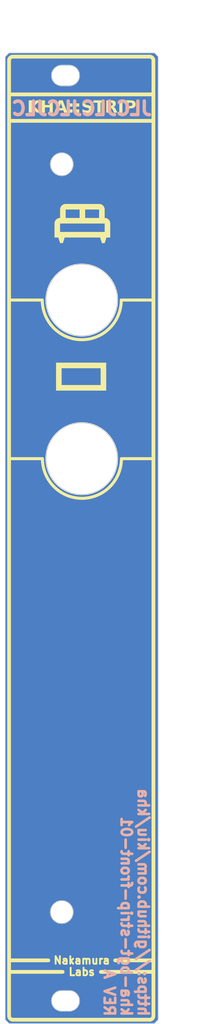
<source format=kicad_pcb>
(kicad_pcb (version 20221018) (generator pcbnew)

  (general
    (thickness 1.6)
  )

  (paper "A5" portrait)
  (layers
    (0 "F.Cu" signal)
    (31 "B.Cu" signal)
    (32 "B.Adhes" user "B.Adhesive")
    (33 "F.Adhes" user "F.Adhesive")
    (34 "B.Paste" user)
    (35 "F.Paste" user)
    (36 "B.SilkS" user "B.Silkscreen")
    (37 "F.SilkS" user "F.Silkscreen")
    (38 "B.Mask" user)
    (39 "F.Mask" user)
    (40 "Dwgs.User" user "User.Drawings")
    (41 "Cmts.User" user "User.Comments")
    (42 "Eco1.User" user "User.Eco1")
    (43 "Eco2.User" user "User.Eco2")
    (44 "Edge.Cuts" user)
    (45 "Margin" user)
    (46 "B.CrtYd" user "B.Courtyard")
    (47 "F.CrtYd" user "F.Courtyard")
    (48 "B.Fab" user)
    (49 "F.Fab" user)
    (50 "User.1" user)
    (51 "User.2" user)
    (52 "User.3" user)
    (53 "User.4" user)
    (54 "User.5" user)
    (55 "User.6" user)
    (56 "User.7" user)
    (57 "User.8" user)
    (58 "User.9" user)
  )

  (setup
    (pad_to_mask_clearance 0)
    (pcbplotparams
      (layerselection 0x00010fc_ffffffff)
      (plot_on_all_layers_selection 0x0000000_00000000)
      (disableapertmacros false)
      (usegerberextensions false)
      (usegerberattributes true)
      (usegerberadvancedattributes true)
      (creategerberjobfile true)
      (dashed_line_dash_ratio 12.000000)
      (dashed_line_gap_ratio 3.000000)
      (svgprecision 4)
      (plotframeref false)
      (viasonmask false)
      (mode 1)
      (useauxorigin false)
      (hpglpennumber 1)
      (hpglpenspeed 20)
      (hpglpendiameter 15.000000)
      (dxfpolygonmode true)
      (dxfimperialunits true)
      (dxfusepcbnewfont true)
      (psnegative false)
      (psa4output false)
      (plotreference true)
      (plotvalue true)
      (plotinvisibletext false)
      (sketchpadsonfab false)
      (subtractmaskfromsilk false)
      (outputformat 1)
      (mirror false)
      (drillshape 1)
      (scaleselection 1)
      (outputdirectory "")
    )
  )

  (net 0 "")

  (gr_arc (start 79.525 151.275001) (mid 79.378553 151.628554) (end 79.025 151.775001)
    (stroke (width 0.5) (type solid)) (layer "F.SilkS") (tstamp 1c140c69-bbc8-4feb-8001-3b01fda7e5af))
  (gr_line (start 67.46 145.441) (end 60.348 145.441)
    (stroke (width 0.5) (type solid)) (layer "F.SilkS") (tstamp 1d325a81-4787-4ad8-9018-8abaa7f63df8))
  (gr_line (start 65.555 143.917) (end 60.348 143.917)
    (stroke (width 0.5) (type solid)) (layer "F.SilkS") (tstamp 25d0185f-6db9-4fea-a18f-3b9e7e506f90))
  (gr_line (start 79.525 24.774999) (end 79.525 151.275001)
    (stroke (width 0.5) (type solid)) (layer "F.SilkS") (tstamp 3435bc16-b880-40ef-a010-0438d5e4da68))
  (gr_line (start 64.772944 77.5) (end 60.522944 77.5)
    (stroke (width 0.4) (type default)) (layer "F.SilkS") (tstamp 422b7f51-0030-41bd-a875-45d4749c3664))
  (gr_line (start 79.525 143.917) (end 74.445 143.917)
    (stroke (width 0.5) (type solid)) (layer "F.SilkS") (tstamp 51624035-e867-47c1-8472-f9b45ef097b7))
  (gr_poly
    (pts
      (xy 73.25 68.490833)
      (xy 66.582501 68.490833)
      (xy 66.582501 65.5275)
      (xy 67.323334 65.5275)
      (xy 67.323334 67.75)
      (xy 72.509167 67.75)
      (xy 72.509167 65.5275)
      (xy 67.323334 65.5275)
      (xy 66.582501 65.5275)
      (xy 66.582501 64.786666)
      (xy 73.25 64.786666)
    )

    (stroke (width 0) (type solid)) (fill solid) (layer "F.SilkS") (tstamp 5e78078d-3229-41d4-b40a-d4b2a344b634))
  (gr_line (start 79.522944 77.5) (end 75.272944 77.5)
    (stroke (width 0.4) (type default)) (layer "F.SilkS") (tstamp 64fd0f35-2ead-4be9-9913-801868572fce))
  (gr_arc (start 60.340001 24.774999) (mid 60.486448 24.421447) (end 60.84 24.275)
    (stroke (width 0.5) (type solid)) (layer "F.SilkS") (tstamp 77f16b9e-fe32-4fc2-a012-1dfd77993971))
  (gr_line (start 64.75 56.5) (end 60.5 56.5)
    (stroke (width 0.4) (type default)) (layer "F.SilkS") (tstamp 81729877-ab4c-4f84-8b5e-f4f0da7f8460))
  (gr_arc (start 75.25 56.5) (mid 70 61.75) (end 64.75 56.5)
    (stroke (width 0.4) (type default)) (layer "F.SilkS") (tstamp 8b36132d-04d6-44c7-8114-6d46808e6f5e))
  (gr_arc (start 75.272944 77.5) (mid 70.022944 82.75) (end 64.772944 77.5)
    (stroke (width 0.4) (type default)) (layer "F.SilkS") (tstamp 99b0435c-a8dc-42bd-82d5-d39d842198b1))
  (gr_line (start 60.34 151.275) (end 60.34 24.775)
    (stroke (width 0.5) (type solid)) (layer "F.SilkS") (tstamp a376baca-b2c9-4c7c-9dcc-6965c7ac7f7f))
  (gr_arc (start 79.025 24.274999) (mid 79.378553 24.421446) (end 79.525 24.774999)
    (stroke (width 0.5) (type solid)) (layer "F.SilkS") (tstamp bba88ee6-07bd-4a17-9c41-604f8c30fdbc))
  (gr_line (start 60.84 24.275) (end 79.025 24.274999)
    (stroke (width 0.5) (type solid)) (layer "F.SilkS") (tstamp bd3a0eaf-aa3e-4301-b5f5-1c0eff52acaf))
  (gr_line (start 79.025 151.775001) (end 60.84 151.775)
    (stroke (width 0.5) (type solid)) (layer "F.SilkS") (tstamp cbff5ef0-f00a-4b51-9921-b83e73f086fc))
  (gr_poly
    (pts
      (xy 72.342938 43.777716)
      (xy 72.380107 43.780267)
      (xy 72.416587 43.784517)
      (xy 72.452381 43.790467)
      (xy 72.487487 43.798118)
      (xy 72.521907 43.807469)
      (xy 72.555638 43.81852)
      (xy 72.588683 43.831271)
      (xy 72.62104 43.845722)
      (xy 72.65271 43.861874)
      (xy 72.683693 43.879726)
      (xy 72.713988 43.899277)
      (xy 72.743596 43.920529)
      (xy 72.772517 43.943481)
      (xy 72.80075 43.968134)
      (xy 72.828296 43.994486)
      (xy 72.854649 44.022032)
      (xy 72.879301 44.050266)
      (xy 72.902253 44.079186)
      (xy 72.923505 44.108794)
      (xy 72.943057 44.13909)
      (xy 72.960908 44.170072)
      (xy 72.97706 44.201742)
      (xy 72.991511 44.234099)
      (xy 73.004262 44.267144)
      (xy 73.015313 44.300876)
      (xy 73.024664 44.335295)
      (xy 73.032315 44.370401)
      (xy 73.038265 44.406195)
      (xy 73.042516 44.442676)
      (xy 73.045066 44.479844)
      (xy 73.045916 44.517699)
      (xy 73.045916 45.62895)
      (xy 73.083772 45.6298)
      (xy 73.12094 45.63235)
      (xy 73.157421 45.6366)
      (xy 73.193215 45.642551)
      (xy 73.228321 45.650201)
      (xy 73.26274 45.659552)
      (xy 73.296472 45.670603)
      (xy 73.329516 45.683354)
      (xy 73.361873 45.697806)
      (xy 73.393543 45.713957)
      (xy 73.424526 45.731809)
      (xy 73.454821 45.751361)
      (xy 73.484429 45.772613)
      (xy 73.51335 45.795565)
      (xy 73.541584 45.820217)
      (xy 73.56913 45.846569)
      (xy 73.595482 45.874116)
      (xy 73.620134 45.902349)
      (xy 73.643086 45.93127)
      (xy 73.664338 45.960878)
      (xy 73.68389 45.991173)
      (xy 73.701742 46.022156)
      (xy 73.717893 46.053826)
      (xy 73.732345 46.086183)
      (xy 73.745096 46.119227)
      (xy 73.756147 46.152959)
      (xy 73.765498 46.187378)
      (xy 73.773148 46.222484)
      (xy 73.779099 46.258278)
      (xy 73.783349 46.294759)
      (xy 73.785899 46.331927)
      (xy 73.786749 46.369783)
      (xy 73.786749 48.221866)
      (xy 73.286687 48.221866)
      (xy 73.045916 48.962699)
      (xy 72.675499 48.962699)
      (xy 72.434729 48.221866)
      (xy 67.730437 48.221866)
      (xy 67.489666 48.962699)
      (xy 67.11925 48.962699)
      (xy 66.878479 48.221866)
      (xy 66.378416 48.221866)
      (xy 66.378416 46.369783)
      (xy 67.11925 46.369783)
      (xy 67.11925 47.481033)
      (xy 73.045916 47.481033)
      (xy 73.045916 46.369783)
      (xy 67.11925 46.369783)
      (xy 66.378416 46.369783)
      (xy 66.378416 46.360522)
      (xy 66.379266 46.322685)
      (xy 66.381817 46.285571)
      (xy 66.386067 46.24918)
      (xy 66.392018 46.213513)
      (xy 66.399668 46.17857)
      (xy 66.409019 46.14435)
      (xy 66.42007 46.110853)
      (xy 66.432821 46.07808)
      (xy 66.447273 46.04603)
      (xy 66.463424 46.014704)
      (xy 66.481276 45.984101)
      (xy 66.500827 45.954222)
      (xy 66.522079 45.925066)
      (xy 66.545031 45.896633)
      (xy 66.569684 45.868924)
      (xy 66.596036 45.841939)
      (xy 66.623582 45.816147)
      (xy 66.651816 45.79202)
      (xy 66.680736 45.769556)
      (xy 66.710344 45.748756)
      (xy 66.74064 45.72962)
      (xy 66.771622 45.712149)
      (xy 66.803292 45.696341)
      (xy 66.835649 45.682197)
      (xy 66.868694 45.669717)
      (xy 66.902426 45.658901)
      (xy 66.936845 45.649749)
      (xy 66.971951 45.642261)
      (xy 67.007745 45.636437)
      (xy 67.044226 45.632278)
      (xy 67.081394 45.629782)
      (xy 67.11925 45.62895)
      (xy 67.11925 44.517699)
      (xy 67.860083 44.517699)
      (xy 67.860083 45.62895)
      (xy 69.712166 45.62895)
      (xy 69.712166 44.517699)
      (xy 70.453 44.517699)
      (xy 70.453 45.62895)
      (xy 72.305083 45.62895)
      (xy 72.305083 44.517699)
      (xy 70.453 44.517699)
      (xy 69.712166 44.517699)
      (xy 67.860083 44.517699)
      (xy 67.11925 44.517699)
      (xy 67.1201 44.479844)
      (xy 67.12265 44.442676)
      (xy 67.1269 44.406195)
      (xy 67.132851 44.370401)
      (xy 67.140502 44.335295)
      (xy 67.149852 44.300876)
      (xy 67.160903 44.267144)
      (xy 67.173655 44.234099)
      (xy 67.188106 44.201742)
      (xy 67.204257 44.170072)
      (xy 67.222109 44.13909)
      (xy 67.241661 44.108794)
      (xy 67.262913 44.079186)
      (xy 67.285865 44.050266)
      (xy 67.310517 44.022032)
      (xy 67.336869 43.994486)
      (xy 67.364416 43.968134)
      (xy 67.392649 43.943481)
      (xy 67.42157 43.920529)
      (xy 67.451178 43.899277)
      (xy 67.481473 43.879726)
      (xy 67.512456 43.861874)
      (xy 67.544126 43.845722)
      (xy 67.576483 43.831271)
      (xy 67.609527 43.81852)
      (xy 67.643259 43.807469)
      (xy 67.677678 43.798118)
      (xy 67.712784 43.790467)
      (xy 67.748578 43.784517)
      (xy 67.785059 43.780267)
      (xy 67.822227 43.777716)
      (xy 67.860083 43.776866)
      (xy 72.305083 43.776866)
    )

    (stroke (width 0) (type solid)) (fill solid) (layer "F.SilkS") (tstamp d1bb6019-d716-4183-8258-a1b95bcb8a8a))
  (gr_line (start 60.34 29.275) (end 79.525 29.275)
    (stroke (width 0.5) (type solid)) (layer "F.SilkS") (tstamp df2627ef-a4f5-43b1-8dcc-d6ebec5978a9))
  (gr_arc (start 60.84 151.775) (mid 60.486447 151.628553) (end 60.34 151.275)
    (stroke (width 0.5) (type solid)) (layer "F.SilkS") (tstamp e1d9f5d5-87e4-4c9c-9e25-2ca817815071))
  (gr_line (start 79.5 56.5) (end 75.25 56.5)
    (stroke (width 0.4) (type default)) (layer "F.SilkS") (tstamp f57cc04e-89ef-4969-8889-1db023dfb913))
  (gr_line (start 60.34 32.775) (end 79.525 32.775)
    (stroke (width 0.5) (type solid)) (layer "F.SilkS") (tstamp f94a74c1-26d0-41a7-a881-165b5a7c3972))
  (gr_line (start 79.525 145.441) (end 72.54 145.441)
    (stroke (width 0.5) (type solid)) (layer "F.SilkS") (tstamp fd2fcf5d-c835-4494-b714-dad6324b479c))
  (gr_line (start 71.34 34.525) (end 71.34 46.775)
    (stroke (width 0.15) (type default)) (layer "Dwgs.User") (tstamp 00abe8cf-4192-4b12-a36a-920298f9ce8d))
  (gr_line (start 63.09 46.775) (end 63.09 129.275)
    (stroke (width 0.15) (type default)) (layer "Dwgs.User") (tstamp 09a191d5-4d7c-4bfc-88e9-bb015d24f31e))
  (gr_line (start 63.09 46.775) (end 71.34 46.775)
    (stroke (width 0.15) (type default)) (layer "Dwgs.User") (tstamp 13120f07-5fb3-4597-800d-355893ad740f))
  (gr_line (start 67.34 23.775) (end 67.34 152.275)
    (stroke (width 0.15) (type solid)) (layer "Dwgs.User") (tstamp 1f9933e7-e36e-4423-92b9-b48d25819197))
  (gr_line (start 71.34 141.525) (end 59.84 141.525)
    (stroke (width 0.15) (type default)) (layer "Dwgs.User") (tstamp 3c22452f-389e-4543-9487-a034afe34ac7))
  (gr_line (start 59.84 88.025) (end 80.16 88.025)
    (stroke (width 0.15) (type solid)) (layer "Dwgs.User") (tstamp 4837c67b-35db-43b4-9b18-8c3bdf406839))
  (gr_line (start 59.84 34.525) (end 71.34 34.525)
    (stroke (width 0.15) (type default)) (layer "Dwgs.User") (tstamp 76b60d57-1850-444d-a2aa-fd9fdf953a24))
  (gr_line (start 80.16 143.024997) (end 59.84012 143.025)
    (stroke (width 0.15) (type solid)) (layer "Dwgs.User") (tstamp 7752e1aa-3f80-4fdd-a74c-3e208d4e7801))
  (gr_line (start 80.16 23.775) (end 80.16 152.275)
    (stroke (width 0.15) (type solid)) (layer "Dwgs.User") (tstamp 7917449d-b97f-4c68-a02e-399a8597c369))
  (gr_circle (center 67.34 137.525) (end 68.84 137.525)
    (stroke (width 0.1) (type default)) (fill none) (layer "Dwgs.User") (tstamp 80af6e82-afd2-457c-a774-ce203c338f59))
  (gr_line (start 59.84012 143.025) (end 59.84 33.024997)
    (stroke (width 0.15) (type solid)) (layer "Dwgs.User") (tstamp 86b8bc37-9042-4d26-92ba-666e1b904d94))
  (gr_circle (center 67.34 38.525) (end 68.84 38.525)
    (stroke (width 0.1) (type default)) (fill none) (layer "Dwgs.User") (tstamp 891546f8-1495-4987-baab-90f94ac0b682))
  (gr_line (start 59.84 33.024997) (end 80.16 33.024997)
    (stroke (width 0.15) (type solid)) (layer "Dwgs.User") (tstamp 9517658c-b08d-4450-9076-0556bbaff56c))
  (gr_line (start 75.08 23.775) (end 75.08 152.275)
    (stroke (width 0.15) (type solid)) (layer "Dwgs.User") (tstamp 97f067c1-a6a2-49fe-b984-5903c3559db5))
  (gr_line (start 70 23.775) (end 70 152.225)
    (stroke (width 0.15) (type default)) (layer "Dwgs.User") (tstamp 9b5e92a6-08ff-4cca-879d-16981c5b25c6))
  (gr_line (start 71.34 141.525) (end 71.34 129.275)
    (stroke (width 0.15) (type default)) (layer "Dwgs.User") (tstamp af0b3388-714f-4c3d-bb77-8e67b0ad2a4b))
  (gr_line (start 59.84 60.525) (end 80.16 60.525)
    (stroke (width 0.15) (type solid)) (layer "Dwgs.User") (tstamp bd36e05d-8ade-41d1-9ba1-5e966ce9962d))
  (gr_line (start 71.34 129.275) (end 63.09 129.275)
    (stroke (width 0.15) (type default)) (layer "Dwgs.User") (tstamp cdb6b852-4bd6-4e8e-8825-b5e538111156))
  (gr_line (start 59.84 115.505) (end 80.16 115.525)
    (stroke (width 0.15) (type solid)) (layer "Dwgs.User") (tstamp ebd7e194-7500-4f5e-afee-315f4e3f3efa))
  (gr_line (start 59.84 151.775) (end 59.84 24.275)
    (stroke (width 0.05) (type solid)) (layer "Edge.Cuts") (tstamp 0164f546-27ca-408a-99f9-93e2eb4361fb))
  (gr_line (start 59.84 24.275) (end 60.34 23.775)
    (stroke (width 0.05) (type default)) (layer "Edge.Cuts") (tstamp 032d814d-4bd1-4f62-846d-9c52b64567bb))
  (gr_line (start 67.34 28.125) (end 68.34 28.125)
    (stroke (width 0.1) (type default)) (layer "Edge.Cuts") (tstamp 051c4987-9247-445c-a788-ccc879cc27fe))
  (gr_arc (start 68.34 25.425) (mid 69.69 26.775) (end 68.34 28.125)
    (stroke (width 0.1) (type default)) (layer "Edge.Cuts") (tstamp 0897c683-b941-4ff7-91a9-8d743b3aeb5c))
  (gr_line (start 67.34 147.925) (end 68.34 147.925)
    (stroke (width 0.1) (type default)) (layer "Edge.Cuts") (tstamp 14d4354f-2d35-4432-aa49-67307a098601))
  (gr_arc (start 68.34 147.925) (mid 69.69 149.275) (end 68.34 150.625)
    (stroke (width 0.1) (type default)) (layer "Edge.Cuts") (tstamp 1b20f2a3-4001-497f-b242-1b1d6963ebcf))
  (gr_line (start 60.34 23.775) (end 79.66 23.775)
    (stroke (width 0.05) (type solid)) (layer "Edge.Cuts") (tstamp 25487b58-2645-41cf-9f71-02820b61fe80))
  (gr_circle (center 70 56.5) (end 74.75 56.5)
    (stroke (width 0.15) (type default)) (fill none) (layer "Edge.Cuts") (tstamp 2aab251c-1219-4256-82f3-65a3b17f3ca7))
  (gr_arc (start 67.34 28.125) (mid 65.99 26.775) (end 67.34 25.425)
    (stroke (width 0.1) (type default)) (layer "Edge.Cuts") (tstamp 31fa259e-52ba-4955-8aa5-ebead7395134))
  (gr_line (start 79.66 23.775) (end 80.16 24.275)
    (stroke (width 0.05) (type default)) (layer "Edge.Cuts") (tstamp 52756ee2-65d1-42b1-9ac7-45e309528b43))
  (gr_circle (center 70 77.5) (end 74.75 77.5)
    (stroke (width 0.15) (type default)) (fill none) (layer "Edge.Cuts") (tstamp 96749659-fb66-480a-8404-996344ce80fe))
  (gr_line (start 67.34 150.625) (end 68.34 150.625)
    (stroke (width 0.1) (type default)) (layer "Edge.Cuts") (tstamp 9cfd5403-d882-4e60-9425-a799e2295f3a))
  (gr_line (start 67.34 25.425) (end 68.34 25.425)
    (stroke (width 0.1) (type default)) (layer "Edge.Cuts") (tstamp a0c23b62-cfd0-4f02-9b52-3def1f461f06))
  (gr_line (start 79.66 152.275) (end 80.16 151.775)
    (stroke (width 0.05) (type default)) (layer "Edge.Cuts") (tstamp a7868a0b-6684-4f19-96fd-8fe5659657b7))
  (gr_circle (center 67.34 137.525) (end 68.84 137.525)
    (stroke (width 0.1) (type default)) (fill none) (layer "Edge.Cuts") (tstamp b6d68ee5-a7b6-4e6b-96c4-841106ec04f5))
  (gr_line (start 80.16 24.275) (end 80.16 151.775)
    (stroke (width 0.05) (type solid)) (layer "Edge.Cuts") (tstamp c84f6e87-e582-4226-b9de-8d2f25f4601d))
  (gr_line (start 79.66 152.275) (end 60.34 152.275)
    (stroke (width 0.05) (type solid)) (layer "Edge.Cuts") (tstamp e3c64c9e-4a5a-4ee4-9cd7-333128a91cb9))
  (gr_line (start 59.84 151.775) (end 60.34 152.275)
    (stroke (width 0.05) (type default)) (layer "Edge.Cuts") (tstamp eb984440-661f-47c0-af05-08ff31b003ed))
  (gr_arc (start 67.34 150.625) (mid 65.99 149.275) (end 67.34 147.925)
    (stroke (width 0.1) (type default)) (layer "Edge.Cuts") (tstamp ed0d6349-5aae-454f-8c53-37f1684c8f43))
  (gr_circle (center 67.34 38.525) (end 68.84 38.525)
    (stroke (width 0.1) (type default)) (fill none) (layer "Edge.Cuts") (tstamp f8e34b84-1c95-4f33-9e89-d5be96471186))
  (gr_circle (center 70 77.5) (end 70 83.5)
    (stroke (width 0.15) (type default)) (fill none) (layer "User.6") (tstamp 2a5349e1-5967-4cb9-b31c-61fd0beeac6f))
  (gr_circle (center 70 56.5) (end 70 62.5)
    (stroke (width 0.15) (type default)) (fill none) (layer "User.6") (tstamp 43c8ba52-3c77-4662-bbac-f513e7cae763))
  (gr_line (start 64 77.5) (end 76 77.5)
    (stroke (width 0.15) (type default)) (layer "User.6") (tstamp 8ebe0728-bb97-40d7-a0d8-9423d0147432))
  (gr_line (start 64 56.5) (end 76 56.5)
    (stroke (width 0.15) (type default)) (layer "User.6") (tstamp a89cb647-aacd-432b-a152-f2e2bd236b06))
  (gr_line (start 70 62.5) (end 70 50.5)
    (stroke (width 0.15) (type default)) (layer "User.6") (tstamp d61ad05e-d811-47aa-b63d-bce4a924e7cd))
  (gr_line (start 70 83.5) (end 70 71.5)
    (stroke (width 0.15) (type default)) (layer "User.6") (tstamp e8b21f9e-3c0a-42b5-bf86-d8c2370e307f))
  (gr_line (start 77.5 130) (end 77.5 119.5)
    (stroke (width 0.15) (type default)) (layer "User.9") (tstamp 033c8241-7144-4b4d-a957-804ae3929408))
  (gr_line (start 77 119.5) (end 77 109)
    (stroke (width 0.15) (type default)) (layer "User.9") (tstamp 0fd9fffb-462a-482d-9980-e103ca61dd7c))
  (gr_line (start 70 76.275) (end 70 64.775)
    (stroke (width 0.15) (type default)) (layer "User.9") (tstamp 1942e61e-93d2-4007-8507-9149131923a8))
  (gr_line (start 77 56.5) (end 77 46)
    (stroke (width 0.15) (type default)) (layer "User.9") (tstamp 52a6898b-64ae-4f13-81b0-565e3aeb3695))
  (gr_line (start 77.5 67) (end 77.5 56.5)
    (stroke (width 0.15) (type default)) (layer "User.9") (tstamp 6ac14eed-4394-4b53-87f5-7e87a1583419))
  (gr_line (start 76 98.5) (end 76 88)
    (stroke (width 0.15) (type default)) (layer "User.9") (tstamp 8e2d669b-21ff-4a78-a5bf-467c0416430c))
  (gr_line (start 70 53.275) (end 70 41.775)
    (stroke (width 0.15) (type default)) (layer "User.9") (tstamp 9c11eca6-2d77-48bd-a0b1-04b4fcfcb599))
  (gr_line (start 76.5 88) (end 76.5 77.5)
    (stroke (width 0.15) (type default)) (layer "User.9") (tstamp c866f867-458d-4351-9c5a-6f46044dda34))
  (gr_line (start 76.5 109) (end 76.5 98.5)
    (stroke (width 0.15) (type default)) (layer "User.9") (tstamp f62b6f2c-a334-41a1-a544-d7767e8f5b7d))
  (gr_line (start 77 77.5) (end 77 67)
    (stroke (width 0.15) (type default)) (layer "User.9") (tstamp fa2f651b-f9d5-4438-ac45-867b25e8be8e))
  (gr_text "JLCJLCJLCJLC" (at 70 31.141) (layer "B.SilkS") (tstamp 9b42411b-f05b-4ca5-86e8-143a47be711d)
    (effects (font (size 1.8 1.8) (thickness 0.45) bold) (justify mirror))
  )
  (gr_text "https://github.com/kiu/kha\nkha-bgt-strip-front-01\nREV A" (at 79 151.5 270) (layer "B.SilkS") (tstamp af96e106-59d0-48a8-9c7a-2554ddf80bc6)
    (effects (font (size 1.4 1.4) (thickness 0.35) bold) (justify left top mirror))
  )
  (gr_text "KHA::STRIP" (at 70 31.025) (layer "F.SilkS") (tstamp 849360fe-a7a5-496d-a5d0-011a37b2ab0c)
    (effects (font (face "Roboto") (size 1.6 1.6) (thickness 0.25) bold))
    (render_cache "KHA::STRIP" 0
      (polygon
        (pts
          (xy 64.603992 31.046934)          (xy 64.432436 31.231777)          (xy 64.432436 31.689)          (xy 64.103001 31.689)
          (xy 64.103001 30.08833)          (xy 64.432436 30.08833)          (xy 64.432436 30.814024)          (xy 64.577809 30.615113)
          (xy 64.985402 30.08833)          (xy 65.39104 30.08833)          (xy 64.822834 30.799565)          (xy 65.407453 31.689)
          (xy 65.015102 31.689)
        )
      )
      (polygon
        (pts
          (xy 66.826016 31.689)          (xy 66.496581 31.689)          (xy 66.496581 31.004729)          (xy 65.853343 31.004729)
          (xy 65.853343 31.689)          (xy 65.523908 31.689)          (xy 65.523908 30.08833)          (xy 65.853343 30.08833)
          (xy 65.853343 30.738602)          (xy 66.496581 30.738602)          (xy 66.496581 30.08833)          (xy 66.826016 30.08833)
        )
      )
      (polygon
        (pts
          (xy 68.029645 31.355657)          (xy 67.451277 31.355657)          (xy 67.341466 31.689)          (xy 66.990929 31.689)
          (xy 67.58649 30.08833)          (xy 67.892087 30.08833)          (xy 68.491166 31.689)          (xy 68.140628 31.689)
        )
          (pts
            (xy 67.540377 31.088748)            (xy 67.940545 31.088748)            (xy 67.739289 30.492796)
          )
      )
      (polygon
        (pts
          (xy 68.62716 31.52096)          (xy 68.62796 31.502453)          (xy 68.63036 31.484837)          (xy 68.634359 31.468112)
          (xy 68.639959 31.452279)          (xy 68.647158 31.437338)          (xy 68.655956 31.423288)          (xy 68.666355 31.410129)
          (xy 68.678354 31.397862)          (xy 68.691555 31.38678)          (xy 68.705562 31.377175)          (xy 68.720376 31.369047)
          (xy 68.735995 31.362398)          (xy 68.75242 31.357226)          (xy 68.769651 31.353532)          (xy 68.787689 31.351315)
          (xy 68.806532 31.350577)          (xy 68.825644 31.351315)          (xy 68.843901 31.353532)          (xy 68.861304 31.357226)
          (xy 68.877851 31.362398)          (xy 68.893544 31.369047)          (xy 68.908381 31.377175)          (xy 68.922364 31.38678)
          (xy 68.935492 31.397862)          (xy 68.947491 31.410129)          (xy 68.957889 31.423288)          (xy 68.966688 31.437338)
          (xy 68.973887 31.452279)          (xy 68.979487 31.468112)          (xy 68.983486 31.484837)          (xy 68.985886 31.502453)
          (xy 68.986686 31.52096)          (xy 68.985892 31.539187)          (xy 68.983511 31.556547)          (xy 68.979542 31.573039)
          (xy 68.973985 31.588665)          (xy 68.966841 31.603423)          (xy 68.958109 31.617314)          (xy 68.94779 31.630338)
          (xy 68.935883 31.642496)          (xy 68.922835 31.653395)          (xy 68.908894 31.662841)          (xy 68.894063 31.670834)
          (xy 68.87834 31.677374)          (xy 68.861725 31.68246)          (xy 68.844219 31.686093)          (xy 68.825821 31.688273)
          (xy 68.806532 31.689)          (xy 68.78742 31.688273)          (xy 68.769163 31.686093)          (xy 68.751761 31.68246)
          (xy 68.735213 31.677374)          (xy 68.719521 31.670834)          (xy 68.704683 31.662841)          (xy 68.6907 31.653395)
          (xy 68.677572 31.642496)          (xy 68.665757 31.630338)          (xy 68.655517 31.617314)          (xy 68.646852 31.603423)
          (xy 68.639763 31.588665)          (xy 68.634249 31.573039)          (xy 68.630311 31.556547)          (xy 68.627948 31.539187)
        )
      )
      (polygon
        (pts
          (xy 68.62716 30.60886)          (xy 68.62796 30.590352)          (xy 68.63036 30.572736)          (xy 68.634359 30.556012)
          (xy 68.639959 30.540179)          (xy 68.647158 30.525237)          (xy 68.655956 30.511187)          (xy 68.666355 30.498029)
          (xy 68.678354 30.485762)          (xy 68.691555 30.474679)          (xy 68.705562 30.465074)          (xy 68.720376 30.456947)
          (xy 68.735995 30.450297)          (xy 68.75242 30.445126)          (xy 68.769651 30.441431)          (xy 68.787689 30.439215)
          (xy 68.806532 30.438476)          (xy 68.825644 30.439215)          (xy 68.843901 30.441431)          (xy 68.861304 30.445126)
          (xy 68.877851 30.450297)          (xy 68.893544 30.456947)          (xy 68.908381 30.465074)          (xy 68.922364 30.474679)
          (xy 68.935492 30.485762)          (xy 68.947491 30.498029)          (xy 68.957889 30.511187)          (xy 68.966688 30.525237)
          (xy 68.973887 30.540179)          (xy 68.979487 30.556012)          (xy 68.983486 30.572736)          (xy 68.985886 30.590352)
          (xy 68.986686 30.60886)          (xy 68.985892 30.627087)          (xy 68.983511 30.644446)          (xy 68.979542 30.660939)
          (xy 68.973985 30.676564)          (xy 68.966841 30.691322)          (xy 68.958109 30.705214)          (xy 68.94779 30.718238)
          (xy 68.935883 30.730395)          (xy 68.922835 30.741295)          (xy 68.908894 30.750741)          (xy 68.894063 30.758733)
          (xy 68.87834 30.765273)          (xy 68.861725 30.770359)          (xy 68.844219 30.773993)          (xy 68.825821 30.776172)
          (xy 68.806532 30.776899)          (xy 68.78742 30.776172)          (xy 68.769163 30.773993)          (xy 68.751761 30.770359)
          (xy 68.735213 30.765273)          (xy 68.719521 30.758733)          (xy 68.704683 30.750741)          (xy 68.6907 30.741295)
          (xy 68.677572 30.730395)          (xy 68.665757 30.718238)          (xy 68.655517 30.705214)          (xy 68.646852 30.691322)
          (xy 68.639763 30.676564)          (xy 68.634249 30.660939)          (xy 68.630311 30.644446)          (xy 68.627948 30.627087)
        )
      )
      (polygon
        (pts
          (xy 69.258675 31.52096)          (xy 69.259474 31.502453)          (xy 69.261874 31.484837)          (xy 69.265874 31.468112)
          (xy 69.271473 31.452279)          (xy 69.278672 31.437338)          (xy 69.287471 31.423288)          (xy 69.297869 31.410129)
          (xy 69.309868 31.397862)          (xy 69.323069 31.38678)          (xy 69.337076 31.377175)          (xy 69.35189 31.369047)
          (xy 69.367509 31.362398)          (xy 69.383934 31.357226)          (xy 69.401166 31.353532)          (xy 69.419203 31.351315)
          (xy 69.438046 31.350577)          (xy 69.457158 31.351315)          (xy 69.475416 31.353532)          (xy 69.492818 31.357226)
          (xy 69.509365 31.362398)          (xy 69.525058 31.369047)          (xy 69.539896 31.377175)          (xy 69.553879 31.38678)
          (xy 69.567007 31.397862)          (xy 69.579005 31.410129)          (xy 69.589404 31.423288)          (xy 69.598203 31.437338)
          (xy 69.605402 31.452279)          (xy 69.611001 31.468112)          (xy 69.615 31.484837)          (xy 69.6174 31.502453)
          (xy 69.6182 31.52096)          (xy 69.617406 31.539187)          (xy 69.615025 31.556547)          (xy 69.611056 31.573039)
          (xy 69.605499 31.588665)          (xy 69.598355 31.603423)          (xy 69.589624 31.617314)          (xy 69.579304 31.630338)
          (xy 69.567397 31.642496)          (xy 69.554349 31.653395)          (xy 69.540409 31.662841)          (xy 69.525577 31.670834)
          (xy 69.509854 31.677374)          (xy 69.493239 31.68246)          (xy 69.475733 31.686093)          (xy 69.457336 31.688273)
          (xy 69.438046 31.689)          (xy 69.418934 31.688273)          (xy 69.400677 31.686093)          (xy 69.383275 31.68246)
          (xy 69.366728 31.677374)          (xy 69.351035 31.670834)          (xy 69.336197 31.662841)          (xy 69.322214 31.653395)
          (xy 69.309086 31.642496)          (xy 69.297271 31.630338)          (xy 69.287031 31.617314)          (xy 69.278367 31.603423)
          (xy 69.271277 31.588665)          (xy 69.265764 31.573039)          (xy 69.261825 31.556547)          (xy 69.259462 31.539187)
        )
      )
      (polygon
        (pts
          (xy 69.258675 30.60886)          (xy 69.259474 30.590352)          (xy 69.261874 30.572736)          (xy 69.265874 30.556012)
          (xy 69.271473 30.540179)          (xy 69.278672 30.525237)          (xy 69.287471 30.511187)          (xy 69.297869 30.498029)
          (xy 69.309868 30.485762)          (xy 69.323069 30.474679)          (xy 69.337076 30.465074)          (xy 69.35189 30.456947)
          (xy 69.367509 30.450297)          (xy 69.383934 30.445126)          (xy 69.401166 30.441431)          (xy 69.419203 30.439215)
          (xy 69.438046 30.438476)          (xy 69.457158 30.439215)          (xy 69.475416 30.441431)          (xy 69.492818 30.445126)
          (xy 69.509365 30.450297)          (xy 69.525058 30.456947)          (xy 69.539896 30.465074)          (xy 69.553879 30.474679)
          (xy 69.567007 30.485762)          (xy 69.579005 30.498029)          (xy 69.589404 30.511187)          (xy 69.598203 30.525237)
          (xy 69.605402 30.540179)          (xy 69.611001 30.556012)          (xy 69.615 30.572736)          (xy 69.6174 30.590352)
          (xy 69.6182 30.60886)          (xy 69.617406 30.627087)          (xy 69.615025 30.644446)          (xy 69.611056 30.660939)
          (xy 69.605499 30.676564)          (xy 69.598355 30.691322)          (xy 69.589624 30.705214)          (xy 69.579304 30.718238)
          (xy 69.567397 30.730395)          (xy 69.554349 30.741295)          (xy 69.540409 30.750741)          (xy 69.525577 30.758733)
          (xy 69.509854 30.765273)          (xy 69.493239 30.770359)          (xy 69.475733 30.773993)          (xy 69.457336 30.776172)
          (xy 69.438046 30.776899)          (xy 69.418934 30.776172)          (xy 69.400677 30.773993)          (xy 69.383275 30.770359)
          (xy 69.366728 30.765273)          (xy 69.351035 30.758733)          (xy 69.336197 30.750741)          (xy 69.322214 30.741295)
          (xy 69.309086 30.730395)          (xy 69.297271 30.718238)          (xy 69.287031 30.705214)          (xy 69.278367 30.691322)
          (xy 69.271277 30.676564)          (xy 69.265764 30.660939)          (xy 69.261825 30.644446)          (xy 69.259462 30.627087)
        )
      )
      (polygon
        (pts
          (xy 70.725695 31.270856)          (xy 70.725114 31.253655)          (xy 70.723373 31.237224)          (xy 70.720471 31.221561)
          (xy 70.714795 31.201875)          (xy 70.707056 31.183557)          (xy 70.697252 31.166607)          (xy 70.685385 31.151024)
          (xy 70.671454 31.136809)          (xy 70.659651 31.127046)          (xy 70.646411 31.117545)          (xy 70.631309 31.107949)
          (xy 70.614345 31.098256)          (xy 70.595519 31.088467)          (xy 70.574832 31.078582)          (xy 70.560007 31.071939)
          (xy 70.544354 31.065253)          (xy 70.527874 31.058524)          (xy 70.510566 31.051752)          (xy 70.492431 31.044938)
          (xy 70.473469 31.038081)          (xy 70.453679 31.031181)          (xy 70.433062 31.024238)          (xy 70.422443 31.020751)
          (xy 70.401278 31.013773)          (xy 70.380671 31.006811)          (xy 70.360623 30.999864)          (xy 70.341134 30.992932)
          (xy 70.322204 30.986015)          (xy 70.303832 30.979114)          (xy 70.286019 30.972228)          (xy 70.268765 30.965357)
          (xy 70.25207 30.958501)          (xy 70.235933 30.951661)          (xy 70.220355 30.944836)          (xy 70.205335 30.938026)
          (xy 70.190875 30.931231)          (xy 70.170231 30.921068)          (xy 70.150845 30.910939)          (xy 70.134087 30.901583)
          (xy 70.117861 30.892026)          (xy 70.102168 30.882269)          (xy 70.087006 30.872312)          (xy 70.072376 30.862156)
          (xy 70.058278 30.851799)          (xy 70.044713 30.841242)          (xy 70.031679 30.830486)          (xy 70.019177 30.819529)
          (xy 70.007207 30.808373)          (xy 69.995769 30.797016)          (xy 69.984863 30.78546)          (xy 69.97449 30.773703)
          (xy 69.955338 30.74959)          (xy 69.938314 30.724678)          (xy 69.923418 30.698965)          (xy 69.910651 30.672452)
          (xy 69.900011 30.64514)          (xy 69.891499 30.617028)          (xy 69.885115 30.588115)          (xy 69.880859 30.558403)
          (xy 69.878731 30.527891)          (xy 69.878465 30.512335)          (xy 69.878751 30.496178)          (xy 69.879607 30.480242)
          (xy 69.881034 30.464525)          (xy 69.884246 30.441361)          (xy 69.888742 30.418692)          (xy 69.894522 30.396518)
          (xy 69.901587 30.374839)          (xy 69.909937 30.353654)          (xy 69.919571 30.332963)          (xy 69.93049 30.312767)
          (xy 69.942693 30.293066)          (xy 69.951543 30.280207)          (xy 69.960926 30.267631)          (xy 69.970807 30.255404)
          (xy 69.981186 30.243525)          (xy 69.992063 30.231993)          (xy 70.003437 30.22081)          (xy 70.015308 30.209975)
          (xy 70.027678 30.199488)          (xy 70.040545 30.189348)          (xy 70.053909 30.179557)          (xy 70.067772 30.170114)
          (xy 70.082132 30.161019)          (xy 70.096989 30.152272)          (xy 70.112344 30.143873)          (xy 70.128197 30.135823)
          (xy 70.144548 30.12812)          (xy 70.161396 30.120765)          (xy 70.178624 30.113809)          (xy 70.196115 30.107301)
          (xy 70.213869 30.101242)          (xy 70.231885 30.095632)          (xy 70.250163 30.090471)          (xy 70.268704 30.085759)
          (xy 70.287508 30.081495)          (xy 70.306574 30.077681)          (xy 70.325903 30.074315)          (xy 70.345494 30.071397)
          (xy 70.365348 30.068929)          (xy 70.385464 30.066909)          (xy 70.405843 30.065339)          (xy 70.426485 30.064217)
          (xy 70.447389 30.063544)          (xy 70.468556 30.063319)          (xy 70.489854 30.063563)          (xy 70.510859 30.064296)
          (xy 70.531571 30.065517)          (xy 70.551989 30.067227)          (xy 70.572115 30.069425)          (xy 70.591947 30.072112)
          (xy 70.611487 30.075287)          (xy 70.630733 30.078951)          (xy 70.649686 30.083103)          (xy 70.668347 30.087743)
          (xy 70.686714 30.092872)          (xy 70.704788 30.09849)          (xy 70.722568 30.104596)          (xy 70.740056 30.111191)
          (xy 70.757251 30.118274)          (xy 70.774153 30.125845)          (xy 70.790674 30.133814)          (xy 70.806728 30.142185)
          (xy 70.822316 30.15096)          (xy 70.837436 30.160137)          (xy 70.852089 30.169717)          (xy 70.866275 30.179701)
          (xy 70.879994 30.190087)          (xy 70.893245 30.200877)          (xy 70.90603 30.212069)          (xy 70.918347 30.223665)
          (xy 70.930198 30.235663)          (xy 70.941581 30.248064)          (xy 70.952497 30.260869)          (xy 70.962946 30.274076)
          (xy 70.972928 30.287687)          (xy 70.982443 30.3017)          (xy 70.991434 30.316036)          (xy 70.999845 30.330612)
          (xy 71.007676 30.34543)          (xy 71.014927 30.360489)          (xy 71.021598 30.37579)          (xy 71.027689 30.391331)
          (xy 71.0332 30.407114)          (xy 71.03813 30.423138)          (xy 71.042481 30.439403)          (xy 71.046251 30.455909)
          (xy 71.049442 30.472656)          (xy 71.052052 30.489645)          (xy 71.054082 30.506875)          (xy 71.055533 30.524346)
          (xy 71.056403 30.542058)          (xy 71.056693 30.560011)          (xy 70.726867 30.560011)          (xy 70.726259 30.539638)
          (xy 70.724435 30.520137)          (xy 70.721396 30.501509)          (xy 70.71714 30.483753)          (xy 70.711669 30.466869)
          (xy 70.704981 30.450858)          (xy 70.697078 30.435719)          (xy 70.687959 30.421452)          (xy 70.677624 30.408058)
          (xy 70.666074 30.395537)          (xy 70.657698 30.387674)          (xy 70.644234 30.376639)          (xy 70.629781 30.36669)
          (xy 70.614338 30.357826)          (xy 70.597907 30.350048)          (xy 70.580486 30.343355)          (xy 70.562076 30.337747)
          (xy 70.542677 30.333225)          (xy 70.522289 30.329788)          (xy 70.500912 30.327436)          (xy 70.478545 30.32617)
          (xy 70.463085 30.325929)          (xy 70.440914 30.326382)          (xy 70.419684 30.327743)          (xy 70.399396 30.330009)
          (xy 70.380048 30.333183)          (xy 70.361642 30.337263)          (xy 70.344177 30.342251)          (xy 70.327653 30.348144)
          (xy 70.312069 30.354945)          (xy 70.297428 30.362652)          (xy 70.283727 30.371267)          (xy 70.275116 30.377513)
          (xy 70.259362 30.390922)          (xy 70.245709 30.405357)          (xy 70.234156 30.420817)          (xy 70.224704 30.437304)
          (xy 70.217352 30.454816)          (xy 70.212101 30.473354)          (xy 70.20895 30.492918)          (xy 70.2079 30.513508)
          (xy 70.209127 30.532754)          (xy 70.212809 30.551219)          (xy 70.218946 30.568902)          (xy 70.227537 30.585803)
          (xy 70.238583 30.601923)          (xy 70.252083 30.617262)          (xy 70.26382 30.628253)          (xy 70.276937 30.638804)
          (xy 70.286448 30.645594)          (xy 70.301899 30.655497)          (xy 70.318647 30.665277)          (xy 70.336694 30.674933)
          (xy 70.356039 30.684465)          (xy 70.376683 30.693874)          (xy 70.391166 30.700078)          (xy 70.406227 30.706227)
          (xy 70.421865 30.71232)          (xy 70.438079 30.718359)          (xy 70.454871 30.724343)          (xy 70.47224 30.730272)
          (xy 70.490186 30.736146)          (xy 70.508708 30.741965)          (xy 70.518186 30.744854)          (xy 70.535622 30.750219)
          (xy 70.55276 30.755662)          (xy 70.5696 30.761185)          (xy 70.586141 30.766787)          (xy 70.602383 30.772469)
          (xy 70.618327 30.77823)          (xy 70.633973 30.784071)          (xy 70.64932 30.78999)          (xy 70.664369 30.79599)
          (xy 70.679119 30.802068)          (xy 70.693571 30.808226)          (xy 70.72158 30.82078)          (xy 70.748394 30.833652)
          (xy 70.774016 30.846841)          (xy 70.798443 30.860348)          (xy 70.821676 30.874172)          (xy 70.843716 30.888313)
          (xy 70.864562 30.902773)          (xy 70.884215 30.917549)          (xy 70.902674 30.932644)          (xy 70.919938 30.948055)
          (xy 70.928123 30.95588)          (xy 70.943692 30.971802)          (xy 70.958257 30.988206)          (xy 70.971817 31.005092)
          (xy 70.984372 31.022461)          (xy 70.995924 31.040312)          (xy 71.00647 31.058645)          (xy 71.016012 31.077461)
          (xy 71.02455 31.096759)          (xy 71.032084 31.11654)          (xy 71.038613 31.136803)          (xy 71.044137 31.157548)
          (xy 71.048657 31.178776)          (xy 71.052173 31.200486)          (xy 71.054684 31.222679)          (xy 71.05619 31.245354)
          (xy 71.056693 31.268511)          (xy 71.056077 31.294244)          (xy 71.054232 31.319271)          (xy 71.051156 31.343593)
          (xy 71.04685 31.36721)          (xy 71.041313 31.390121)          (xy 71.034546 31.412327)          (xy 71.026549 31.433828)
          (xy 71.017321 31.454624)          (xy 71.006863 31.474715)          (xy 70.995174 31.4941)          (xy 70.982255 31.51278)
          (xy 70.968106 31.530755)          (xy 70.952726 31.548024)          (xy 70.936116 31.564588)          (xy 70.918276 31.580447)
          (xy 70.899205 31.595601)          (xy 70.879143 31.60994)          (xy 70.858233 31.623353)          (xy 70.836474 31.635842)
          (xy 70.813866 31.647405)          (xy 70.79041 31.658043)          (xy 70.766105 31.667756)          (xy 70.740951 31.676545)
          (xy 70.714948 31.684408)          (xy 70.688097 31.691346)          (xy 70.660396 31.697359)          (xy 70.631848 31.702447)
          (xy 70.60245 31.706609)          (xy 70.572203 31.709847)          (xy 70.541108 31.71216)          (xy 70.525242 31.712969)
          (xy 70.509164 31.713547)          (xy 70.492874 31.713894)          (xy 70.476372 31.71401)          (xy 70.453396 31.713746)
          (xy 70.43068 31.712954)          (xy 70.408223 31.711633)          (xy 70.386026 31.709785)          (xy 70.364089 31.707408)
          (xy 70.342411 31.704503)          (xy 70.320992 31.70107)          (xy 70.299833 31.697108)          (xy 70.278933 31.692619)
          (xy 70.258293 31.687601)          (xy 70.237913 31.682055)          (xy 70.217792 31.675981)          (xy 70.19793 31.669379)
          (xy 70.178328 31.662249)          (xy 70.158986 31.65459)          (xy 70.139903 31.646404)          (xy 70.12123 31.637709)
          (xy 70.10312 31.628623)          (xy 70.085571 31.619146)          (xy 70.068584 31.609279)          (xy 70.052158 31.59902)
          (xy 70.036295 31.588371)          (xy 70.020993 31.577332)          (xy 70.006253 31.565901)          (xy 69.992075 31.55408)
          (xy 69.978458 31.541868)          (xy 69.965403 31.529265)          (xy 69.95291 31.516271)          (xy 69.940979 31.502886)
          (xy 69.92961 31.489111)          (xy 69.918802 31.474945)          (xy 69.908556 31.460388)          (xy 69.898902 31.445442)
          (xy 69.889871 31.430206)          (xy 69.881463 31.41468)          (xy 69.873678 31.398863)          (xy 69.866516 31.382757)
          (xy 69.859976 31.366361)          (xy 69.854059 31.349674)          (xy 69.848765 31.332698)          (xy 69.844094 31.315432)
          (xy 69.840046 31.297875)          (xy 69.83662 31.280029)          (xy 69.833818 31.261892)          (xy 69.831638 31.243465)
          (xy 69.830081 31.224749)          (xy 69.829146 31.205742)          (xy 69.828835 31.186445)          (xy 70.159833 31.186445)
          (xy 70.160142 31.202867)          (xy 70.161069 31.218766)          (xy 70.164779 31.249002)          (xy 70.170961 31.277153)
          (xy 70.179617 31.303218)          (xy 70.190745 31.327198)          (xy 70.204346 31.349093)          (xy 70.22042 31.368902)
          (xy 70.238968 31.386627)          (xy 70.259988 31.402266)          (xy 70.283481 31.41582)          (xy 70.309447 31.427289)
          (xy 70.337886 31.436672)          (xy 70.353033 31.440582)          (xy 70.368798 31.44397)          (xy 70.385181 31.446838)
          (xy 70.402183 31.449184)          (xy 70.419803 31.451008)          (xy 70.438041 31.452311)          (xy 70.456897 31.453093)
          (xy 70.476372 31.453354)          (xy 70.49797 31.452932)          (xy 70.518655 31.451664)          (xy 70.538426 31.449552)
          (xy 70.557283 31.446595)          (xy 70.575227 31.442792)          (xy 70.592257 31.438145)          (xy 70.608374 31.432653)
          (xy 70.623577 31.426316)          (xy 70.637866 31.419134)          (xy 70.655497 31.408244)          (xy 70.659651 31.405287)
          (xy 70.67513 31.392672)          (xy 70.688545 31.37886)          (xy 70.699897 31.363851)          (xy 70.709184 31.347646)
          (xy 70.716407 31.330243)          (xy 70.721567 31.311644)          (xy 70.724663 31.291848)          (xy 70.72563 31.276216)
        )
      )
      (polygon
        (pts
          (xy 72.4776 30.355238)          (xy 71.987551 30.355238)          (xy 71.987551 31.689)          (xy 71.657725 31.689)
          (xy 71.657725 30.355238)          (xy 71.17432 30.355238)          (xy 71.17432 30.08833)          (xy 72.4776 30.08833)
        )
      )
      (polygon
        (pts
          (xy 73.25058 31.105552)          (xy 72.987579 31.105552)          (xy 72.987579 31.689)          (xy 72.658144 31.689)
          (xy 72.658144 30.08833)          (xy 73.252534 30.08833)          (xy 73.270139 30.088454)          (xy 73.287489 30.088826)
          (xy 73.304586 30.089446)          (xy 73.321428 30.090314)          (xy 73.338017 30.09143)          (xy 73.354351 30.092795)
          (xy 73.370431 30.094407)          (xy 73.386257 30.096267)          (xy 73.401828 30.098376)          (xy 73.432209 30.103337)
          (xy 73.461573 30.109291)          (xy 73.48992 30.116236)          (xy 73.517251 30.124174)          (xy 73.543565 30.133104)
          (xy 73.568863 30.143027)          (xy 73.593144 30.153941)          (xy 73.616408 30.165848)          (xy 73.638655 30.178747)
          (xy 73.659886 30.192638)          (xy 73.6801 30.207522)          (xy 73.689826 30.215336)          (xy 73.708471 30.231572)
          (xy 73.725913 30.248626)          (xy 73.742152 30.266499)          (xy 73.757188 30.285189)          (xy 73.771021 30.304698)
          (xy 73.783652 30.325025)          (xy 73.795079 30.346171)          (xy 73.805304 30.368134)          (xy 73.814326 30.390916)
          (xy 73.822145 30.414516)          (xy 73.82876 30.438934)          (xy 73.834173 30.46417)          (xy 73.838384 30.490225)
          (xy 73.841391 30.517098)          (xy 73.843195 30.544789)          (xy 73.843797 30.573298)          (xy 73.84352 30.593602)
          (xy 73.842691 30.613482)          (xy 73.84131 30.632938)          (xy 73.839376 30.651969)          (xy 73.836889 30.670576)
          (xy 73.83385 30.688758)          (xy 73.830258 30.706516)          (xy 73.826113 30.723849)          (xy 73.821416 30.740759)
          (xy 73.816167 30.757244)          (xy 73.810364 30.773304)          (xy 73.804009 30.78894)          (xy 73.797102 30.804152)
          (xy 73.789642 30.818939)          (xy 73.781629 30.833302)          (xy 73.773064 30.847241)          (xy 73.763935 30.860792)
          (xy 73.754233 30.873992)          (xy 73.743956 30.88684)          (xy 73.733106 30.899338)          (xy 73.721681 30.911484)
          (xy 73.709683 30.92328)          (xy 73.69711 30.934724)          (xy 73.683964 30.945817)          (xy 73.670244 30.956559)
          (xy 73.655949 30.96695)          (xy 73.641081 30.97699)          (xy 73.625639 30.986679)          (xy 73.609623 30.996017)
          (xy 73.593033 31.005004)          (xy 73.575868 31.013639)          (xy 73.55813 31.021923)          (xy 73.904369 31.673759)
          (xy 73.904369 31.689)          (xy 73.550314 31.689)
        )
          (pts
            (xy 72.987579 30.838644)            (xy 73.253706 30.838644)            (xy 73.276512 30.838084)            (xy 73.298329 30.836404)
            (xy 73.319157 30.833605)            (xy 73.338996 30.829686)            (xy 73.357845 30.824647)            (xy 73.375705 30.818489)
            (xy 73.392576 30.811211)            (xy 73.408458 30.802813)            (xy 73.423351 30.793296)            (xy 73.437254 30.782659)
            (xy 73.445974 30.774945)            (xy 73.458196 30.762583)            (xy 73.469215 30.749382)            (xy 73.479033 30.735343)
            (xy 73.487648 30.720467)            (xy 73.495061 30.704752)            (xy 73.501272 30.688199)            (xy 73.506281 30.670808)
            (xy 73.510088 30.652579)            (xy 73.512692 30.633512)            (xy 73.514095 30.613607)            (xy 73.514362 30.599872)
            (xy 73.513795 30.578905)            (xy 73.512095 30.558798)            (xy 73.509261 30.539549)            (xy 73.505294 30.521158)
            (xy 73.500194 30.503627)            (xy 73.49396 30.486954)            (xy 73.486593 30.471139)            (xy 73.478092 30.456184)
            (xy 73.468458 30.442087)            (xy 73.45769 30.428848)            (xy 73.449882 30.4205)            (xy 73.437257 30.408837)
            (xy 73.423417 30.398321)            (xy 73.40836 30.388952)            (xy 73.392088 30.380731)            (xy 73.3746 30.373657)
            (xy 73.355896 30.36773)            (xy 73.335976 30.36295)            (xy 73.31484 30.359317)            (xy 73.292488 30.356831)
            (xy 73.268921 30.355493)            (xy 73.252534 30.355238)            (xy 72.987579 30.355238)
          )
      )
      (polygon
        (pts
          (xy 74.437404 31.689)          (xy 74.107579 31.689)          (xy 74.107579 30.08833)          (xy 74.437404 30.08833)
        )
      )
      (polygon
        (pts
          (xy 75.068137 31.130563)          (xy 75.068137 31.689)          (xy 74.738702 31.689)          (xy 74.738702 30.08833)
          (xy 75.362792 30.08833)          (xy 75.385142 30.088589)          (xy 75.407152 30.089368)          (xy 75.428824 30.090665)
          (xy 75.450157 30.092482)          (xy 75.471152 30.094817)          (xy 75.491807 30.097672)          (xy 75.512123 30.101045)
          (xy 75.532101 30.104938)          (xy 75.55174 30.10935)          (xy 75.571039 30.11428)          (xy 75.59 30.11973)
          (xy 75.608622 30.125699)          (xy 75.626905 30.132186)          (xy 75.64485 30.139193)          (xy 75.662455 30.146719)
          (xy 75.679721 30.154764)          (xy 75.696618 30.163239)          (xy 75.713018 30.172154)          (xy 75.728919 30.181508)
          (xy 75.744324 30.191302)          (xy 75.75923 30.201536)          (xy 75.773639 30.21221)          (xy 75.78755 30.223323)
          (xy 75.800963 30.234875)          (xy 75.813879 30.246868)          (xy 75.826298 30.2593)          (xy 75.838218 30.272171)
          (xy 75.849641 30.285482)          (xy 75.860566 30.299233)          (xy 75.870994 30.313424)          (xy 75.880924 30.328054)
          (xy 75.890356 30.343124)          (xy 75.8993 30.358497)          (xy 75.907667 30.374136)          (xy 75.915457 30.390041)
          (xy 75.92267 30.406212)          (xy 75.929305 30.422648)          (xy 75.935364 30.439349)          (xy 75.940846 30.456317)
          (xy 75.945751 30.473549)          (xy 75.950078 30.491048)          (xy 75.953829 30.508812)          (xy 75.957003 30.526842)
          (xy 75.959599 30.545137)          (xy 75.961619 30.563698)          (xy 75.963061 30.582524)          (xy 75.963927 30.601617)
          (xy 75.964215 30.620974)          (xy 75.963586 30.650139)          (xy 75.9617 30.678524)          (xy 75.958555 30.706131)
          (xy 75.954153 30.73296)          (xy 75.948492 30.75901)          (xy 75.941574 30.784281)          (xy 75.933398 30.808774)
          (xy 75.923964 30.832489)          (xy 75.913272 30.855425)          (xy 75.901323 30.877582)          (xy 75.888115 30.898961)
          (xy 75.87365 30.919561)          (xy 75.857927 30.939383)          (xy 75.840946 30.958426)          (xy 75.822707 30.976691)
          (xy 75.80321 30.994177)          (xy 75.782601 31.010693)          (xy 75.761024 31.026143)          (xy 75.738478 31.040527)
          (xy 75.714966 31.053846)          (xy 75.690485 31.066099)          (xy 75.665036 31.077287)          (xy 75.63862 31.08741)
          (xy 75.611236 31.096466)          (xy 75.582884 31.104458)          (xy 75.553564 31.111383)          (xy 75.523276 31.117244)
          (xy 75.507769 31.119774)          (xy 75.492021 31.122039)          (xy 75.47603 31.124036)          (xy 75.459797 31.125768)
          (xy 75.443323 31.127233)          (xy 75.426606 31.128432)          (xy 75.409648 31.129364)          (xy 75.392447 31.13003)
          (xy 75.375005 31.130429)          (xy 75.357321 31.130563)
        )
          (pts
            (xy 75.068137 30.863654)            (xy 75.362792 30.863654)            (xy 75.378912 30.863411)            (xy 75.394543 30.862683)
            (xy 75.417075 30.860681)            (xy 75.438507 30.857586)            (xy 75.45884 30.853399)            (xy 75.478074 30.84812)
            (xy 75.496209 30.841749)            (xy 75.513245 30.834285)            (xy 75.529182 30.82573)            (xy 75.54402 30.816082)
            (xy 75.557759 30.805341)            (xy 75.562094 30.801519)            (xy 75.574385 30.789328)            (xy 75.585468 30.776203)
            (xy 75.595341 30.762144)            (xy 75.604006 30.74715)            (xy 75.611462 30.731223)            (xy 75.617708 30.714361)
            (xy 75.622746 30.696564)            (xy 75.626574 30.677834)            (xy 75.629194 30.65817)            (xy 75.630604 30.637571)
            (xy 75.630873 30.623319)            (xy 75.630265 30.601376)            (xy 75.628441 30.580244)            (xy 75.625401 30.559922)
            (xy 75.621146 30.540411)            (xy 75.615674 30.52171)            (xy 75.608987 30.50382)            (xy 75.601084 30.486741)
            (xy 75.591965 30.470472)            (xy 75.58163 30.455014)            (xy 75.570079 30.440366)            (xy 75.561703 30.431051)
            (xy 75.54827 30.417901)            (xy 75.53391 30.406001)            (xy 75.518622 30.395351)            (xy 75.502407 30.385952)
            (xy 75.485265 30.377802)            (xy 75.467195 30.370903)            (xy 75.448198 30.365254)            (xy 75.428273 30.360856)
            (xy 75.407421 30.357707)            (xy 75.385642 30.355809)            (xy 75.370608 30.355238)            (xy 75.068137 30.355238)
          )
      )
    )
  )
  (gr_text "Nakamura" (at 70 143.917) (layer "F.SilkS") (tstamp a0bb22f4-337b-431e-bbbb-bdf73ab30ef8)
    (effects (font (size 1 1) (thickness 0.25)))
  )
  (gr_text "Labs" (at 70 145.441) (layer "F.SilkS") (tstamp f185decd-e560-4aa5-9aad-3b3fb6446168)
    (effects (font (size 1 1) (thickness 0.25)))
  )
  (dimension (type aligned) (layer "Dwgs.User") (tstamp 189f4cee-2cba-4266-8ad6-01102a6d44e2)
    (pts (xy 75.08 23.775) (xy 75.08 36.775))
    (height 0)
    (gr_text "13.0000 mm" (at 73.93 30.275 90) (layer "Dwgs.User") (tstamp 189f4cee-2cba-4266-8ad6-01102a6d44e2)
      (effects (font (size 1 1) (thickness 0.15)))
    )
    (format (prefix "") (suffix "") (units 2) (units_format 1) (precision 4))
    (style (thickness 0.15) (arrow_length 1.27) (text_position_mode 0) (extension_height 0.58642) (extension_offset 0) keep_text_aligned)
  )
  (dimension (type aligned) (layer "Dwgs.User") (tstamp 1b14bca4-cc22-4201-82e9-c4913203ef2e)
    (pts (xy 75.08 139.275) (xy 75.08 152.275))
    (height 0)
    (gr_text "13.0000 mm" (at 73.93 145.775 90) (layer "Dwgs.User") (tstamp 1b14bca4-cc22-4201-82e9-c4913203ef2e)
      (effects (font (size 1 1) (thickness 0.15)))
    )
    (format (prefix "") (suffix "") (units 2) (units_format 1) (precision 4))
    (style (thickness 0.15) (arrow_length 1.27) (text_position_mode 0) (extension_height 0.58642) (extension_offset 0) keep_text_aligned)
  )
  (dimension (type aligned) (layer "Dwgs.User") (tstamp 4147a3de-f1c7-4be1-9d54-aa6f5a7a2371)
    (pts (xy 67.34 23.775) (xy 59.84 23.775))
    (height 2.5)
    (gr_text "7.5000 mm" (at 63.59 20.125) (layer "Dwgs.User") (tstamp 4147a3de-f1c7-4be1-9d54-aa6f5a7a2371)
      (effects (font (size 1 1) (thickness 0.15)))
    )
    (format (prefix "") (suffix "") (units 2) (units_format 1) (precision 4))
    (style (thickness 0.15) (arrow_length 1.27) (text_position_mode 0) (extension_height 0.58642) (extension_offset 0) keep_text_aligned)
  )
  (dimension (type aligned) (layer "Dwgs.User") (tstamp 61f28cad-806c-4332-9b6b-40ea85e32a9f)
    (pts (xy 79.8 33.024997) (xy 79.8 143.024997))
    (height -3)
    (gr_text "110.0000 mm" (at 81.65 88.024997 90) (layer "Dwgs.User") (tstamp 61f28cad-806c-4332-9b6b-40ea85e32a9f)
      (effects (font (size 1 1) (thickness 0.15)))
    )
    (format (prefix "") (suffix "") (units 2) (units_format 1) (precision 4))
    (style (thickness 0.15) (arrow_length 1.27) (text_position_mode 0) (extension_height 0.58642) (extension_offset 0) keep_text_aligned)
  )
  (dimension (type aligned) (layer "Dwgs.User") (tstamp 67f037bd-6494-40e6-95e6-22940830d72e)
    (pts (xy 80.16 23.775) (xy 80.16 33.024997))
    (height -3)
    (gr_text "9.2500 mm" (at 82.01 28.399999 90) (layer "Dwgs.User") (tstamp 67f037bd-6494-40e6-95e6-22940830d72e)
      (effects (font (size 1 1) (thickness 0.15)))
    )
    (format (prefix "") (suffix "") (units 2) (units_format 1) (precision 4))
    (style (thickness 0.15) (arrow_length 1.27) (text_position_mode 0) (extension_height 0.58642) (extension_offset 0) keep_text_aligned)
  )
  (dimension (type aligned) (layer "Dwgs.User") (tstamp 89c77f9b-4553-4f09-be53-cd262fbeb0ca)
    (pts (xy 80.16 143.024997) (xy 80.16 152.274997))
    (height -3)
    (gr_text "9.2500 mm" (at 82.01 147.649997 90) (layer "Dwgs.User") (tstamp 89c77f9b-4553-4f09-be53-cd262fbeb0ca)
      (effects (font (size 1 1) (thickness 0.15)))
    )
    (format (prefix "") (suffix "") (units 2) (units_format 1) (precision 4))
    (style (thickness 0.15) (arrow_length 1.27) (text_position_mode 0) (extension_height 0.58642) (extension_offset 0) keep_text_aligned)
  )
  (dimension (type aligned) (layer "Dwgs.User") (tstamp c1c45cad-52fa-412e-8b97-c15542dd034d)
    (pts (xy 80.16 23.775) (xy 59.84 23.775))
    (height 5)
    (gr_text "20.3200 mm" (at 70 17.625) (layer "Dwgs.User") (tstamp c1c45cad-52fa-412e-8b97-c15542dd034d)
      (effects (font (size 1 1) (thickness 0.15)))
    )
    (format (prefix "") (suffix "") (units 2) (units_format 1) (precision 4))
    (style (thickness 0.15) (arrow_length 1.27) (text_position_mode 0) (extension_height 0.58642) (extension_offset 0) keep_text_aligned)
  )

  (zone (net 0) (net_name "") (layers "F&B.Cu") (tstamp 21b50b6f-39d8-4b9a-94be-810ab3417dd2) (hatch edge 0.508)
    (connect_pads (clearance 0.508))
    (min_thickness 0.254) (filled_areas_thickness no)
    (fill yes (thermal_gap 0.508) (thermal_bridge_width 0.508) (island_removal_mode 1) (island_area_min 10))
    (polygon
      (pts
        (xy 80.16 152.275)
        (xy 59.84 152.275)
        (xy 59.84 23.775)
        (xy 80.16 23.775)
      )
    )
    (filled_polygon
      (layer "F.Cu")
      (island)
      (pts
        (xy 79.675722 23.795502)
        (xy 79.696696 23.812404)
        (xy 80.122595 24.238302)
        (xy 80.15662 24.300615)
        (xy 80.1595 24.327398)
        (xy 80.1595 151.722602)
        (xy 80.139498 151.790723)
        (xy 80.122595 151.811697)
        (xy 79.696697 152.237595)
        (xy 79.634385 152.271621)
        (xy 79.607602 152.2745)
        (xy 60.392398 152.2745)
        (xy 60.324277 152.254498)
        (xy 60.303302 152.237595)
        (xy 59.877404 151.811696)
        (xy 59.843379 151.749384)
        (xy 59.8405 151.722601)
        (xy 59.8405 149.275)
        (xy 65.984872 149.275)
        (xy 66.003354 149.498051)
        (xy 66.003355 149.498057)
        (xy 66.058296 149.715007)
        (xy 66.058297 149.715009)
        (xy 66.1482 149.91997)
        (xy 66.270614 150.107337)
        (xy 66.270618 150.107341)
        (xy 66.27062 150.107344)
        (xy 66.422191 150.271995)
        (xy 66.422196 150.272)
        (xy 66.598806 150.409462)
        (xy 66.598815 150.409468)
        (xy 66.795651 150.51599)
        (xy 66.795652 150.51599)
        (xy 66.795653 150.515991)
        (xy 66.864039 150.539467)
        (xy 67.007336 150.588661)
        (xy 67.007345 150.588662)
        (xy 67.007347 150.588663)
        (xy 67.228092 150.6255)
        (xy 67.228094 150.6255)
        (xy 68.451908 150.6255)
        (xy 68.672652 150.588663)
        (xy 68.672651 150.588663)
        (xy 68.672664 150.588661)
        (xy 68.884349 150.51599)
        (xy 69.081185 150.409468)
        (xy 69.257803 150.272)
        (xy 69.409386 150.107337)
        (xy 69.5318 149.91997)
        (xy 69.621703 149.715009)
        (xy 69.649237 149.606283)
        (xy 69.676644 149.498057)
        (xy 69.676645 149.498051)
        (xy 69.676645 149.49805)
        (xy 69.676646 149.498047)
        (xy 69.695128 149.275)
        (xy 69.676646 149.051953)
        (xy 69.676645 149.051948)
        (xy 69.676644 149.051942)
        (xy 69.621703 148.834992)
        (xy 69.621703 148.834991)
        (xy 69.5318 148.63003)
        (xy 69.409386 148.442663)
        (xy 69.409379 148.442655)
        (xy 69.257808 148.278004)
        (xy 69.257803 148.277999)
        (xy 69.081193 148.140537)
        (xy 69.081184 148.140531)
        (xy 68.984391 148.08815)
        (xy 68.884349 148.03401)
        (xy 68.884347 148.034009)
        (xy 68.884346 148.034008)
        (xy 68.672664 147.961339)
        (xy 68.672652 147.961336)
        (xy 68.451908 147.9245)
        (xy 68.451906 147.9245)
        (xy 68.340099 147.9245)
        (xy 67.3405 147.9245)
        (xy 67.34 147.9245)
        (xy 67.228094 147.9245)
        (xy 67.228092 147.9245)
        (xy 67.007347 147.961336)
        (xy 67.007335 147.961339)
        (xy 66.795653 148.034008)
        (xy 66.795651 148.03401)
        (xy 66.598815 148.140531)
        (xy 66.598806 148.140537)
        (xy 66.422196 148.277999)
        (xy 66.422191 148.278004)
        (xy 66.27062 148.442655)
        (xy 66.270614 148.442663)
        (xy 66.1482 148.63003)
        (xy 66.058296 148.834992)
        (xy 66.003355 149.051942)
        (xy 66.003354 149.051948)
        (xy 65.984872 149.275)
        (xy 59.8405 149.275)
        (xy 59.8405 137.524999)
        (xy 65.834357 137.524999)
        (xy 65.842347 137.621425)
        (xy 65.842562 137.62663)
        (xy 65.842562 137.64908)
        (xy 65.846256 137.671225)
        (xy 65.846899 137.67639)
        (xy 65.854891 137.772819)
        (xy 65.878643 137.866616)
        (xy 65.879712 137.871713)
        (xy 65.883407 137.893858)
        (xy 65.883408 137.893861)
        (xy 65.8907 137.915104)
        (xy 65.892186 137.920095)
        (xy 65.915935 138.013874)
        (xy 65.915938 138.013886)
        (xy 65.939455 138.067497)
        (xy 65.954803 138.102487)
        (xy 65.95669 138.107324)
        (xy 65.963986 138.128577)
        (xy 65.963986 138.128578)
        (xy 65.974682 138.148343)
        (xy 65.976969 138.153021)
        (xy 66.015826 138.241606)
        (xy 66.06874 138.322596)
        (xy 66.071406 138.327071)
        (xy 66.082094 138.346822)
        (xy 66.082096 138.346824)
        (xy 66.082098 138.346828)
        (xy 66.09589 138.364548)
        (xy 66.095892 138.36455)
        (xy 66.098918 138.368789)
        (xy 66.137891 138.428441)
        (xy 66.151836 138.449785)
        (xy 66.217365 138.520968)
        (xy 66.220723 138.524932)
        (xy 66.234523 138.542663)
        (xy 66.234528 138.542668)
        (xy 66.251037 138.557865)
        (xy 66.25472 138.561548)
        (xy 66.316095 138.628218)
        (xy 66.320256 138.632738)
        (xy 66.351521 138.657072)
        (xy 66.396605 138.692164)
        (xy 66.400578 138.695529)
        (xy 66.417099 138.710737)
        (xy 66.417101 138.710738)
        (xy 66.417102 138.710739)
        (xy 66.435915 138.72303)
        (xy 66.440131 138.72604)
        (xy 66.51649 138.785473)
        (xy 66.516494 138.785476)
        (xy 66.516495 138.785477)
        (xy 66.546991 138.80198)
        (xy 66.60161 138.831538)
        (xy 66.606039 138.834178)
        (xy 66.624855 138.846471)
        (xy 66.624857 138.846472)
        (xy 66.624856 138.846472)
        (xy 66.638504 138.852458)
        (xy 66.645431 138.855496)
        (xy 66.650099 138.857779)
        (xy 66.690673 138.879736)
        (xy 66.73518 138.903823)
        (xy 66.735183 138.903824)
        (xy 66.73519 138.903828)
        (xy 66.826719 138.93525)
        (xy 66.831539 138.937131)
        (xy 66.852116 138.946157)
        (xy 66.87389 138.95167)
        (xy 66.87886 138.95315)
        (xy 66.970386 138.984571)
        (xy 67.065833 139.000498)
        (xy 67.070911 139.001563)
        (xy 67.080177 139.003909)
        (xy 67.092679 139.007076)
        (xy 67.092682 139.007076)
        (xy 67.092685 139.007077)
        (xy 67.115089 139.008933)
        (xy 67.12022 139.009573)
        (xy 67.200337 139.022942)
        (xy 67.215664 139.0255)
        (xy 67.312396 139.0255)
        (xy 67.3176 139.025715)
        (xy 67.321301 139.026021)
        (xy 67.34 139.027571)
        (xy 67.358698 139.026021)
        (xy 67.3624 139.025715)
        (xy 67.367604 139.0255)
        (xy 67.464334 139.0255)
        (xy 67.464335 139.0255)
        (xy 67.559806 139.009568)
        (xy 67.564895 139.008934)
        (xy 67.587315 139.007077)
        (xy 67.609103 139.001559)
        (xy 67.614142 139.000501)
        (xy 67.709614 138.984571)
        (xy 67.801142 138.953149)
        (xy 67.806117 138.951669)
        (xy 67.827884 138.946157)
        (xy 67.848476 138.937124)
        (xy 67.853267 138.935254)
        (xy 67.94481 138.903828)
        (xy 68.029919 138.857768)
        (xy 68.034567 138.855497)
        (xy 68.055145 138.846471)
        (xy 68.073978 138.834166)
        (xy 68.078381 138.831542)
        (xy 68.163509 138.785474)
        (xy 68.239891 138.726023)
        (xy 68.244058 138.723047)
        (xy 68.262898 138.710739)
        (xy 68.27944 138.69551)
        (xy 68.283361 138.692188)
        (xy 68.359744 138.632738)
        (xy 68.42529 138.561535)
        (xy 68.428934 138.557891)
        (xy 68.445477 138.542663)
        (xy 68.459284 138.524922)
        (xy 68.462635 138.520968)
        (xy 68.462643 138.52096)
        (xy 68.528164 138.449785)
        (xy 68.581088 138.368777)
        (xy 68.584086 138.364577)
        (xy 68.597902 138.346828)
        (xy 68.608607 138.327046)
        (xy 68.611246 138.322617)
        (xy 68.664173 138.241607)
        (xy 68.70305 138.152974)
        (xy 68.705306 138.14836)
        (xy 68.716014 138.128576)
        (xy 68.723315 138.107307)
        (xy 68.725198 138.102482)
        (xy 68.764063 138.013881)
        (xy 68.78782 137.920067)
        (xy 68.789293 137.915119)
        (xy 68.796592 137.893859)
        (xy 68.80029 137.871695)
        (xy 68.801349 137.86664)
        (xy 68.825108 137.772821)
        (xy 68.830191 137.711473)
        (xy 68.833099 137.676389)
        (xy 68.83374 137.671238)
        (xy 68.837438 137.649081)
        (xy 68.838087 137.617645)
        (xy 68.838288 137.613762)
        (xy 68.83841 137.612277)
        (xy 68.845643 137.525)
        (xy 68.838288 137.436236)
        (xy 68.838087 137.432351)
        (xy 68.837438 137.400919)
        (xy 68.833742 137.378769)
        (xy 68.833098 137.37361)
        (xy 68.825108 137.277179)
        (xy 68.801349 137.183359)
        (xy 68.800288 137.178293)
        (xy 68.800287 137.17829)
        (xy 68.796592 137.156141)
        (xy 68.79659 137.156136)
        (xy 68.789298 137.134895)
        (xy 68.787817 137.129922)
        (xy 68.764063 137.036119)
        (xy 68.725194 136.947508)
        (xy 68.723308 136.942672)
        (xy 68.716014 136.921424)
        (xy 68.716012 136.921421)
        (xy 68.716013 136.921421)
        (xy 68.705316 136.901656)
        (xy 68.703039 136.896998)
        (xy 68.664173 136.808393)
        (xy 68.611254 136.727394)
        (xy 68.608592 136.722926)
        (xy 68.60859 136.722923)
        (xy 68.603653 136.7138)
        (xy 68.597904 136.703175)
        (xy 68.584104 136.685445)
        (xy 68.581077 136.681205)
        (xy 68.581072 136.681198)
        (xy 68.567618 136.660604)
        (xy 68.528164 136.600214)
        (xy 68.462637 136.529033)
        (xy 68.459277 136.525068)
        (xy 68.445477 136.507337)
        (xy 68.428955 136.492127)
        (xy 68.425273 136.488445)
        (xy 68.404273 136.465633)
        (xy 68.359744 136.417262)
        (xy 68.283399 136.35784)
        (xy 68.279426 136.354475)
        (xy 68.262906 136.339268)
        (xy 68.262901 136.339264)
        (xy 68.262898 136.339261)
        (xy 68.24409 136.326973)
        (xy 68.239866 136.323957)
        (xy 68.170117 136.269669)
        (xy 68.163511 136.264527)
        (xy 68.163504 136.264523)
        (xy 68.078418 136.218477)
        (xy 68.073944 136.21581)
        (xy 68.055146 136.203529)
        (xy 68.055145 136.203528)
        (xy 68.034582 136.194509)
        (xy 68.029902 136.192221)
        (xy 67.989239 136.170216)
        (xy 67.94481 136.146172)
        (xy 67.944807 136.146171)
        (xy 67.944806 136.14617)
        (xy 67.8533 136.114755)
        (xy 67.848449 136.112863)
        (xy 67.827887 136.103844)
        (xy 67.827883 136.103842)
        (xy 67.806105 136.098326)
        (xy 67.801117 136.096841)
        (xy 67.709622 136.065431)
        (xy 67.709599 136.065425)
        (xy 67.614177 136.049503)
        (xy 67.609081 136.048434)
        (xy 67.587319 136.042923)
        (xy 67.587311 136.042922)
        (xy 67.56493 136.041067)
        (xy 67.559764 136.040423)
        (xy 67.496989 136.029948)
        (xy 67.464335 136.0245)
        (xy 67.367592 136.0245)
        (xy 67.362388 136.024285)
        (xy 67.34 136.02243)
        (xy 67.317612 136.024285)
        (xy 67.312408 136.0245)
        (xy 67.215665 136.0245)
        (xy 67.189076 136.028936)
        (xy 67.120234 136.040423)
        (xy 67.115069 136.041067)
        (xy 67.092692 136.042922)
        (xy 67.092676 136.042924)
        (xy 67.070909 136.048436)
        (xy 67.065815 136.049504)
        (xy 66.970397 136.065426)
        (xy 66.970382 136.06543)
        (xy 66.878876 136.096844)
        (xy 66.873887 136.098329)
        (xy 66.852119 136.103842)
        (xy 66.852116 136.103843)
        (xy 66.831547 136.112864)
        (xy 66.826699 136.114756)
        (xy 66.735193 136.14617)
        (xy 66.735184 136.146174)
        (xy 66.6501 136.192219)
        (xy 66.645422 136.194506)
        (xy 66.624861 136.203525)
        (xy 66.624857 136.203528)
        (xy 66.606062 136.215807)
        (xy 66.601589 136.218472)
        (xy 66.516491 136.264525)
        (xy 66.516491 136.264526)
        (xy 66.440142 136.32395)
        (xy 66.435907 136.326973)
        (xy 66.417107 136.339257)
        (xy 66.417098 136.339264)
        (xy 66.400582 136.354467)
        (xy 66.396609 136.357832)
        (xy 66.320258 136.41726)
        (xy 66.320248 136.417269)
        (xy 66.254724 136.488445)
        (xy 66.251045 136.492125)
        (xy 66.234521 136.507338)
        (xy 66.220729 136.525057)
        (xy 66.217366 136.529027)
        (xy 66.151837 136.600213)
        (xy 66.151833 136.600218)
        (xy 66.098926 136.681198)
        (xy 66.095903 136.685433)
        (xy 66.082096 136.703174)
        (xy 66.082095 136.703176)
        (xy 66.071408 136.722923)
        (xy 66.068744 136.727394)
        (xy 66.01583 136.808386)
        (xy 66.015826 136.808393)
        (xy 65.976967 136.896983)
        (xy 65.974681 136.901659)
        (xy 65.963986 136.921423)
        (xy 65.956693 136.942667)
        (xy 65.9548 136.947517)
        (xy 65.915938 137.036113)
        (xy 65.915935 137.036122)
        (xy 65.892185 137.129908)
        (xy 65.8907 137.134898)
        (xy 65.88341 137.156133)
        (xy 65.883409 137.156136)
        (xy 65.879711 137.17829)
        (xy 65.878643 137.183382)
        (xy 65.854891 137.277179)
        (xy 65.846899 137.37361)
        (xy 65.846256 137.378775)
        (xy 65.842562 137.400919)
        (xy 65.842562 137.423368)
        (xy 65.842347 137.428573)
        (xy 65.834357 137.524999)
        (xy 59.8405 137.524999)
        (xy 59.8405 77.499999)
        (xy 65.244426 77.499999)
        (xy 65.252467 77.673932)
        (xy 65.252534 77.676842)
        (xy 65.252534 77.719485)
        (xy 65.256468 77.761956)
        (xy 65.256669 77.764857)
        (xy 65.264712 77.938794)
        (xy 65.288768 78.111247)
        (xy 65.289103 78.114137)
        (xy 65.293035 78.156573)
        (xy 65.293039 78.156602)
        (xy 65.300875 78.198521)
        (xy 65.301343 78.201391)
        (xy 65.325399 78.373837)
        (xy 65.325399 78.373841)
        (xy 65.36526 78.543317)
        (xy 65.365861 78.546164)
        (xy 65.372854 78.583574)
        (xy 65.373699 78.588093)
        (xy 65.373701 78.588101)
        (xy 65.385372 78.62912)
        (xy 65.386104 78.631938)
        (xy 65.425959 78.801398)
        (xy 65.42597 78.801434)
        (xy 65.481294 78.966498)
        (xy 65.482154 78.969277)
        (xy 65.49383 79.010311)
        (xy 65.493833 79.010321)
        (xy 65.509242 79.050096)
        (xy 65.51023 79.052833)
        (xy 65.565557 79.217906)
        (xy 65.565561 79.217916)
        (xy 65.635879 79.377172)
        (xy 65.636992 79.379859)
        (xy 65.652407 79.419647)
        (xy 65.671422 79.457837)
        (xy 65.672658 79.46047)
        (xy 65.72914 79.588387)
        (xy 65.741789 79.617034)
        (xy 65.742988 79.619748)
        (xy 65.827707 79.77185)
        (xy 65.829064 79.774424)
        (xy 65.848077 79.812607)
        (xy 65.870539 79.848883)
        (xy 65.872002 79.851374)
        (xy 65.956729 80.003487)
        (xy 65.95673 80.003488)
        (xy 66.055126 80.14713)
        (xy 66.056714 80.149567)
        (xy 66.070783 80.172288)
        (xy 66.079163 80.185823)
        (xy 66.07917 80.185833)
        (xy 66.10487 80.219865)
        (xy 66.106569 80.222227)
        (xy 66.204967 80.36587)
        (xy 66.316204 80.499828)
        (xy 66.318011 80.50211)
        (xy 66.343713 80.536144)
        (xy 66.343718 80.53615)
        (xy 66.372446 80.567663)
        (xy 66.374356 80.569858)
        (xy 66.413442 80.616926)
        (xy 66.485588 80.703809)
        (xy 66.608709 80.82693)
        (xy 66.610699 80.829014)
        (xy 66.639448 80.86055)
        (xy 66.670983 80.889298)
        (xy 66.673066 80.891287)
        (xy 66.796191 81.014412)
        (xy 66.930151 81.125651)
        (xy 66.932347 81.127563)
        (xy 66.963854 81.156286)
        (xy 66.963857 81.156288)
        (xy 66.997921 81.182012)
        (xy 67.000159 81.183785)
        (xy 67.134126 81.29503)
        (xy 67.277778 81.393434)
        (xy 67.280112 81.395113)
        (xy 67.310734 81.418238)
        (xy 67.31416 81.420825)
        (xy 67.314181 81.42084)
        (xy 67.35043 81.443284)
        (xy 67.352868 81.444873)
        (xy 67.426447 81.495274)
        (xy 67.496513 81.543271)
        (xy 67.596191 81.598791)
        (xy 67.64862 81.627994)
        (xy 67.65113 81.629469)
        (xy 67.687387 81.65192)
        (xy 67.709663 81.663012)
        (xy 67.72561 81.670952)
        (xy 67.728107 81.672268)
        (xy 67.870497 81.751578)
        (xy 67.880256 81.757014)
        (xy 68.039511 81.827332)
        (xy 68.042146 81.828569)
        (xy 68.052118 81.833534)
        (xy 68.08035 81.847592)
        (xy 68.120139 81.863006)
        (xy 68.12282 81.864117)
        (xy 68.188279 81.893019)
        (xy 68.282089 81.934441)
        (xy 68.447216 81.989786)
        (xy 68.449857 81.990739)
        (xy 68.489685 82.006169)
        (xy 68.530742 82.01785)
        (xy 68.533439 82.018685)
        (xy 68.698575 82.074033)
        (xy 68.868118 82.113909)
        (xy 68.870826 82.114612)
        (xy 68.911904 82.1263)
        (xy 68.953881 82.134146)
        (xy 68.956665 82.134734)
        (xy 69.126166 82.174601)
        (xy 69.126164 82.174601)
        (xy 69.15302 82.178347)
        (xy 69.298676 82.198665)
        (xy 69.301412 82.199111)
        (xy 69.343407 82.206962)
        (xy 69.385881 82.210897)
        (xy 69.388739 82.211228)
        (xy 69.561211 82.235288)
        (xy 69.687888 82.241144)
        (xy 69.735154 82.24333)
        (xy 69.738007 82.243527)
        (xy 69.777487 82.247185)
        (xy 69.78051 82.247466)
        (xy 69.823158 82.247466)
        (xy 69.826068 82.247533)
        (xy 69.853511 82.248801)
        (xy 70 82.255574)
        (xy 70.146488 82.248801)
        (xy 70.173932 82.247533)
        (xy 70.176842 82.247466)
        (xy 70.219489 82.247466)
        (xy 70.262001 82.243526)
        (xy 70.264843 82.24333)
        (xy 70.29166 82.24209)
        (xy 70.438789 82.235288)
        (xy 70.61127 82.211227)
        (xy 70.614108 82.210898)
        (xy 70.656593 82.206962)
        (xy 70.698608 82.199107)
        (xy 70.701308 82.198667)
        (xy 70.873834 82.174601)
        (xy 71.043359 82.134729)
        (xy 71.046103 82.134149)
        (xy 71.088096 82.1263)
        (xy 71.129189 82.114607)
        (xy 71.131885 82.113908)
        (xy 71.301425 82.074033)
        (xy 71.466563 82.018684)
        (xy 71.469254 82.017851)
        (xy 71.510315 82.006169)
        (xy 71.550167 81.990729)
        (xy 71.552756 81.989795)
        (xy 71.717911 81.934441)
        (xy 71.877221 81.864098)
        (xy 71.879839 81.863014)
        (xy 71.91965 81.847592)
        (xy 71.957882 81.828554)
        (xy 71.960457 81.827346)
        (xy 72.119742 81.757015)
        (xy 72.271913 81.672256)
        (xy 72.274352 81.670971)
        (xy 72.312606 81.651923)
        (xy 72.348928 81.629433)
        (xy 72.351339 81.628016)
        (xy 72.503487 81.543271)
        (xy 72.64719 81.444831)
        (xy 72.649518 81.443315)
        (xy 72.685832 81.420831)
        (xy 72.719923 81.395085)
        (xy 72.722195 81.393452)
        (xy 72.813777 81.330717)
        (xy 72.865862 81.295039)
        (xy 72.865871 81.295032)
        (xy 72.865874 81.29503)
        (xy 72.999865 81.183764)
        (xy 73.002068 81.182019)
        (xy 73.036143 81.156288)
        (xy 73.067702 81.127517)
        (xy 73.069812 81.125681)
        (xy 73.203809 81.014412)
        (xy 73.326974 80.891246)
        (xy 73.328993 80.889319)
        (xy 73.360551 80.860551)
        (xy 73.389319 80.828993)
        (xy 73.391246 80.826974)
        (xy 73.514412 80.703809)
        (xy 73.625681 80.569812)
        (xy 73.627517 80.567702)
        (xy 73.656288 80.536143)
        (xy 73.682019 80.502068)
        (xy 73.683764 80.499865)
        (xy 73.79503 80.365874)
        (xy 73.795033 80.365868)
        (xy 73.795039 80.365862)
        (xy 73.830717 80.313777)
        (xy 73.893452 80.222195)
        (xy 73.895085 80.219923)
        (xy 73.920831 80.185832)
        (xy 73.943315 80.149518)
        (xy 73.944831 80.14719)
        (xy 74.043271 80.003487)
        (xy 74.128016 79.851339)
        (xy 74.129433 79.848928)
        (xy 74.151923 79.812606)
        (xy 74.170971 79.774352)
        (xy 74.172256 79.771913)
        (xy 74.257015 79.619742)
        (xy 74.327346 79.460457)
        (xy 74.328554 79.457882)
        (xy 74.347592 79.41965)
        (xy 74.363014 79.379839)
        (xy 74.364098 79.377221)
        (xy 74.434441 79.217911)
        (xy 74.489795 79.052756)
        (xy 74.490729 79.050167)
        (xy 74.506169 79.010315)
        (xy 74.517851 78.969254)
        (xy 74.518684 78.966563)
        (xy 74.574033 78.801425)
        (xy 74.613908 78.631885)
        (xy 74.614607 78.629189)
        (xy 74.6263 78.588096)
        (xy 74.634149 78.546103)
        (xy 74.634729 78.543359)
        (xy 74.674601 78.373834)
        (xy 74.698667 78.201308)
        (xy 74.699107 78.198608)
        (xy 74.706962 78.156593)
        (xy 74.710898 78.114108)
        (xy 74.711227 78.11127)
        (xy 74.735288 77.938789)
        (xy 74.74333 77.764844)
        (xy 74.743526 77.762001)
        (xy 74.746052 77.734748)
        (xy 74.747466 77.719498)
        (xy 74.747958 77.676842)
        (xy 74.748144 77.660696)
        (xy 74.755574 77.5)
        (xy 74.748144 77.339304)
        (xy 74.747466 77.280511)
        (xy 74.747466 77.280504)
        (xy 74.746091 77.265682)
        (xy 74.743527 77.238007)
        (xy 74.74333 77.235154)
        (xy 74.741144 77.187888)
        (xy 74.735288 77.061211)
        (xy 74.711228 76.888739)
        (xy 74.710897 76.885874)
        (xy 74.710896 76.885861)
        (xy 74.706962 76.843407)
        (xy 74.699111 76.801412)
        (xy 74.698665 76.798676)
        (xy 74.674601 76.626166)
        (xy 74.634734 76.456665)
        (xy 74.634146 76.453881)
        (xy 74.6263 76.411904)
        (xy 74.614612 76.370826)
        (xy 74.613909 76.368118)
        (xy 74.574033 76.198575)
        (xy 74.518685 76.03344)
        (xy 74.517846 76.030727)
        (xy 74.50617 75.98969)
        (xy 74.506169 75.989685)
        (xy 74.490739 75.949857)
        (xy 74.489786 75.947216)
        (xy 74.434441 75.782089)
        (xy 74.364117 75.62282)
        (xy 74.363003 75.620131)
        (xy 74.347595 75.580358)
        (xy 74.347592 75.58035)
        (xy 74.328569 75.542146)
        (xy 74.327332 75.539511)
        (xy 74.257014 75.380256)
        (xy 74.252426 75.372019)
        (xy 74.172268 75.228108)
        (xy 74.170946 75.225598)
        (xy 74.15192 75.187387)
        (xy 74.129469 75.15113)
        (xy 74.127994 75.14862)
        (xy 74.098791 75.096191)
        (xy 74.043271 74.996513)
        (xy 73.995274 74.926447)
        (xy 73.944873 74.852868)
        (xy 73.943284 74.85043)
        (xy 73.92084 74.814181)
        (xy 73.920825 74.81416)
        (xy 73.895121 74.780123)
        (xy 73.893434 74.777778)
        (xy 73.79503 74.634126)
        (xy 73.683785 74.500159)
        (xy 73.682012 74.497921)
        (xy 73.656288 74.463857)
        (xy 73.656286 74.463854)
        (xy 73.627563 74.432347)
        (xy 73.625651 74.430151)
        (xy 73.625641 74.430139)
        (xy 73.514412 74.296191)
        (xy 73.391287 74.173066)
        (xy 73.389298 74.170983)
        (xy 73.36055 74.139448)
        (xy 73.329014 74.110699)
        (xy 73.326922 74.108701)
        (xy 73.203809 73.985588)
        (xy 73.069858 73.874356)
        (xy 73.067663 73.872446)
        (xy 73.03615 73.843718)
        (xy 73.036144 73.843713)
        (xy 73.00211 73.818011)
        (xy 72.999828 73.816204)
        (xy 72.86587 73.704967)
        (xy 72.722227 73.606569)
        (xy 72.719877 73.604878)
        (xy 72.685832 73.579169)
        (xy 72.672288 73.570783)
        (xy 72.649567 73.556714)
        (xy 72.64713 73.555126)
        (xy 72.503488 73.45673)
        (xy 72.503487 73.456729)
        (xy 72.351374 73.372002)
        (xy 72.348883 73.370539)
        (xy 72.348881 73.370538)
        (xy 72.339734 73.364874)
        (xy 72.312607 73.348077)
        (xy 72.274424 73.329064)
        (xy 72.27185 73.327707)
        (xy 72.119748 73.242988)
        (xy 72.119745 73.242986)
        (xy 72.119742 73.242985)
        (xy 72.088387 73.22914)
        (xy 71.96047 73.172658)
        (xy 71.957837 73.171422)
        (xy 71.933351 73.15923)
        (xy 71.91965 73.152408)
        (xy 71.913606 73.150066)
        (xy 71.879859 73.136992)
        (xy 71.877172 73.135879)
        (xy 71.717916 73.065561)
        (xy 71.717906 73.065557)
        (xy 71.552833 73.01023)
        (xy 71.550096 73.009242)
        (xy 71.510321 72.993833)
        (xy 71.510317 72.993831)
        (xy 71.510315 72.993831)
        (xy 71.503906 72.992007)
        (xy 71.469277 72.982154)
        (xy 71.466498 72.981294)
        (xy 71.301434 72.92597)
        (xy 71.301433 72.925969)
        (xy 71.301425 72.925967)
        (xy 71.301421 72.925966)
        (xy 71.301398 72.925959)
        (xy 71.131938 72.886104)
        (xy 71.12912 72.885372)
        (xy 71.088101 72.873701)
        (xy 71.046164 72.865861)
        (xy 71.043317 72.86526)
        (xy 70.873839 72.825399)
        (xy 70.701391 72.801343)
        (xy 70.698521 72.800875)
        (xy 70.656602 72.793039)
        (xy 70.656573 72.793035)
        (xy 70.614137 72.789103)
        (xy 70.611247 72.788768)
        (xy 70.43879 72.764712)
        (xy 70.438798 72.764712)
        (xy 70.264857 72.756669)
        (xy 70.261956 72.756468)
        (xy 70.22963 72.753473)
        (xy 70.219489 72.752534)
        (xy 70.219485 72.752534)
        (xy 70.176842 72.752534)
        (xy 70.173932 72.752467)
        (xy 70 72.744426)
        (xy 69.826068 72.752467)
        (xy 69.823158 72.752534)
        (xy 69.780514 72.752534)
        (xy 69.780511 72.752534)
        (xy 69.773333 72.753199)
        (xy 69.738042 72.756468)
        (xy 69.735141 72.756669)
        (xy 69.561205 72.764712)
        (xy 69.388751 72.788768)
        (xy 69.385861 72.789103)
        (xy 69.343417 72.793036)
        (xy 69.343401 72.793038)
        (xy 69.301479 72.800875)
        (xy 69.298606 72.801344)
        (xy 69.126162 72.825399)
        (xy 69.126158 72.8254)
        (xy 68.956684 72.865259)
        (xy 68.953839 72.865859)
        (xy 68.920415 72.872108)
        (xy 68.911904 72.8737)
        (xy 68.911898 72.873701)
        (xy 68.911896 72.873702)
        (xy 68.870882 72.885371)
        (xy 68.868066 72.886102)
        (xy 68.698597 72.925961)
        (xy 68.698579 72.925966)
        (xy 68.698575 72.925967)
        (xy 68.698571 72.925968)
        (xy 68.698565 72.92597)
        (xy 68.533507 72.981292)
        (xy 68.530729 72.982152)
        (xy 68.489681 72.993832)
        (xy 68.44991 73.009239)
        (xy 68.447173 73.010228)
        (xy 68.282093 73.065557)
        (xy 68.282074 73.065564)
        (xy 68.122823 73.135881)
        (xy 68.120136 73.136994)
        (xy 68.080341 73.152411)
        (xy 68.080337 73.152413)
        (xy 68.04216 73.171423)
        (xy 68.039527 73.172658)
        (xy 67.880277 73.242975)
        (xy 67.880251 73.242988)
        (xy 67.728156 73.327703)
        (xy 67.725584 73.329059)
        (xy 67.687392 73.348078)
        (xy 67.651116 73.370538)
        (xy 67.648608 73.372011)
        (xy 67.49651 73.45673)
        (xy 67.352872 73.555124)
        (xy 67.350435 73.556712)
        (xy 67.314167 73.579168)
        (xy 67.314164 73.57917)
        (xy 67.280115 73.604884)
        (xy 67.277753 73.606583)
        (xy 67.134122 73.704972)
        (xy 67.000178 73.816199)
        (xy 66.997897 73.818005)
        (xy 66.963858 73.84371)
        (xy 66.932332 73.872448)
        (xy 66.930139 73.874357)
        (xy 66.796192 73.985586)
        (xy 66.673076 74.108701)
        (xy 66.670972 74.11071)
        (xy 66.639448 74.139448)
        (xy 66.61071 74.170972)
        (xy 66.608701 74.173076)
        (xy 66.485586 74.296192)
        (xy 66.374357 74.430139)
        (xy 66.372448 74.432332)
        (xy 66.34371 74.463858)
        (xy 66.318005 74.497897)
        (xy 66.316199 74.500178)
        (xy 66.204972 74.634122)
        (xy 66.106583 74.777753)
        (xy 66.104884 74.780115)
        (xy 66.07917 74.814164)
        (xy 66.079168 74.814167)
        (xy 66.056712 74.850435)
        (xy 66.055124 74.852872)
        (xy 65.95673 74.99651)
        (xy 65.872011 75.148608)
        (xy 65.870538 75.151116)
        (xy 65.848078 75.187392)
        (xy 65.829059 75.225584)
        (xy 65.827703 75.228156)
        (xy 65.742988 75.380251)
        (xy 65.742975 75.380277)
        (xy 65.672658 75.539527)
        (xy 65.671423 75.54216)
        (xy 65.652413 75.580337)
        (xy 65.652411 75.580341)
        (xy 65.636994 75.620136)
        (xy 65.635881 75.622823)
        (xy 65.565564 75.782074)
        (xy 65.565557 75.782093)
        (xy 65.510228 75.947173)
        (xy 65.509239 75.94991)
        (xy 65.493832 75.989681)
        (xy 65.482152 76.030729)
        (xy 65.481292 76.033507)
        (xy 65.42597 76.198565)
        (xy 65.425961 76.198597)
        (xy 65.386102 76.368066)
        (xy 65.385371 76.370882)
        (xy 65.373702 76.411896)
        (xy 65.3737 76.411904)
        (xy 65.373698 76.411916)
        (xy 65.365859 76.453839)
        (xy 65.365259 76.456684)
        (xy 65.3254 76.626158)
        (xy 65.325399 76.626162)
        (xy 65.301344 76.798606)
        (xy 65.300875 76.801479)
        (xy 65.293038 76.843401)
        (xy 65.293036 76.843417)
        (xy 65.289103 76.885861)
        (xy 65.288768 76.888751)
        (xy 65.264712 77.061205)
        (xy 65.256669 77.235141)
        (xy 65.256468 77.238042)
        (xy 65.252534 77.280513)
        (xy 65.252534 77.323156)
        (xy 65.252467 77.326066)
        (xy 65.244426 77.499999)
        (xy 59.8405 77.499999)
        (xy 59.8405 56.499999)
        (xy 65.244426 56.499999)
        (xy 65.252467 56.673932)
        (xy 65.252534 56.676842)
        (xy 65.252534 56.719485)
        (xy 65.256468 56.761956)
        (xy 65.256669 56.764857)
        (xy 65.264712 56.938794)
        (xy 65.288768 57.111247)
        (xy 65.289103 57.114137)
        (xy 65.293035 57.156573)
        (xy 65.293039 57.156602)
        (xy 65.300875 57.198521)
        (xy 65.301343 57.201391)
        (xy 65.325399 57.373837)
        (xy 65.325399 57.373841)
        (xy 65.36526 57.543317)
        (xy 65.365861 57.546164)
        (xy 65.372854 57.583574)
        (xy 65.373699 57.588093)
        (xy 65.373701 57.588101)
        (xy 65.385372 57.62912)
        (xy 65.386104 57.631938)
        (xy 65.425959 57.801398)
        (xy 65.42597 57.801434)
        (xy 65.481294 57.966498)
        (xy 65.482154 57.969277)
        (xy 65.49383 58.010311)
        (xy 65.493833 58.010321)
        (xy 65.509242 58.050096)
        (xy 65.51023 58.052833)
        (xy 65.565557 58.217906)
        (xy 65.565561 58.217916)
        (xy 65.635879 58.377172)
        (xy 65.636992 58.379859)
        (xy 65.652407 58.419647)
        (xy 65.671422 58.457837)
        (xy 65.672658 58.46047)
        (xy 65.72914 58.588387)
        (xy 65.741789 58.617034)
        (xy 65.742988 58.619748)
        (xy 65.827707 58.77185)
        (xy 65.829064 58.774424)
        (xy 65.848077 58.812607)
        (xy 65.870539 58.848883)
        (xy 65.872002 58.851374)
        (xy 65.956729 59.003487)
        (xy 65.95673 59.003488)
        (xy 66.055126 59.14713)
        (xy 66.056714 59.149567)
        (xy 66.070783 59.172288)
        (xy 66.079163 59.185823)
        (xy 66.07917 59.185833)
        (xy 66.10487 59.219865)
        (xy 66.106569 59.222227)
        (xy 66.204967 59.36587)
        (xy 66.316204 59.499828)
        (xy 66.318011 59.50211)
        (xy 66.343713 59.536144)
        (xy 66.343718 59.53615)
        (xy 66.372446 59.567663)
        (xy 66.374356 59.569858)
        (xy 66.413442 59.616926)
        (xy 66.485588 59.703809)
        (xy 66.608709 59.82693)
        (xy 66.610699 59.829014)
        (xy 66.639448 59.86055)
        (xy 66.670983 59.889298)
        (xy 66.673066 59.891287)
        (xy 66.796191 60.014412)
        (xy 66.930151 60.125651)
        (xy 66.932347 60.127563)
        (xy 66.963854 60.156286)
        (xy 66.963857 60.156288)
        (xy 66.997921 60.182012)
        (xy 67.000159 60.183785)
        (xy 67.134126 60.29503)
        (xy 67.277778 60.393434)
        (xy 67.280112 60.395113)
        (xy 67.310734 60.418238)
        (xy 67.31416 60.420825)
        (xy 67.314181 60.42084)
        (xy 67.35043 60.443284)
        (xy 67.352868 60.444873)
        (xy 67.426447 60.495274)
        (xy 67.496513 60.543271)
        (xy 67.596191 60.598791)
        (xy 67.64862 60.627994)
        (xy 67.65113 60.629469)
        (xy 67.687387 60.65192)
        (xy 67.709663 60.663012)
        (xy 67.72561 60.670952)
        (xy 67.728107 60.672268)
        (xy 67.870497 60.751578)
        (xy 67.880256 60.757014)
        (xy 68.039511 60.827332)
        (xy 68.042146 60.828569)
        (xy 68.052118 60.833534)
        (xy 68.08035 60.847592)
        (xy 68.120139 60.863006)
        (xy 68.12282 60.864117)
        (xy 68.188279 60.893019)
        (xy 68.282089 60.934441)
        (xy 68.447216 60.989786)
        (xy 68.449857 60.990739)
        (xy 68.489685 61.006169)
        (xy 68.530742 61.01785)
        (xy 68.533439 61.018685)
        (xy 68.698575 61.074033)
        (xy 68.868118 61.113909)
        (xy 68.870826 61.114612)
        (xy 68.911904 61.1263)
        (xy 68.953881 61.134146)
        (xy 68.956665 61.134734)
        (xy 69.126166 61.174601)
        (xy 69.126164 61.174601)
        (xy 69.15302 61.178347)
        (xy 69.298676 61.198665)
        (xy 69.301412 61.199111)
        (xy 69.343407 61.206962)
        (xy 69.385881 61.210897)
        (xy 69.388739 61.211228)
        (xy 69.561211 61.235288)
        (xy 69.687888 61.241144)
        (xy 69.735154 61.24333)
        (xy 69.738007 61.243527)
        (xy 69.777487 61.247185)
        (xy 69.78051 61.247466)
        (xy 69.823158 61.247466)
        (xy 69.826068 61.247533)
        (xy 69.853511 61.248801)
        (xy 70 61.255574)
        (xy 70.146488 61.248801)
        (xy 70.173932 61.247533)
        (xy 70.176842 61.247466)
        (xy 70.219489 61.247466)
        (xy 70.262001 61.243526)
        (xy 70.264843 61.24333)
        (xy 70.29166 61.24209)
        (xy 70.438789 61.235288)
        (xy 70.61127 61.211227)
        (xy 70.614108 61.210898)
        (xy 70.656593 61.206962)
        (xy 70.698608 61.199107)
        (xy 70.701308 61.198667)
        (xy 70.873834 61.174601)
        (xy 71.043359 61.134729)
        (xy 71.046103 61.134149)
        (xy 71.088096 61.1263)
        (xy 71.129189 61.114607)
        (xy 71.131885 61.113908)
        (xy 71.301425 61.074033)
        (xy 71.466563 61.018684)
        (xy 71.469254 61.017851)
        (xy 71.510315 61.006169)
        (xy 71.550167 60.990729)
        (xy 71.552756 60.989795)
        (xy 71.717911 60.934441)
        (xy 71.877221 60.864098)
        (xy 71.879839 60.863014)
        (xy 71.91965 60.847592)
        (xy 71.957882 60.828554)
        (xy 71.960457 60.827346)
        (xy 72.119742 60.757015)
        (xy 72.271913 60.672256)
        (xy 72.274352 60.670971)
        (xy 72.312606 60.651923)
        (xy 72.348928 60.629433)
        (xy 72.351339 60.628016)
        (xy 72.503487 60.543271)
        (xy 72.64719 60.444831)
        (xy 72.649518 60.443315)
        (xy 72.685832 60.420831)
        (xy 72.719923 60.395085)
        (xy 72.722195 60.393452)
        (xy 72.813777 60.330717)
        (xy 72.865862 60.295039)
        (xy 72.865871 60.295032)
        (xy 72.865874 60.29503)
        (xy 72.999865 60.183764)
        (xy 73.002068 60.182019)
        (xy 73.036143 60.156288)
        (xy 73.067702 60.127517)
        (xy 73.069812 60.125681)
        (xy 73.203809 60.014412)
        (xy 73.326974 59.891246)
        (xy 73.328993 59.889319)
        (xy 73.360551 59.860551)
        (xy 73.389319 59.828993)
        (xy 73.391246 59.826974)
        (xy 73.514412 59.703809)
        (xy 73.625681 59.569812)
        (xy 73.627517 59.567702)
        (xy 73.656288 59.536143)
        (xy 73.682019 59.502068)
        (xy 73.683764 59.499865)
        (xy 73.79503 59.365874)
        (xy 73.795033 59.365868)
        (xy 73.795039 59.365862)
        (xy 73.830717 59.313777)
        (xy 73.893452 59.222195)
        (xy 73.895085 59.219923)
        (xy 73.920831 59.185832)
        (xy 73.943315 59.149518)
        (xy 73.944831 59.14719)
        (xy 74.043271 59.003487)
        (xy 74.128016 58.851339)
        (xy 74.129433 58.848928)
        (xy 74.151923 58.812606)
        (xy 74.170971 58.774352)
        (xy 74.172256 58.771913)
        (xy 74.257015 58.619742)
        (xy 74.327346 58.460457)
        (xy 74.328554 58.457882)
        (xy 74.347592 58.41965)
        (xy 74.363014 58.379839)
        (xy 74.364098 58.377221)
        (xy 74.434441 58.217911)
        (xy 74.489795 58.052756)
        (xy 74.490729 58.050167)
        (xy 74.506169 58.010315)
        (xy 74.517851 57.969254)
        (xy 74.518684 57.966563)
        (xy 74.574033 57.801425)
        (xy 74.613908 57.631885)
        (xy 74.614607 57.629189)
        (xy 74.6263 57.588096)
        (xy 74.634149 57.546103)
        (xy 74.634729 57.543359)
        (xy 74.674601 57.373834)
        (xy 74.698667 57.201308)
        (xy 74.699107 57.198608)
        (xy 74.706962 57.156593)
        (xy 74.710898 57.114108)
        (xy 74.711227 57.11127)
        (xy 74.735288 56.938789)
        (xy 74.74333 56.764844)
        (xy 74.743526 56.762001)
        (xy 74.746052 56.734748)
        (xy 74.747466 56.719498)
        (xy 74.747958 56.676842)
        (xy 74.748144 56.660696)
        (xy 74.755574 56.5)
        (xy 74.748144 56.339304)
        (xy 74.747466 56.280511)
        (xy 74.747466 56.280504)
        (xy 74.746091 56.265682)
        (xy 74.743527 56.238007)
        (xy 74.74333 56.235154)
        (xy 74.741144 56.187888)
        (xy 74.735288 56.061211)
        (xy 74.711228 55.888739)
        (xy 74.710897 55.885874)
        (xy 74.710896 55.885861)
        (xy 74.706962 55.843407)
        (xy 74.699111 55.801412)
        (xy 74.698665 55.798676)
        (xy 74.674601 55.626166)
        (xy 74.634734 55.456665)
        (xy 74.634146 55.453881)
        (xy 74.6263 55.411904)
        (xy 74.614612 55.370826)
        (xy 74.613909 55.368118)
        (xy 74.574033 55.198575)
        (xy 74.518685 55.03344)
        (xy 74.517846 55.030727)
        (xy 74.50617 54.98969)
        (xy 74.506169 54.989685)
        (xy 74.490739 54.949857)
        (xy 74.489786 54.947216)
        (xy 74.434441 54.782089)
        (xy 74.364117 54.62282)
        (xy 74.363003 54.620131)
        (xy 74.347595 54.580358)
        (xy 74.347592 54.58035)
        (xy 74.328569 54.542146)
        (xy 74.327332 54.539511)
        (xy 74.257014 54.380256)
        (xy 74.252426 54.372019)
        (xy 74.172268 54.228108)
        (xy 74.170946 54.225598)
        (xy 74.15192 54.187387)
        (xy 74.129469 54.15113)
        (xy 74.127994 54.14862)
        (xy 74.098791 54.096191)
        (xy 74.043271 53.996513)
        (xy 73.995274 53.926447)
        (xy 73.944873 53.852868)
        (xy 73.943284 53.85043)
        (xy 73.92084 53.814181)
        (xy 73.920825 53.81416)
        (xy 73.895121 53.780123)
        (xy 73.893434 53.777778)
        (xy 73.79503 53.634126)
        (xy 73.683785 53.500159)
        (xy 73.682012 53.497921)
        (xy 73.656288 53.463857)
        (xy 73.656286 53.463854)
        (xy 73.627563 53.432347)
        (xy 73.625651 53.430151)
        (xy 73.625641 53.430139)
        (xy 73.514412 53.296191)
        (xy 73.391287 53.173066)
        (xy 73.389298 53.170983)
        (xy 73.36055 53.139448)
        (xy 73.329014 53.110699)
        (xy 73.326922 53.108701)
        (xy 73.203809 52.985588)
        (xy 73.069858 52.874356)
        (xy 73.067663 52.872446)
        (xy 73.03615 52.843718)
        (xy 73.036144 52.843713)
        (xy 73.00211 52.818011)
        (xy 72.999828 52.816204)
        (xy 72.86587 52.704967)
        (xy 72.722227 52.606569)
        (xy 72.719877 52.604878)
        (xy 72.685832 52.579169)
        (xy 72.672288 52.570783)
        (xy 72.649567 52.556714)
        (xy 72.64713 52.555126)
        (xy 72.503488 52.45673)
        (xy 72.503487 52.456729)
        (xy 72.351374 52.372002)
        (xy 72.348883 52.370539)
        (xy 72.348881 52.370538)
        (xy 72.339734 52.364874)
        (xy 72.312607 52.348077)
        (xy 72.274424 52.329064)
        (xy 72.27185 52.327707)
        (xy 72.119748 52.242988)
        (xy 72.119745 52.242986)
        (xy 72.119742 52.242985)
        (xy 72.088387 52.22914)
        (xy 71.96047 52.172658)
        (xy 71.957837 52.171422)
        (xy 71.933351 52.15923)
        (xy 71.91965 52.152408)
        (xy 71.913606 52.150066)
        (xy 71.879859 52.136992)
        (xy 71.877172 52.135879)
        (xy 71.717916 52.065561)
        (xy 71.717906 52.065557)
        (xy 71.552833 52.01023)
        (xy 71.550096 52.009242)
        (xy 71.510321 51.993833)
        (xy 71.510317 51.993831)
        (xy 71.510315 51.993831)
        (xy 71.503906 51.992007)
        (xy 71.469277 51.982154)
        (xy 71.466498 51.981294)
        (xy 71.301434 51.92597)
        (xy 71.301433 51.925969)
        (xy 71.301425 51.925967)
        (xy 71.301421 51.925966)
        (xy 71.301398 51.925959)
        (xy 71.131938 51.886104)
        (xy 71.12912 51.885372)
        (xy 71.088101 51.873701)
        (xy 71.046164 51.865861)
        (xy 71.043317 51.86526)
        (xy 70.873839 51.825399)
        (xy 70.701391 51.801343)
        (xy 70.698521 51.800875)
        (xy 70.656602 51.793039)
        (xy 70.656573 51.793035)
        (xy 70.614137 51.789103)
        (xy 70.611247 51.788768)
        (xy 70.43879 51.764712)
        (xy 70.438798 51.764712)
        (xy 70.264857 51.756669)
        (xy 70.261956 51.756468)
        (xy 70.22963 51.753473)
        (xy 70.219489 51.752534)
        (xy 70.219485 51.752534)
        (xy 70.176842 51.752534)
        (xy 70.173932 51.752467)
        (xy 70 51.744426)
        (xy 69.826068 51.752467)
        (xy 69.823158 51.752534)
        (xy 69.780514 51.752534)
        (xy 69.780511 51.752534)
        (xy 69.773333 51.753199)
        (xy 69.738042 51.756468)
        (xy 69.735141 51.756669)
        (xy 69.561205 51.764712)
        (xy 69.388751 51.788768)
        (xy 69.385861 51.789103)
        (xy 69.343417 51.793036)
        (xy 69.343401 51.793038)
        (xy 69.301479 51.800875)
        (xy 69.298606 51.801344)
        (xy 69.126162 51.825399)
        (xy 69.126158 51.8254)
        (xy 68.956684 51.865259)
        (xy 68.953839 51.865859)
        (xy 68.920415 51.872108)
        (xy 68.911904 51.8737)
        (xy 68.911898 51.873701)
        (xy 68.911896 51.873702)
        (xy 68.870882 51.885371)
        (xy 68.868066 51.886102)
        (xy 68.698597 51.925961)
        (xy 68.698579 51.925966)
        (xy 68.698575 51.925967)
        (xy 68.698571 51.925968)
        (xy 68.698565 51.92597)
        (xy 68.533507 51.981292)
        (xy 68.530729 51.982152)
        (xy 68.489681 51.993832)
        (xy 68.44991 52.009239)
        (xy 68.447173 52.010228)
        (xy 68.282093 52.065557)
        (xy 68.282074 52.065564)
        (xy 68.122823 52.135881)
        (xy 68.120136 52.136994)
        (xy 68.080341 52.152411)
        (xy 68.080337 52.152413)
        (xy 68.04216 52.171423)
        (xy 68.039527 52.172658)
        (xy 67.880277 52.242975)
        (xy 67.880251 52.242988)
        (xy 67.728156 52.327703)
        (xy 67.725584 52.329059)
        (xy 67.687392 52.348078)
        (xy 67.651116 52.370538)
        (xy 67.648608 52.372011)
        (xy 67.49651 52.45673)
        (xy 67.352872 52.555124)
        (xy 67.350435 52.556712)
        (xy 67.314167 52.579168)
        (xy 67.314164 52.57917)
        (xy 67.280115 52.604884)
        (xy 67.277753 52.606583)
        (xy 67.134122 52.704972)
        (xy 67.000178 52.816199)
        (xy 66.997897 52.818005)
        (xy 66.963858 52.84371)
        (xy 66.932332 52.872448)
        (xy 66.930139 52.874357)
        (xy 66.796192 52.985586)
        (xy 66.673076 53.108701)
        (xy 66.670972 53.11071)
        (xy 66.639448 53.139448)
        (xy 66.61071 53.170972)
        (xy 66.608701 53.173076)
        (xy 66.485586 53.296192)
        (xy 66.374357 53.430139)
        (xy 66.372448 53.432332)
        (xy 66.34371 53.463858)
        (xy 66.318005 53.497897)
        (xy 66.316199 53.500178)
        (xy 66.204972 53.634122)
        (xy 66.106583 53.777753)
        (xy 66.104884 53.780115)
        (xy 66.07917 53.814164)
        (xy 66.079168 53.814167)
        (xy 66.056712 53.850435)
        (xy 66.055124 53.852872)
        (xy 65.95673 53.99651)
        (xy 65.872011 54.148608)
        (xy 65.870538 54.151116)
        (xy 65.848078 54.187392)
        (xy 65.829059 54.225584)
        (xy 65.827703 54.228156)
        (xy 65.742988 54.380251)
        (xy 65.742975 54.380277)
        (xy 65.672658 54.539527)
        (xy 65.671423 54.54216)
        (xy 65.652413 54.580337)
        (xy 65.652411 54.580341)
        (xy 65.636994 54.620136)
        (xy 65.635881 54.622823)
        (xy 65.565564 54.782074)
        (xy 65.565557 54.782093)
        (xy 65.510228 54.947173)
        (xy 65.509239 54.94991)
        (xy 65.493832 54.989681)
        (xy 65.482152 55.030729)
        (xy 65.481292 55.033507)
        (xy 65.42597 55.198565)
        (xy 65.425961 55.198597)
        (xy 65.386102 55.368066)
        (xy 65.385371 55.370882)
        (xy 65.373702 55.411896)
        (xy 65.3737 55.411904)
        (xy 65.373698 55.411916)
        (xy 65.365859 55.453839)
        (xy 65.365259 55.456684)
        (xy 65.3254 55.626158)
        (xy 65.325399 55.626162)
        (xy 65.301344 55.798606)
        (xy 65.300875 55.801479)
        (xy 65.293038 55.843401)
        (xy 65.293036 55.843417)
        (xy 65.289103 55.885861)
        (xy 65.288768 55.888751)
        (xy 65.264712 56.061205)
        (xy 65.256669 56.235141)
        (xy 65.256468 56.238042)
        (xy 65.252534 56.280513)
        (xy 65.252534 56.323156)
        (xy 65.252467 56.326066)
        (xy 65.244426 56.499999)
        (xy 59.8405 56.499999)
        (xy 59.8405 38.524999)
        (xy 65.834357 38.524999)
        (xy 65.842347 38.621425)
        (xy 65.842562 38.62663)
        (xy 65.842562 38.64908)
        (xy 65.846256 38.671225)
        (xy 65.846899 38.67639)
        (xy 65.854891 38.772819)
        (xy 65.878643 38.866616)
        (xy 65.879712 38.871713)
        (xy 65.883407 38.893858)
        (xy 65.883408 38.893861)
        (xy 65.8907 38.915104)
        (xy 65.892186 38.920095)
        (xy 65.915935 39.013874)
        (xy 65.915938 39.013886)
        (xy 65.939455 39.067497)
        (xy 65.954803 39.102487)
        (xy 65.95669 39.107324)
        (xy 65.963986 39.128577)
        (xy 65.963986 39.128578)
        (xy 65.974682 39.148343)
        (xy 65.976969 39.153021)
        (xy 66.015826 39.241606)
        (xy 66.06874 39.322596)
        (xy 66.071406 39.327071)
        (xy 66.082094 39.346822)
        (xy 66.082096 39.346824)
        (xy 66.082098 39.346828)
        (xy 66.09589 39.364548)
        (xy 66.095892 39.36455)
        (xy 66.098918 39.368789)
        (xy 66.137891 39.428441)
        (xy 66.151836 39.449785)
        (xy 66.217365 39.520968)
        (xy 66.220723 39.524932)
        (xy 66.234523 39.542663)
        (xy 66.234528 39.542668)
        (xy 66.251037 39.557865)
        (xy 66.25472 39.561548)
        (xy 66.316095 39.628218)
        (xy 66.320256 39.632738)
        (xy 66.351521 39.657072)
        (xy 66.396605 39.692164)
        (xy 66.400578 39.695529)
        (xy 66.417099 39.710737)
        (xy 66.417101 39.710738)
        (xy 66.417102 39.710739)
        (xy 66.435915 39.72303)
        (xy 66.440131 39.72604)
        (xy 66.51649 39.785473)
        (xy 66.516494 39.785476)
        (xy 66.516495 39.785477)
        (xy 66.546991 39.80198)
        (xy 66.60161 39.831538)
        (xy 66.606039 39.834178)
        (xy 66.624855 39.846471)
        (xy 66.624857 39.846472)
        (xy 66.624856 39.846472)
        (xy 66.638504 39.852458)
        (xy 66.645431 39.855496)
        (xy 66.650099 39.857779)
        (xy 66.690673 39.879736)
        (xy 66.73518 39.903823)
        (xy 66.735183 39.903824)
        (xy 66.73519 39.903828)
        (xy 66.826719 39.93525)
        (xy 66.831539 39.937131)
        (xy 66.852116 39.946157)
        (xy 66.87389 39.95167)
        (xy 66.87886 39.95315)
        (xy 66.970386 39.984571)
        (xy 67.065833 40.000498)
        (xy 67.070911 40.001563)
        (xy 67.080177 40.003909)
        (xy 67.092679 40.007076)
        (xy 67.092682 40.007076)
        (xy 67.092685 40.007077)
        (xy 67.115089 40.008933)
        (xy 67.12022 40.009573)
        (xy 67.200337 40.022942)
        (xy 67.215664 40.0255)
        (xy 67.312396 40.0255)
        (xy 67.3176 40.025715)
        (xy 67.321301 40.026021)
        (xy 67.34 40.027571)
        (xy 67.358698 40.026021)
        (xy 67.3624 40.025715)
        (xy 67.367604 40.0255)
        (xy 67.464334 40.0255)
        (xy 67.464335 40.0255)
        (xy 67.559806 40.009568)
        (xy 67.564895 40.008934)
        (xy 67.587315 40.007077)
        (xy 67.609103 40.001559)
        (xy 67.614142 40.000501)
        (xy 67.709614 39.984571)
        (xy 67.801142 39.953149)
        (xy 67.806117 39.951669)
        (xy 67.827884 39.946157)
        (xy 67.848476 39.937124)
        (xy 67.853267 39.935254)
        (xy 67.94481 39.903828)
        (xy 68.029919 39.857768)
        (xy 68.034567 39.855497)
        (xy 68.055145 39.846471)
        (xy 68.073978 39.834166)
        (xy 68.078381 39.831542)
        (xy 68.163509 39.785474)
        (xy 68.239891 39.726023)
        (xy 68.244058 39.723047)
        (xy 68.262898 39.710739)
        (xy 68.27944 39.69551)
        (xy 68.283361 39.692188)
        (xy 68.359744 39.632738)
        (xy 68.42529 39.561535)
        (xy 68.428934 39.557891)
        (xy 68.445477 39.542663)
        (xy 68.459284 39.524922)
        (xy 68.462635 39.520968)
        (xy 68.462643 39.52096)
        (xy 68.528164 39.449785)
        (xy 68.581088 39.368777)
        (xy 68.584086 39.364577)
        (xy 68.597902 39.346828)
        (xy 68.608607 39.327046)
        (xy 68.611246 39.322617)
        (xy 68.664173 39.241607)
        (xy 68.70305 39.152974)
        (xy 68.705306 39.14836)
        (xy 68.716014 39.128576)
        (xy 68.723315 39.107307)
        (xy 68.725198 39.102482)
        (xy 68.764063 39.013881)
        (xy 68.78782 38.920067)
        (xy 68.789293 38.915119)
        (xy 68.796592 38.893859)
        (xy 68.80029 38.871695)
        (xy 68.801349 38.86664)
        (xy 68.825108 38.772821)
        (xy 68.830191 38.711473)
        (xy 68.833099 38.676389)
        (xy 68.83374 38.671238)
        (xy 68.837438 38.649081)
        (xy 68.838087 38.617645)
        (xy 68.838288 38.613762)
        (xy 68.83841 38.612277)
        (xy 68.845643 38.525)
        (xy 68.838288 38.436236)
        (xy 68.838087 38.432351)
        (xy 68.837438 38.400919)
        (xy 68.833742 38.378769)
        (xy 68.833098 38.37361)
        (xy 68.825108 38.277179)
        (xy 68.801349 38.183359)
        (xy 68.800288 38.178293)
        (xy 68.800287 38.17829)
        (xy 68.796592 38.156141)
        (xy 68.79659 38.156136)
        (xy 68.789298 38.134895)
        (xy 68.787817 38.129922)
        (xy 68.764063 38.036119)
        (xy 68.725194 37.947508)
        (xy 68.723308 37.942672)
        (xy 68.716014 37.921424)
        (xy 68.716012 37.921421)
        (xy 68.716013 37.921421)
        (xy 68.705316 37.901656)
        (xy 68.703039 37.896998)
        (xy 68.664173 37.808393)
        (xy 68.611254 37.727394)
        (xy 68.608592 37.722926)
        (xy 68.60859 37.722923)
        (xy 68.603653 37.7138)
        (xy 68.597904 37.703175)
        (xy 68.584104 37.685445)
        (xy 68.581077 37.681205)
        (xy 68.581072 37.681198)
        (xy 68.567618 37.660604)
        (xy 68.528164 37.600214)
        (xy 68.462637 37.529033)
        (xy 68.459277 37.525068)
        (xy 68.445477 37.507337)
        (xy 68.428955 37.492127)
        (xy 68.425273 37.488445)
        (xy 68.404273 37.465633)
        (xy 68.359744 37.417262)
        (xy 68.283399 37.35784)
        (xy 68.279426 37.354475)
        (xy 68.262906 37.339268)
        (xy 68.262901 37.339264)
        (xy 68.262898 37.339261)
        (xy 68.24409 37.326973)
        (xy 68.239866 37.323957)
        (xy 68.170117 37.269669)
        (xy 68.163511 37.264527)
        (xy 68.163504 37.264523)
        (xy 68.078418 37.218477)
        (xy 68.073944 37.21581)
        (xy 68.055146 37.203529)
        (xy 68.055145 37.203528)
        (xy 68.034582 37.194509)
        (xy 68.029902 37.192221)
        (xy 67.989239 37.170216)
        (xy 67.94481 37.146172)
        (xy 67.944807 37.146171)
        (xy 67.944806 37.14617)
        (xy 67.8533 37.114755)
        (xy 67.848449 37.112863)
        (xy 67.827887 37.103844)
        (xy 67.827883 37.103842)
        (xy 67.806105 37.098326)
        (xy 67.801117 37.096841)
        (xy 67.709622 37.065431)
        (xy 67.709599 37.065425)
        (xy 67.614177 37.049503)
        (xy 67.609081 37.048434)
        (xy 67.587319 37.042923)
        (xy 67.587311 37.042922)
        (xy 67.56493 37.041067)
        (xy 67.559764 37.040423)
        (xy 67.496989 37.029948)
        (xy 67.464335 37.0245)
        (xy 67.367592 37.0245)
        (xy 67.362388 37.024285)
        (xy 67.34 37.02243)
        (xy 67.317612 37.024285)
        (xy 67.312408 37.0245)
        (xy 67.215665 37.0245)
        (xy 67.189076 37.028936)
        (xy 67.120234 37.040423)
        (xy 67.115069 37.041067)
        (xy 67.092692 37.042922)
        (xy 67.092676 37.042924)
        (xy 67.070909 37.048436)
        (xy 67.065815 37.049504)
        (xy 66.970397 37.065426)
        (xy 66.970382 37.06543)
        (xy 66.878876 37.096844)
        (xy 66.873887 37.098329)
        (xy 66.852119 37.103842)
        (xy 66.852116 37.103843)
        (xy 66.831547 37.112864)
        (xy 66.826699 37.114756)
        (xy 66.735193 37.14617)
        (xy 66.735184 37.146174)
        (xy 66.6501 37.192219)
        (xy 66.645422 37.194506)
        (xy 66.624861 37.203525)
        (xy 66.624857 37.203528)
        (xy 66.606062 37.215807)
        (xy 66.601589 37.218472)
        (xy 66.516491 37.264525)
        (xy 66.516491 37.264526)
        (xy 66.440142 37.32395)
        (xy 66.435907 37.326973)
        (xy 66.417107 37.339257)
        (xy 66.417098 37.339264)
        (xy 66.400582 37.354467)
        (xy 66.396609 37.357832)
        (xy 66.320258 37.41726)
        (xy 66.320248 37.417269)
        (xy 66.254724 37.488445)
        (xy 66.251045 37.492125)
        (xy 66.234521 37.507338)
        (xy 66.220729 37.525057)
        (xy 66.217366 37.529027)
        (xy 66.151837 37.600213)
        (xy 66.151833 37.600218)
        (xy 66.098926 37.681198)
        (xy 66.095903 37.685433)
        (xy 66.082096 37.703174)
        (xy 66.082095 37.703176)
        (xy 66.071408 37.722923)
        (xy 66.068744 37.727394)
        (xy 66.01583 37.808386)
        (xy 66.015826 37.808393)
        (xy 65.976967 37.896983)
        (xy 65.974681 37.901659)
        (xy 65.963986 37.921423)
        (xy 65.956693 37.942667)
        (xy 65.9548 37.947517)
        (xy 65.915938 38.036113)
        (xy 65.915935 38.036122)
        (xy 65.892185 38.129908)
        (xy 65.8907 38.134898)
        (xy 65.88341 38.156133)
        (xy 65.883409 38.156136)
        (xy 65.879711 38.17829)
        (xy 65.878643 38.183382)
        (xy 65.854891 38.277179)
        (xy 65.846899 38.37361)
        (xy 65.846256 38.378775)
        (xy 65.842562 38.400919)
        (xy 65.842562 38.423368)
        (xy 65.842347 38.428573)
        (xy 65.834357 38.524999)
        (xy 59.8405 38.524999)
        (xy 59.8405 26.775)
        (xy 65.984872 26.775)
        (xy 66.003354 26.998051)
        (xy 66.003355 26.998057)
        (xy 66.058296 27.215007)
        (xy 66.058297 27.215009)
        (xy 66.1482 27.41997)
        (xy 66.270614 27.607337)
        (xy 66.270618 27.607341)
        (xy 66.27062 27.607344)
        (xy 66.422191 27.771995)
        (xy 66.422196 27.772)
        (xy 66.598806 27.909462)
        (xy 66.598815 27.909468)
        (xy 66.795651 28.01599)
        (xy 66.795652 28.01599)
        (xy 66.795653 28.015991)
        (xy 66.864039 28.039467)
        (xy 67.007336 28.088661)
        (xy 67.007345 28.088662)
        (xy 67.007347 28.088663)
        (xy 67.228092 28.1255)
        (xy 67.228094 28.1255)
        (xy 68.451908 28.1255)
        (xy 68.672652 28.088663)
        (xy 68.672651 28.088663)
        (xy 68.672664 28.088661)
        (xy 68.884349 28.01599)
        (xy 69.081185 27.909468)
        (xy 69.257803 27.772)
        (xy 69.409386 27.607337)
        (xy 69.5318 27.41997)
        (xy 69.621703 27.215009)
        (xy 69.649237 27.106283)
        (xy 69.676644 26.998057)
        (xy 69.676645 26.998051)
        (xy 69.676645 26.99805)
        (xy 69.676646 26.998047)
        (xy 69.695128 26.775)
        (xy 69.676646 26.551953)
        (xy 69.676645 26.551948)
        (xy 69.676644 26.551942)
        (xy 69.621703 26.334992)
        (xy 69.621703 26.334991)
        (xy 69.5318 26.13003)
        (xy 69.409386 25.942663)
        (xy 69.409379 25.942655)
        (xy 69.257808 25.778004)
        (xy 69.257803 25.777999)
        (xy 69.081193 25.640537)
        (xy 69.081184 25.640531)
        (xy 68.984391 25.58815)
        (xy 68.884349 25.53401)
        (xy 68.884347 25.534009)
        (xy 68.884346 25.534008)
        (xy 68.672664 25.461339)
        (xy 68.672652 25.461336)
        (xy 68.451908 25.4245)
        (xy 68.451906 25.4245)
        (xy 68.340099 25.4245)
        (xy 67.3405 25.4245)
        (xy 67.34 25.4245)
        (xy 67.228094 25.4245)
        (xy 67.228092 25.4245)
        (xy 67.007347 25.461336)
        (xy 67.007335 25.461339)
        (xy 66.795653 25.534008)
        (xy 66.795651 25.53401)
        (xy 66.598815 25.640531)
        (xy 66.598806 25.640537)
        (xy 66.422196 25.777999)
        (xy 66.422191 25.778004)
        (xy 66.27062 25.942655)
        (xy 66.270614 25.942663)
        (xy 66.1482 26.13003)
        (xy 66.058296 26.334992)
        (xy 66.003355 26.551942)
        (xy 66.003354 26.551948)
        (xy 65.984872 26.775)
        (xy 59.8405 26.775)
        (xy 59.8405 24.327397)
        (xy 59.860502 24.259276)
        (xy 59.877405 24.238302)
        (xy 60.303302 23.812405)
        (xy 60.365614 23.778379)
        (xy 60.392397 23.7755)
        (xy 79.607601 23.7755)
      )
    )
    (filled_polygon
      (layer "B.Cu")
      (island)
      (pts
        (xy 79.675722 23.795502)
        (xy 79.696696 23.812404)
        (xy 80.122595 24.238302)
        (xy 80.15662 24.300615)
        (xy 80.1595 24.327398)
        (xy 80.1595 151.722602)
        (xy 80.139498 151.790723)
        (xy 80.122595 151.811697)
        (xy 79.696697 152.237595)
        (xy 79.634385 152.271621)
        (xy 79.607602 152.2745)
        (xy 60.392398 152.2745)
        (xy 60.324277 152.254498)
        (xy 60.303302 152.237595)
        (xy 59.877404 151.811696)
        (xy 59.843379 151.749384)
        (xy 59.8405 151.722601)
        (xy 59.8405 149.275)
        (xy 65.984872 149.275)
        (xy 66.003354 149.498051)
        (xy 66.003355 149.498057)
        (xy 66.058296 149.715007)
        (xy 66.058297 149.715009)
        (xy 66.1482 149.91997)
        (xy 66.270614 150.107337)
        (xy 66.270618 150.107341)
        (xy 66.27062 150.107344)
        (xy 66.422191 150.271995)
        (xy 66.422196 150.272)
        (xy 66.598806 150.409462)
        (xy 66.598815 150.409468)
        (xy 66.795651 150.51599)
        (xy 66.795652 150.51599)
        (xy 66.795653 150.515991)
        (xy 66.864039 150.539467)
        (xy 67.007336 150.588661)
        (xy 67.007345 150.588662)
        (xy 67.007347 150.588663)
        (xy 67.228092 150.6255)
        (xy 67.228094 150.6255)
        (xy 68.451908 150.6255)
        (xy 68.672652 150.588663)
        (xy 68.672651 150.588663)
        (xy 68.672664 150.588661)
        (xy 68.884349 150.51599)
        (xy 69.081185 150.409468)
        (xy 69.257803 150.272)
        (xy 69.409386 150.107337)
        (xy 69.5318 149.91997)
        (xy 69.621703 149.715009)
        (xy 69.649237 149.606283)
        (xy 69.676644 149.498057)
        (xy 69.676645 149.498051)
        (xy 69.676645 149.49805)
        (xy 69.676646 149.498047)
        (xy 69.695128 149.275)
        (xy 69.676646 149.051953)
        (xy 69.676645 149.051948)
        (xy 69.676644 149.051942)
        (xy 69.621703 148.834992)
        (xy 69.621703 148.834991)
        (xy 69.5318 148.63003)
        (xy 69.409386 148.442663)
        (xy 69.409379 148.442655)
        (xy 69.257808 148.278004)
        (xy 69.257803 148.277999)
        (xy 69.081193 148.140537)
        (xy 69.081184 148.140531)
        (xy 68.984391 148.08815)
        (xy 68.884349 148.03401)
        (xy 68.884347 148.034009)
        (xy 68.884346 148.034008)
        (xy 68.672664 147.961339)
        (xy 68.672652 147.961336)
        (xy 68.451908 147.9245)
        (xy 68.451906 147.9245)
        (xy 68.340099 147.9245)
        (xy 67.3405 147.9245)
        (xy 67.34 147.9245)
        (xy 67.228094 147.9245)
        (xy 67.228092 147.9245)
        (xy 67.007347 147.961336)
        (xy 67.007335 147.961339)
        (xy 66.795653 148.034008)
        (xy 66.795651 148.03401)
        (xy 66.598815 148.140531)
        (xy 66.598806 148.140537)
        (xy 66.422196 148.277999)
        (xy 66.422191 148.278004)
        (xy 66.27062 148.442655)
        (xy 66.270614 148.442663)
        (xy 66.1482 148.63003)
        (xy 66.058296 148.834992)
        (xy 66.003355 149.051942)
        (xy 66.003354 149.051948)
        (xy 65.984872 149.275)
        (xy 59.8405 149.275)
        (xy 59.8405 137.524999)
        (xy 65.834357 137.524999)
        (xy 65.842347 137.621425)
        (xy 65.842562 137.62663)
        (xy 65.842562 137.64908)
        (xy 65.846256 137.671225)
        (xy 65.846899 137.67639)
        (xy 65.854891 137.772819)
        (xy 65.878643 137.866616)
        (xy 65.879712 137.871713)
        (xy 65.883407 137.893858)
        (xy 65.883408 137.893861)
        (xy 65.8907 137.915104)
        (xy 65.892186 137.920095)
        (xy 65.915935 138.013874)
        (xy 65.915938 138.013886)
        (xy 65.939455 138.067497)
        (xy 65.954803 138.102487)
        (xy 65.95669 138.107324)
        (xy 65.963986 138.128577)
        (xy 65.963986 138.128578)
        (xy 65.974682 138.148343)
        (xy 65.976969 138.153021)
        (xy 66.015826 138.241606)
        (xy 66.06874 138.322596)
        (xy 66.071406 138.327071)
        (xy 66.082094 138.346822)
        (xy 66.082096 138.346824)
        (xy 66.082098 138.346828)
        (xy 66.09589 138.364548)
        (xy 66.095892 138.36455)
        (xy 66.098918 138.368789)
        (xy 66.137891 138.428441)
        (xy 66.151836 138.449785)
        (xy 66.217365 138.520968)
        (xy 66.220723 138.524932)
        (xy 66.234523 138.542663)
        (xy 66.234528 138.542668)
        (xy 66.251037 138.557865)
        (xy 66.25472 138.561548)
        (xy 66.316095 138.628218)
        (xy 66.320256 138.632738)
        (xy 66.351521 138.657072)
        (xy 66.396605 138.692164)
        (xy 66.400578 138.695529)
        (xy 66.417099 138.710737)
        (xy 66.417101 138.710738)
        (xy 66.417102 138.710739)
        (xy 66.435915 138.72303)
        (xy 66.440131 138.72604)
        (xy 66.51649 138.785473)
        (xy 66.516494 138.785476)
        (xy 66.516495 138.785477)
        (xy 66.546991 138.80198)
        (xy 66.60161 138.831538)
        (xy 66.606039 138.834178)
        (xy 66.624855 138.846471)
        (xy 66.624857 138.846472)
        (xy 66.624856 138.846472)
        (xy 66.638504 138.852458)
        (xy 66.645431 138.855496)
        (xy 66.650099 138.857779)
        (xy 66.690673 138.879736)
        (xy 66.73518 138.903823)
        (xy 66.735183 138.903824)
        (xy 66.73519 138.903828)
        (xy 66.826719 138.93525)
        (xy 66.831539 138.937131)
        (xy 66.852116 138.946157)
        (xy 66.87389 138.95167)
        (xy 66.87886 138.95315)
        (xy 66.970386 138.984571)
        (xy 67.065833 139.000498)
        (xy 67.070911 139.001563)
        (xy 67.080177 139.003909)
        (xy 67.092679 139.007076)
        (xy 67.092682 139.007076)
        (xy 67.092685 139.007077)
        (xy 67.115089 139.008933)
        (xy 67.12022 139.009573)
        (xy 67.200337 139.022942)
        (xy 67.215664 139.0255)
        (xy 67.312396 139.0255)
        (xy 67.3176 139.025715)
        (xy 67.321301 139.026021)
        (xy 67.34 139.027571)
        (xy 67.358698 139.026021)
        (xy 67.3624 139.025715)
        (xy 67.367604 139.0255)
        (xy 67.464334 139.0255)
        (xy 67.464335 139.0255)
        (xy 67.559806 139.009568)
        (xy 67.564895 139.008934)
        (xy 67.587315 139.007077)
        (xy 67.609103 139.001559)
        (xy 67.614142 139.000501)
        (xy 67.709614 138.984571)
        (xy 67.801142 138.953149)
        (xy 67.806117 138.951669)
        (xy 67.827884 138.946157)
        (xy 67.848476 138.937124)
        (xy 67.853267 138.935254)
        (xy 67.94481 138.903828)
        (xy 68.029919 138.857768)
        (xy 68.034567 138.855497)
        (xy 68.055145 138.846471)
        (xy 68.073978 138.834166)
        (xy 68.078381 138.831542)
        (xy 68.163509 138.785474)
        (xy 68.239891 138.726023)
        (xy 68.244058 138.723047)
        (xy 68.262898 138.710739)
        (xy 68.27944 138.69551)
        (xy 68.283361 138.692188)
        (xy 68.359744 138.632738)
        (xy 68.42529 138.561535)
        (xy 68.428934 138.557891)
        (xy 68.445477 138.542663)
        (xy 68.459284 138.524922)
        (xy 68.462635 138.520968)
        (xy 68.462643 138.52096)
        (xy 68.528164 138.449785)
        (xy 68.581088 138.368777)
        (xy 68.584086 138.364577)
        (xy 68.597902 138.346828)
        (xy 68.608607 138.327046)
        (xy 68.611246 138.322617)
        (xy 68.664173 138.241607)
        (xy 68.70305 138.152974)
        (xy 68.705306 138.14836)
        (xy 68.716014 138.128576)
        (xy 68.723315 138.107307)
        (xy 68.725198 138.102482)
        (xy 68.764063 138.013881)
        (xy 68.78782 137.920067)
        (xy 68.789293 137.915119)
        (xy 68.796592 137.893859)
        (xy 68.80029 137.871695)
        (xy 68.801349 137.86664)
        (xy 68.825108 137.772821)
        (xy 68.830191 137.711473)
        (xy 68.833099 137.676389)
        (xy 68.83374 137.671238)
        (xy 68.837438 137.649081)
        (xy 68.838087 137.617645)
        (xy 68.838288 137.613762)
        (xy 68.83841 137.612277)
        (xy 68.845643 137.525)
        (xy 68.838288 137.436236)
        (xy 68.838087 137.432351)
        (xy 68.837438 137.400919)
        (xy 68.833742 137.378769)
        (xy 68.833098 137.37361)
        (xy 68.825108 137.277179)
        (xy 68.801349 137.183359)
        (xy 68.800288 137.178293)
        (xy 68.800287 137.17829)
        (xy 68.796592 137.156141)
        (xy 68.79659 137.156136)
        (xy 68.789298 137.134895)
        (xy 68.787817 137.129922)
        (xy 68.764063 137.036119)
        (xy 68.725194 136.947508)
        (xy 68.723308 136.942672)
        (xy 68.716014 136.921424)
        (xy 68.716012 136.921421)
        (xy 68.716013 136.921421)
        (xy 68.705316 136.901656)
        (xy 68.703039 136.896998)
        (xy 68.664173 136.808393)
        (xy 68.611254 136.727394)
        (xy 68.608592 136.722926)
        (xy 68.60859 136.722923)
        (xy 68.603653 136.7138)
        (xy 68.597904 136.703175)
        (xy 68.584104 136.685445)
        (xy 68.581077 136.681205)
        (xy 68.581072 136.681198)
        (xy 68.567618 136.660604)
        (xy 68.528164 136.600214)
        (xy 68.462637 136.529033)
        (xy 68.459277 136.525068)
        (xy 68.445477 136.507337)
        (xy 68.428955 136.492127)
        (xy 68.425273 136.488445)
        (xy 68.404273 136.465633)
        (xy 68.359744 136.417262)
        (xy 68.283399 136.35784)
        (xy 68.279426 136.354475)
        (xy 68.262906 136.339268)
        (xy 68.262901 136.339264)
        (xy 68.262898 136.339261)
        (xy 68.24409 136.326973)
        (xy 68.239866 136.323957)
        (xy 68.170117 136.269669)
        (xy 68.163511 136.264527)
        (xy 68.163504 136.264523)
        (xy 68.078418 136.218477)
        (xy 68.073944 136.21581)
        (xy 68.055146 136.203529)
        (xy 68.055145 136.203528)
        (xy 68.034582 136.194509)
        (xy 68.029902 136.192221)
        (xy 67.989239 136.170216)
        (xy 67.94481 136.146172)
        (xy 67.944807 136.146171)
        (xy 67.944806 136.14617)
        (xy 67.8533 136.114755)
        (xy 67.848449 136.112863)
        (xy 67.827887 136.103844)
        (xy 67.827883 136.103842)
        (xy 67.806105 136.098326)
        (xy 67.801117 136.096841)
        (xy 67.709622 136.065431)
        (xy 67.709599 136.065425)
        (xy 67.614177 136.049503)
        (xy 67.609081 136.048434)
        (xy 67.587319 136.042923)
        (xy 67.587311 136.042922)
        (xy 67.56493 136.041067)
        (xy 67.559764 136.040423)
        (xy 67.496989 136.029948)
        (xy 67.464335 136.0245)
        (xy 67.367592 136.0245)
        (xy 67.362388 136.024285)
        (xy 67.34 136.02243)
        (xy 67.317612 136.024285)
        (xy 67.312408 136.0245)
        (xy 67.215665 136.0245)
        (xy 67.189076 136.028936)
        (xy 67.120234 136.040423)
        (xy 67.115069 136.041067)
        (xy 67.092692 136.042922)
        (xy 67.092676 136.042924)
        (xy 67.070909 136.048436)
        (xy 67.065815 136.049504)
        (xy 66.970397 136.065426)
        (xy 66.970382 136.06543)
        (xy 66.878876 136.096844)
        (xy 66.873887 136.098329)
        (xy 66.852119 136.103842)
        (xy 66.852116 136.103843)
        (xy 66.831547 136.112864)
        (xy 66.826699 136.114756)
        (xy 66.735193 136.14617)
        (xy 66.735184 136.146174)
        (xy 66.6501 136.192219)
        (xy 66.645422 136.194506)
        (xy 66.624861 136.203525)
        (xy 66.624857 136.203528)
        (xy 66.606062 136.215807)
        (xy 66.601589 136.218472)
        (xy 66.516491 136.264525)
        (xy 66.516491 136.264526)
        (xy 66.440142 136.32395)
        (xy 66.435907 136.326973)
        (xy 66.417107 136.339257)
        (xy 66.417098 136.339264)
        (xy 66.400582 136.354467)
        (xy 66.396609 136.357832)
        (xy 66.320258 136.41726)
        (xy 66.320248 136.417269)
        (xy 66.254724 136.488445)
        (xy 66.251045 136.492125)
        (xy 66.234521 136.507338)
        (xy 66.220729 136.525057)
        (xy 66.217366 136.529027)
        (xy 66.151837 136.600213)
        (xy 66.151833 136.600218)
        (xy 66.098926 136.681198)
        (xy 66.095903 136.685433)
        (xy 66.082096 136.703174)
        (xy 66.082095 136.703176)
        (xy 66.071408 136.722923)
        (xy 66.068744 136.727394)
        (xy 66.01583 136.808386)
        (xy 66.015826 136.808393)
        (xy 65.976967 136.896983)
        (xy 65.974681 136.901659)
        (xy 65.963986 136.921423)
        (xy 65.956693 136.942667)
        (xy 65.9548 136.947517)
        (xy 65.915938 137.036113)
        (xy 65.915935 137.036122)
        (xy 65.892185 137.129908)
        (xy 65.8907 137.134898)
        (xy 65.88341 137.156133)
        (xy 65.883409 137.156136)
        (xy 65.879711 137.17829)
        (xy 65.878643 137.183382)
        (xy 65.854891 137.277179)
        (xy 65.846899 137.37361)
        (xy 65.846256 137.378775)
        (xy 65.842562 137.400919)
        (xy 65.842562 137.423368)
        (xy 65.842347 137.428573)
        (xy 65.834357 137.524999)
        (xy 59.8405 137.524999)
        (xy 59.8405 77.499999)
        (xy 65.244426 77.499999)
        (xy 65.252467 77.673932)
        (xy 65.252534 77.676842)
        (xy 65.252534 77.719485)
        (xy 65.256468 77.761956)
        (xy 65.256669 77.764857)
        (xy 65.264712 77.938794)
        (xy 65.288768 78.111247)
        (xy 65.289103 78.114137)
        (xy 65.293035 78.156573)
        (xy 65.293039 78.156602)
        (xy 65.300875 78.198521)
        (xy 65.301343 78.201391)
        (xy 65.325399 78.373837)
        (xy 65.325399 78.373841)
        (xy 65.36526 78.543317)
        (xy 65.365861 78.546164)
        (xy 65.372854 78.583574)
        (xy 65.373699 78.588093)
        (xy 65.373701 78.588101)
        (xy 65.385372 78.62912)
        (xy 65.386104 78.631938)
        (xy 65.425959 78.801398)
        (xy 65.42597 78.801434)
        (xy 65.481294 78.966498)
        (xy 65.482154 78.969277)
        (xy 65.49383 79.010311)
        (xy 65.493833 79.010321)
        (xy 65.509242 79.050096)
        (xy 65.51023 79.052833)
        (xy 65.565557 79.217906)
        (xy 65.565561 79.217916)
        (xy 65.635879 79.377172)
        (xy 65.636992 79.379859)
        (xy 65.652407 79.419647)
        (xy 65.671422 79.457837)
        (xy 65.672658 79.46047)
        (xy 65.72914 79.588387)
        (xy 65.741789 79.617034)
        (xy 65.742988 79.619748)
        (xy 65.827707 79.77185)
        (xy 65.829064 79.774424)
        (xy 65.848077 79.812607)
        (xy 65.870539 79.848883)
        (xy 65.872002 79.851374)
        (xy 65.956729 80.003487)
        (xy 65.95673 80.003488)
        (xy 66.055126 80.14713)
        (xy 66.056714 80.149567)
        (xy 66.070783 80.172288)
        (xy 66.079163 80.185823)
        (xy 66.07917 80.185833)
        (xy 66.10487 80.219865)
        (xy 66.106569 80.222227)
        (xy 66.204967 80.36587)
        (xy 66.316204 80.499828)
        (xy 66.318011 80.50211)
        (xy 66.343713 80.536144)
        (xy 66.343718 80.53615)
        (xy 66.372446 80.567663)
        (xy 66.374356 80.569858)
        (xy 66.413442 80.616926)
        (xy 66.485588 80.703809)
        (xy 66.608709 80.82693)
        (xy 66.610699 80.829014)
        (xy 66.639448 80.86055)
        (xy 66.670983 80.889298)
        (xy 66.673066 80.891287)
        (xy 66.796191 81.014412)
        (xy 66.930151 81.125651)
        (xy 66.932347 81.127563)
        (xy 66.963854 81.156286)
        (xy 66.963857 81.156288)
        (xy 66.997921 81.182012)
        (xy 67.000159 81.183785)
        (xy 67.134126 81.29503)
        (xy 67.277778 81.393434)
        (xy 67.280112 81.395113)
        (xy 67.310734 81.418238)
        (xy 67.31416 81.420825)
        (xy 67.314181 81.42084)
        (xy 67.35043 81.443284)
        (xy 67.352868 81.444873)
        (xy 67.426447 81.495274)
        (xy 67.496513 81.543271)
        (xy 67.596191 81.598791)
        (xy 67.64862 81.627994)
        (xy 67.65113 81.629469)
        (xy 67.687387 81.65192)
        (xy 67.709663 81.663012)
        (xy 67.72561 81.670952)
        (xy 67.728107 81.672268)
        (xy 67.870497 81.751578)
        (xy 67.880256 81.757014)
        (xy 68.039511 81.827332)
        (xy 68.042146 81.828569)
        (xy 68.052118 81.833534)
        (xy 68.08035 81.847592)
        (xy 68.120139 81.863006)
        (xy 68.12282 81.864117)
        (xy 68.188279 81.893019)
        (xy 68.282089 81.934441)
        (xy 68.447216 81.989786)
        (xy 68.449857 81.990739)
        (xy 68.489685 82.006169)
        (xy 68.530742 82.01785)
        (xy 68.533439 82.018685)
        (xy 68.698575 82.074033)
        (xy 68.868118 82.113909)
        (xy 68.870826 82.114612)
        (xy 68.911904 82.1263)
        (xy 68.953881 82.134146)
        (xy 68.956665 82.134734)
        (xy 69.126166 82.174601)
        (xy 69.126164 82.174601)
        (xy 69.15302 82.178347)
        (xy 69.298676 82.198665)
        (xy 69.301412 82.199111)
        (xy 69.343407 82.206962)
        (xy 69.385881 82.210897)
        (xy 69.388739 82.211228)
        (xy 69.561211 82.235288)
        (xy 69.687888 82.241144)
        (xy 69.735154 82.24333)
        (xy 69.738007 82.243527)
        (xy 69.777487 82.247185)
        (xy 69.78051 82.247466)
        (xy 69.823158 82.247466)
        (xy 69.826068 82.247533)
        (xy 69.853511 82.248801)
        (xy 70 82.255574)
        (xy 70.146488 82.248801)
        (xy 70.173932 82.247533)
        (xy 70.176842 82.247466)
        (xy 70.219489 82.247466)
        (xy 70.262001 82.243526)
        (xy 70.264843 82.24333)
        (xy 70.29166 82.24209)
        (xy 70.438789 82.235288)
        (xy 70.61127 82.211227)
        (xy 70.614108 82.210898)
        (xy 70.656593 82.206962)
        (xy 70.698608 82.199107)
        (xy 70.701308 82.198667)
        (xy 70.873834 82.174601)
        (xy 71.043359 82.134729)
        (xy 71.046103 82.134149)
        (xy 71.088096 82.1263)
        (xy 71.129189 82.114607)
        (xy 71.131885 82.113908)
        (xy 71.301425 82.074033)
        (xy 71.466563 82.018684)
        (xy 71.469254 82.017851)
        (xy 71.510315 82.006169)
        (xy 71.550167 81.990729)
        (xy 71.552756 81.989795)
        (xy 71.717911 81.934441)
        (xy 71.877221 81.864098)
        (xy 71.879839 81.863014)
        (xy 71.91965 81.847592)
        (xy 71.957882 81.828554)
        (xy 71.960457 81.827346)
        (xy 72.119742 81.757015)
        (xy 72.271913 81.672256)
        (xy 72.274352 81.670971)
        (xy 72.312606 81.651923)
        (xy 72.348928 81.629433)
        (xy 72.351339 81.628016)
        (xy 72.503487 81.543271)
        (xy 72.64719 81.444831)
        (xy 72.649518 81.443315)
        (xy 72.685832 81.420831)
        (xy 72.719923 81.395085)
        (xy 72.722195 81.393452)
        (xy 72.813777 81.330717)
        (xy 72.865862 81.295039)
        (xy 72.865871 81.295032)
        (xy 72.865874 81.29503)
        (xy 72.999865 81.183764)
        (xy 73.002068 81.182019)
        (xy 73.036143 81.156288)
        (xy 73.067702 81.127517)
        (xy 73.069812 81.125681)
        (xy 73.203809 81.014412)
        (xy 73.326974 80.891246)
        (xy 73.328993 80.889319)
        (xy 73.360551 80.860551)
        (xy 73.389319 80.828993)
        (xy 73.391246 80.826974)
        (xy 73.514412 80.703809)
        (xy 73.625681 80.569812)
        (xy 73.627517 80.567702)
        (xy 73.656288 80.536143)
        (xy 73.682019 80.502068)
        (xy 73.683764 80.499865)
        (xy 73.79503 80.365874)
        (xy 73.795033 80.365868)
        (xy 73.795039 80.365862)
        (xy 73.830717 80.313777)
        (xy 73.893452 80.222195)
        (xy 73.895085 80.219923)
        (xy 73.920831 80.185832)
        (xy 73.943315 80.149518)
        (xy 73.944831 80.14719)
        (xy 74.043271 80.003487)
        (xy 74.128016 79.851339)
        (xy 74.129433 79.848928)
        (xy 74.151923 79.812606)
        (xy 74.170971 79.774352)
        (xy 74.172256 79.771913)
        (xy 74.257015 79.619742)
        (xy 74.327346 79.460457)
        (xy 74.328554 79.457882)
        (xy 74.347592 79.41965)
        (xy 74.363014 79.379839)
        (xy 74.364098 79.377221)
        (xy 74.434441 79.217911)
        (xy 74.489795 79.052756)
        (xy 74.490729 79.050167)
        (xy 74.506169 79.010315)
        (xy 74.517851 78.969254)
        (xy 74.518684 78.966563)
        (xy 74.574033 78.801425)
        (xy 74.613908 78.631885)
        (xy 74.614607 78.629189)
        (xy 74.6263 78.588096)
        (xy 74.634149 78.546103)
        (xy 74.634729 78.543359)
        (xy 74.674601 78.373834)
        (xy 74.698667 78.201308)
        (xy 74.699107 78.198608)
        (xy 74.706962 78.156593)
        (xy 74.710898 78.114108)
        (xy 74.711227 78.11127)
        (xy 74.735288 77.938789)
        (xy 74.74333 77.764844)
        (xy 74.743526 77.762001)
        (xy 74.746052 77.734748)
        (xy 74.747466 77.719498)
        (xy 74.747958 77.676842)
        (xy 74.748144 77.660696)
        (xy 74.755574 77.5)
        (xy 74.748144 77.339304)
        (xy 74.747466 77.280511)
        (xy 74.747466 77.280504)
        (xy 74.746091 77.265682)
        (xy 74.743527 77.238007)
        (xy 74.74333 77.235154)
        (xy 74.741144 77.187888)
        (xy 74.735288 77.061211)
        (xy 74.711228 76.888739)
        (xy 74.710897 76.885874)
        (xy 74.710896 76.885861)
        (xy 74.706962 76.843407)
        (xy 74.699111 76.801412)
        (xy 74.698665 76.798676)
        (xy 74.674601 76.626166)
        (xy 74.634734 76.456665)
        (xy 74.634146 76.453881)
        (xy 74.6263 76.411904)
        (xy 74.614612 76.370826)
        (xy 74.613909 76.368118)
        (xy 74.574033 76.198575)
        (xy 74.518685 76.03344)
        (xy 74.517846 76.030727)
        (xy 74.50617 75.98969)
        (xy 74.506169 75.989685)
        (xy 74.490739 75.949857)
        (xy 74.489786 75.947216)
        (xy 74.434441 75.782089)
        (xy 74.364117 75.62282)
        (xy 74.363003 75.620131)
        (xy 74.347595 75.580358)
        (xy 74.347592 75.58035)
        (xy 74.328569 75.542146)
        (xy 74.327332 75.539511)
        (xy 74.257014 75.380256)
        (xy 74.252426 75.372019)
        (xy 74.172268 75.228108)
        (xy 74.170946 75.225598)
        (xy 74.15192 75.187387)
        (xy 74.129469 75.15113)
        (xy 74.127994 75.14862)
        (xy 74.098791 75.096191)
        (xy 74.043271 74.996513)
        (xy 73.995274 74.926447)
        (xy 73.944873 74.852868)
        (xy 73.943284 74.85043)
        (xy 73.92084 74.814181)
        (xy 73.920825 74.81416)
        (xy 73.895121 74.780123)
        (xy 73.893434 74.777778)
        (xy 73.79503 74.634126)
        (xy 73.683785 74.500159)
        (xy 73.682012 74.497921)
        (xy 73.656288 74.463857)
        (xy 73.656286 74.463854)
        (xy 73.627563 74.432347)
        (xy 73.625651 74.430151)
        (xy 73.625641 74.430139)
        (xy 73.514412 74.296191)
        (xy 73.391287 74.173066)
        (xy 73.389298 74.170983)
        (xy 73.36055 74.139448)
        (xy 73.329014 74.110699)
        (xy 73.326922 74.108701)
        (xy 73.203809 73.985588)
        (xy 73.069858 73.874356)
        (xy 73.067663 73.872446)
        (xy 73.03615 73.843718)
        (xy 73.036144 73.843713)
        (xy 73.00211 73.818011)
        (xy 72.999828 73.816204)
        (xy 72.86587 73.704967)
        (xy 72.722227 73.606569)
        (xy 72.719877 73.604878)
        (xy 72.685832 73.579169)
        (xy 72.672288 73.570783)
        (xy 72.649567 73.556714)
        (xy 72.64713 73.555126)
        (xy 72.503488 73.45673)
        (xy 72.503487 73.456729)
        (xy 72.351374 73.372002)
        (xy 72.348883 73.370539)
        (xy 72.348881 73.370538)
        (xy 72.339734 73.364874)
        (xy 72.312607 73.348077)
        (xy 72.274424 73.329064)
        (xy 72.27185 73.327707)
        (xy 72.119748 73.242988)
        (xy 72.119745 73.242986)
        (xy 72.119742 73.242985)
        (xy 72.088387 73.22914)
        (xy 71.96047 73.172658)
        (xy 71.957837 73.171422)
        (xy 71.933351 73.15923)
        (xy 71.91965 73.152408)
        (xy 71.913606 73.150066)
        (xy 71.879859 73.136992)
        (xy 71.877172 73.135879)
        (xy 71.717916 73.065561)
        (xy 71.717906 73.065557)
        (xy 71.552833 73.01023)
        (xy 71.550096 73.009242)
        (xy 71.510321 72.993833)
        (xy 71.510317 72.993831)
        (xy 71.510315 72.993831)
        (xy 71.503906 72.992007)
        (xy 71.469277 72.982154)
        (xy 71.466498 72.981294)
        (xy 71.301434 72.92597)
        (xy 71.301433 72.925969)
        (xy 71.301425 72.925967)
        (xy 71.301421 72.925966)
        (xy 71.301398 72.925959)
        (xy 71.131938 72.886104)
        (xy 71.12912 72.885372)
        (xy 71.088101 72.873701)
        (xy 71.046164 72.865861)
        (xy 71.043317 72.86526)
        (xy 70.873839 72.825399)
        (xy 70.701391 72.801343)
        (xy 70.698521 72.800875)
        (xy 70.656602 72.793039)
        (xy 70.656573 72.793035)
        (xy 70.614137 72.789103)
        (xy 70.611247 72.788768)
        (xy 70.43879 72.764712)
        (xy 70.438798 72.764712)
        (xy 70.264857 72.756669)
        (xy 70.261956 72.756468)
        (xy 70.22963 72.753473)
        (xy 70.219489 72.752534)
        (xy 70.219485 72.752534)
        (xy 70.176842 72.752534)
        (xy 70.173932 72.752467)
        (xy 70 72.744426)
        (xy 69.826068 72.752467)
        (xy 69.823158 72.752534)
        (xy 69.780514 72.752534)
        (xy 69.780511 72.752534)
        (xy 69.773333 72.753199)
        (xy 69.738042 72.756468)
        (xy 69.735141 72.756669)
        (xy 69.561205 72.764712)
        (xy 69.388751 72.788768)
        (xy 69.385861 72.789103)
        (xy 69.343417 72.793036)
        (xy 69.343401 72.793038)
        (xy 69.301479 72.800875)
        (xy 69.298606 72.801344)
        (xy 69.126162 72.825399)
        (xy 69.126158 72.8254)
        (xy 68.956684 72.865259)
        (xy 68.953839 72.865859)
        (xy 68.920415 72.872108)
        (xy 68.911904 72.8737)
        (xy 68.911898 72.873701)
        (xy 68.911896 72.873702)
        (xy 68.870882 72.885371)
        (xy 68.868066 72.886102)
        (xy 68.698597 72.925961)
        (xy 68.698579 72.925966)
        (xy 68.698575 72.925967)
        (xy 68.698571 72.925968)
        (xy 68.698565 72.92597)
        (xy 68.533507 72.981292)
        (xy 68.530729 72.982152)
        (xy 68.489681 72.993832)
        (xy 68.44991 73.009239)
        (xy 68.447173 73.010228)
        (xy 68.282093 73.065557)
        (xy 68.282074 73.065564)
        (xy 68.122823 73.135881)
        (xy 68.120136 73.136994)
        (xy 68.080341 73.152411)
        (xy 68.080337 73.152413)
        (xy 68.04216 73.171423)
        (xy 68.039527 73.172658)
        (xy 67.880277 73.242975)
        (xy 67.880251 73.242988)
        (xy 67.728156 73.327703)
        (xy 67.725584 73.329059)
        (xy 67.687392 73.348078)
        (xy 67.651116 73.370538)
        (xy 67.648608 73.372011)
        (xy 67.49651 73.45673)
        (xy 67.352872 73.555124)
        (xy 67.350435 73.556712)
        (xy 67.314167 73.579168)
        (xy 67.314164 73.57917)
        (xy 67.280115 73.604884)
        (xy 67.277753 73.606583)
        (xy 67.134122 73.704972)
        (xy 67.000178 73.816199)
        (xy 66.997897 73.818005)
        (xy 66.963858 73.84371)
        (xy 66.932332 73.872448)
        (xy 66.930139 73.874357)
        (xy 66.796192 73.985586)
        (xy 66.673076 74.108701)
        (xy 66.670972 74.11071)
        (xy 66.639448 74.139448)
        (xy 66.61071 74.170972)
        (xy 66.608701 74.173076)
        (xy 66.485586 74.296192)
        (xy 66.374357 74.430139)
        (xy 66.372448 74.432332)
        (xy 66.34371 74.463858)
        (xy 66.318005 74.497897)
        (xy 66.316199 74.500178)
        (xy 66.204972 74.634122)
        (xy 66.106583 74.777753)
        (xy 66.104884 74.780115)
        (xy 66.07917 74.814164)
        (xy 66.079168 74.814167)
        (xy 66.056712 74.850435)
        (xy 66.055124 74.852872)
        (xy 65.95673 74.99651)
        (xy 65.872011 75.148608)
        (xy 65.870538 75.151116)
        (xy 65.848078 75.187392)
        (xy 65.829059 75.225584)
        (xy 65.827703 75.228156)
        (xy 65.742988 75.380251)
        (xy 65.742975 75.380277)
        (xy 65.672658 75.539527)
        (xy 65.671423 75.54216)
        (xy 65.652413 75.580337)
        (xy 65.652411 75.580341)
        (xy 65.636994 75.620136)
        (xy 65.635881 75.622823)
        (xy 65.565564 75.782074)
        (xy 65.565557 75.782093)
        (xy 65.510228 75.947173)
        (xy 65.509239 75.94991)
        (xy 65.493832 75.989681)
        (xy 65.482152 76.030729)
        (xy 65.481292 76.033507)
        (xy 65.42597 76.198565)
        (xy 65.425961 76.198597)
        (xy 65.386102 76.368066)
        (xy 65.385371 76.370882)
        (xy 65.373702 76.411896)
        (xy 65.3737 76.411904)
        (xy 65.373698 76.411916)
        (xy 65.365859 76.453839)
        (xy 65.365259 76.456684)
        (xy 65.3254 76.626158)
        (xy 65.325399 76.626162)
        (xy 65.301344 76.798606)
        (xy 65.300875 76.801479)
        (xy 65.293038 76.843401)
        (xy 65.293036 76.843417)
        (xy 65.289103 76.885861)
        (xy 65.288768 76.888751)
        (xy 65.264712 77.061205)
        (xy 65.256669 77.235141)
        (xy 65.256468 77.238042)
        (xy 65.252534 77.280513)
        (xy 65.252534 77.323156)
        (xy 65.252467 77.326066)
        (xy 65.244426 77.499999)
        (xy 59.8405 77.499999)
        (xy 59.8405 56.499999)
        (xy 65.244426 56.499999)
        (xy 65.252467 56.673932)
        (xy 65.252534 56.676842)
        (xy 65.252534 56.719485)
        (xy 65.256468 56.761956)
        (xy 65.256669 56.764857)
        (xy 65.264712 56.938794)
        (xy 65.288768 57.111247)
        (xy 65.289103 57.114137)
        (xy 65.293035 57.156573)
        (xy 65.293039 57.156602)
        (xy 65.300875 57.198521)
        (xy 65.301343 57.201391)
        (xy 65.325399 57.373837)
        (xy 65.325399 57.373841)
        (xy 65.36526 57.543317)
        (xy 65.365861 57.546164)
        (xy 65.372854 57.583574)
        (xy 65.373699 57.588093)
        (xy 65.373701 57.588101)
        (xy 65.385372 57.62912)
        (xy 65.386104 57.631938)
        (xy 65.425959 57.801398)
        (xy 65.42597 57.801434)
        (xy 65.481294 57.966498)
        (xy 65.482154 57.969277)
        (xy 65.49383 58.010311)
        (xy 65.493833 58.010321)
        (xy 65.509242 58.050096)
        (xy 65.51023 58.052833)
        (xy 65.565557 58.217906)
        (xy 65.565561 58.217916)
        (xy 65.635879 58.377172)
        (xy 65.636992 58.379859)
        (xy 65.652407 58.419647)
        (xy 65.671422 58.457837)
        (xy 65.672658 58.46047)
        (xy 65.72914 58.588387)
        (xy 65.741789 58.617034)
        (xy 65.742988 58.619748)
        (xy 65.827707 58.77185)
        (xy 65.829064 58.774424)
        (xy 65.848077 58.812607)
        (xy 65.870539 58.848883)
        (xy 65.872002 58.851374)
        (xy 65.956729 59.003487)
        (xy 65.95673 59.003488)
        (xy 66.055126 59.14713)
        (xy 66.056714 59.149567)
        (xy 66.070783 59.172288)
        (xy 66.079163 59.185823)
        (xy 66.07917 59.185833)
        (xy 66.10487 59.219865)
        (xy 66.106569 59.222227)
        (xy 66.204967 59.36587)
        (xy 66.316204 59.499828)
        (xy 66.318011 59.50211)
        (xy 66.343713 59.536144)
        (xy 66.343718 59.53615)
        (xy 66.372446 59.567663)
        (xy 66.374356 59.569858)
        (xy 66.413442 59.616926)
        (xy 66.485588 59.703809)
        (xy 66.608709 59.82693)
        (xy 66.610699 59.829014)
        (xy 66.639448 59.86055)
        (xy 66.670983 59.889298)
        (xy 66.673066 59.891287)
        (xy 66.796191 60.014412)
        (xy 66.930151 60.125651)
        (xy 66.932347 60.127563)
        (xy 66.963854 60.156286)
        (xy 66.963857 60.156288)
        (xy 66.997921 60.182012)
        (xy 67.000159 60.183785)
        (xy 67.134126 60.29503)
        (xy 67.277778 60.393434)
        (xy 67.280112 60.395113)
        (xy 67.310734 60.418238)
        (xy 67.31416 60.420825)
        (xy 67.314181 60.42084)
        (xy 67.35043 60.443284)
        (xy 67.352868 60.444873)
        (xy 67.426447 60.495274)
        (xy 67.496513 60.543271)
        (xy 67.596191 60.598791)
        (xy 67.64862 60.627994)
        (xy 67.65113 60.629469)
        (xy 67.687387 60.65192)
        (xy 67.709663 60.663012)
        (xy 67.72561 60.670952)
        (xy 67.728107 60.672268)
        (xy 67.870497 60.751578)
        (xy 67.880256 60.757014)
        (xy 68.039511 60.827332)
        (xy 68.042146 60.828569)
        (xy 68.052118 60.833534)
        (xy 68.08035 60.847592)
        (xy 68.120139 60.863006)
        (xy 68.12282 60.864117)
        (xy 68.188279 60.893019)
        (xy 68.282089 60.934441)
        (xy 68.447216 60.989786)
        (xy 68.449857 60.990739)
        (xy 68.489685 61.006169)
        (xy 68.530742 61.01785)
        (xy 68.533439 61.018685)
        (xy 68.698575 61.074033)
        (xy 68.868118 61.113909)
        (xy 68.870826 61.114612)
        (xy 68.911904 61.1263)
        (xy 68.953881 61.134146)
        (xy 68.956665 61.134734)
        (xy 69.126166 61.174601)
        (xy 69.126164 61.174601)
        (xy 69.15302 61.178347)
        (xy 69.298676 61.198665)
        (xy 69.301412 61.199111)
        (xy 69.343407 61.206962)
        (xy 69.385881 61.210897)
        (xy 69.388739 61.211228)
        (xy 69.561211 61.235288)
        (xy 69.687888 61.241144)
        (xy 69.735154 61.24333)
        (xy 69.738007 61.243527)
        (xy 69.777487 61.247185)
        (xy 69.78051 61.247466)
        (xy 69.823158 61.247466)
        (xy 69.826068 61.247533)
        (xy 69.853511 61.248801)
        (xy 70 61.255574)
        (xy 70.146488 61.248801)
        (xy 70.173932 61.247533)
        (xy 70.176842 61.247466)
        (xy 70.219489 61.247466)
        (xy 70.262001 61.243526)
        (xy 70.264843 61.24333)
        (xy 70.29166 61.24209)
        (xy 70.438789 61.235288)
        (xy 70.61127 61.211227)
        (xy 70.614108 61.210898)
        (xy 70.656593 61.206962)
        (xy 70.698608 61.199107)
        (xy 70.701308 61.198667)
        (xy 70.873834 61.174601)
        (xy 71.043359 61.134729)
        (xy 71.046103 61.134149)
        (xy 71.088096 61.1263)
        (xy 71.129189 61.114607)
        (xy 71.131885 61.113908)
        (xy 71.301425 61.074033)
        (xy 71.466563 61.018684)
        (xy 71.469254 61.017851)
        (xy 71.510315 61.006169)
        (xy 71.550167 60.990729)
        (xy 71.552756 60.989795)
        (xy 71.717911 60.934441)
        (xy 71.877221 60.864098)
        (xy 71.879839 60.863014)
        (xy 71.91965 60.847592)
        (xy 71.957882 60.828554)
        (xy 71.960457 60.827346)
        (xy 72.119742 60.757015)
        (xy 72.271913 60.672256)
        (xy 72.274352 60.670971)
        (xy 72.312606 60.651923)
        (xy 72.348928 60.629433)
        (xy 72.351339 60.628016)
        (xy 72.503487 60.543271)
        (xy 72.64719 60.444831)
        (xy 72.649518 60.443315)
        (xy 72.685832 60.420831)
        (xy 72.719923 60.395085)
        (xy 72.722195 60.393452)
        (xy 72.813777 60.330717)
        (xy 72.865862 60.295039)
        (xy 72.865871 60.295032)
        (xy 72.865874 60.29503)
        (xy 72.999865 60.183764)
        (xy 73.002068 60.182019)
        (xy 73.036143 60.156288)
        (xy 73.067702 60.127517)
        (xy 73.069812 60.125681)
        (xy 73.203809 60.014412)
        (xy 73.326974 59.891246)
        (xy 73.328993 59.889319)
        (xy 73.360551 59.860551)
        (xy 73.389319 59.828993)
        (xy 73.391246 59.826974)
        (xy 73.514412 59.703809)
        (xy 73.625681 59.569812)
        (xy 73.627517 59.567702)
        (xy 73.656288 59.536143)
        (xy 73.682019 59.502068)
        (xy 73.683764 59.499865)
        (xy 73.79503 59.365874)
        (xy 73.795033 59.365868)
        (xy 73.795039 59.365862)
        (xy 73.830717 59.313777)
        (xy 73.893452 59.222195)
        (xy 73.895085 59.219923)
        (xy 73.920831 59.185832)
        (xy 73.943315 59.149518)
        (xy 73.944831 59.14719)
        (xy 74.043271 59.003487)
        (xy 74.128016 58.851339)
        (xy 74.129433 58.848928)
        (xy 74.151923 58.812606)
        (xy 74.170971 58.774352)
        (xy 74.172256 58.771913)
        (xy 74.257015 58.619742)
        (xy 74.327346 58.460457)
        (xy 74.328554 58.457882)
        (xy 74.347592 58.41965)
        (xy 74.363014 58.379839)
        (xy 74.364098 58.377221)
        (xy 74.434441 58.217911)
        (xy 74.489795 58.052756)
        (xy 74.490729 58.050167)
        (xy 74.506169 58.010315)
        (xy 74.517851 57.969254)
        (xy 74.518684 57.966563)
        (xy 74.574033 57.801425)
        (xy 74.613908 57.631885)
        (xy 74.614607 57.629189)
        (xy 74.6263 57.588096)
        (xy 74.634149 57.546103)
        (xy 74.634729 57.543359)
        (xy 74.674601 57.373834)
        (xy 74.698667 57.201308)
        (xy 74.699107 57.198608)
        (xy 74.706962 57.156593)
        (xy 74.710898 57.114108)
        (xy 74.711227 57.11127)
        (xy 74.735288 56.938789)
        (xy 74.74333 56.764844)
        (xy 74.743526 56.762001)
        (xy 74.746052 56.734748)
        (xy 74.747466 56.719498)
        (xy 74.747958 56.676842)
        (xy 74.748144 56.660696)
        (xy 74.755574 56.5)
        (xy 74.748144 56.339304)
        (xy 74.747466 56.280511)
        (xy 74.747466 56.280504)
        (xy 74.746091 56.265682)
        (xy 74.743527 56.238007)
        (xy 74.74333 56.235154)
        (xy 74.741144 56.187888)
        (xy 74.735288 56.061211)
        (xy 74.711228 55.888739)
        (xy 74.710897 55.885874)
        (xy 74.710896 55.885861)
        (xy 74.706962 55.843407)
        (xy 74.699111 55.801412)
        (xy 74.698665 55.798676)
        (xy 74.674601 55.626166)
        (xy 74.634734 55.456665)
        (xy 74.634146 55.453881)
        (xy 74.6263 55.411904)
        (xy 74.614612 55.370826)
        (xy 74.613909 55.368118)
        (xy 74.574033 55.198575)
        (xy 74.518685 55.03344)
        (xy 74.517846 55.030727)
        (xy 74.50617 54.98969)
        (xy 74.506169 54.989685)
        (xy 74.490739 54.949857)
        (xy 74.489786 54.947216)
        (xy 74.434441 54.782089)
        (xy 74.364117 54.62282)
        (xy 74.363003 54.620131)
        (xy 74.347595 54.580358)
        (xy 74.347592 54.58035)
        (xy 74.328569 54.542146)
        (xy 74.327332 54.539511)
        (xy 74.257014 54.380256)
        (xy 74.252426 54.372019)
        (xy 74.172268 54.228108)
        (xy 74.170946 54.225598)
        (xy 74.15192 54.187387)
        (xy 74.129469 54.15113)
        (xy 74.127994 54.14862)
        (xy 74.098791 54.096191)
        (xy 74.043271 53.996513)
        (xy 73.995274 53.926447)
        (xy 73.944873 53.852868)
        (xy 73.943284 53.85043)
        (xy 73.92084 53.814181)
        (xy 73.920825 53.81416)
        (xy 73.895121 53.780123)
        (xy 73.893434 53.777778)
        (xy 73.79503 53.634126)
        (xy 73.683785 53.500159)
        (xy 73.682012 53.497921)
        (xy 73.656288 53.463857)
        (xy 73.656286 53.463854)
        (xy 73.627563 53.432347)
        (xy 73.625651 53.430151)
        (xy 73.625641 53.430139)
        (xy 73.514412 53.296191)
        (xy 73.391287 53.173066)
        (xy 73.389298 53.170983)
        (xy 73.36055 53.139448)
        (xy 73.329014 53.110699)
        (xy 73.326922 53.108701)
        (xy 73.203809 52.985588)
        (xy 73.069858 52.874356)
        (xy 73.067663 52.872446)
        (xy 73.03615 52.843718)
        (xy 73.036144 52.843713)
        (xy 73.00211 52.818011)
        (xy 72.999828 52.816204)
        (xy 72.86587 52.704967)
        (xy 72.722227 52.606569)
        (xy 72.719877 52.604878)
        (xy 72.685832 52.579169)
        (xy 72.672288 52.570783)
        (xy 72.649567 52.556714)
        (xy 72.64713 52.555126)
        (xy 72.503488 52.45673)
        (xy 72.503487 52.456729)
        (xy 72.351374 52.372002)
        (xy 72.348883 52.370539)
        (xy 72.348881 52.370538)
        (xy 72.339734 52.364874)
        (xy 72.312607 52.348077)
        (xy 72.274424 52.329064)
        (xy 72.27185 52.327707)
        (xy 72.119748 52.242988)
        (xy 72.119745 52.242986)
        (xy 72.119742 52.242985)
        (xy 72.088387 52.22914)
        (xy 71.96047 52.172658)
        (xy 71.957837 52.171422)
        (xy 71.933351 52.15923)
        (xy 71.91965 52.152408)
        (xy 71.913606 52.150066)
        (xy 71.879859 52.136992)
        (xy 71.877172 52.135879)
        (xy 71.717916 52.065561)
        (xy 71.717906 52.065557)
        (xy 71.552833 52.01023)
        (xy 71.550096 52.009242)
        (xy 71.510321 51.993833)
        (xy 71.510317 51.993831)
        (xy 71.510315 51.993831)
        (xy 71.503906 51.992007)
        (xy 71.469277 51.982154)
        (xy 71.466498 51.981294)
        (xy 71.301434 51.92597)
        (xy 71.301433 51.925969)
        (xy 71.301425 51.925967)
        (xy 71.301421 51.925966)
        (xy 71.301398 51.925959)
        (xy 71.131938 51.886104)
        (xy 71.12912 51.885372)
        (xy 71.088101 51.873701)
        (xy 71.046164 51.865861)
        (xy 71.043317 51.86526)
        (xy 70.873839 51.825399)
        (xy 70.701391 51.801343)
        (xy 70.698521 51.800875)
        (xy 70.656602 51.793039)
        (xy 70.656573 51.793035)
        (xy 70.614137 51.789103)
        (xy 70.611247 51.788768)
        (xy 70.43879 51.764712)
        (xy 70.438798 51.764712)
        (xy 70.264857 51.756669)
        (xy 70.261956 51.756468)
        (xy 70.22963 51.753473)
        (xy 70.219489 51.752534)
        (xy 70.219485 51.752534)
        (xy 70.176842 51.752534)
        (xy 70.173932 51.752467)
        (xy 70 51.744426)
        (xy 69.826068 51.752467)
        (xy 69.823158 51.752534)
        (xy 69.780514 51.752534)
        (xy 69.780511 51.752534)
        (xy 69.773333 51.753199)
        (xy 69.738042 51.756468)
        (xy 69.735141 51.756669)
        (xy 69.561205 51.764712)
        (xy 69.388751 51.788768)
        (xy 69.385861 51.789103)
        (xy 69.343417 51.793036)
        (xy 69.343401 51.793038)
        (xy 69.301479 51.800875)
        (xy 69.298606 51.801344)
        (xy 69.126162 51.825399)
        (xy 69.126158 51.8254)
        (xy 68.956684 51.865259)
        (xy 68.953839 51.865859)
        (xy 68.920415 51.872108)
        (xy 68.911904 51.8737)
        (xy 68.911898 51.873701)
        (xy 68.911896 51.873702)
        (xy 68.870882 51.885371)
        (xy 68.868066 51.886102)
        (xy 68.698597 51.925961)
        (xy 68.698579 51.925966)
        (xy 68.698575 51.925967)
        (xy 68.698571 51.925968)
        (xy 68.698565 51.92597)
        (xy 68.533507 51.981292)
        (xy 68.530729 51.982152)
        (xy 68.489681 51.993832)
        (xy 68.44991 52.009239)
        (xy 68.447173 52.010228)
        (xy 68.282093 52.065557)
        (xy 68.282074 52.065564)
        (xy 68.122823 52.135881)
        (xy 68.120136 52.136994)
        (xy 68.080341 52.152411)
        (xy 68.080337 52.152413)
        (xy 68.04216 52.171423)
        (xy 68.039527 52.172658)
        (xy 67.880277 52.242975)
        (xy 67.880251 52.242988)
        (xy 67.728156 52.327703)
        (xy 67.725584 52.329059)
        (xy 67.687392 52.348078)
        (xy 67.651116 52.370538)
        (xy 67.648608 52.372011)
        (xy 67.49651 52.45673)
        (xy 67.352872 52.555124)
        (xy 67.350435 52.556712)
        (xy 67.314167 52.579168)
        (xy 67.314164 52.57917)
        (xy 67.280115 52.604884)
        (xy 67.277753 52.606583)
        (xy 67.134122 52.704972)
        (xy 67.000178 52.816199)
        (xy 66.997897 52.818005)
        (xy 66.963858 52.84371)
        (xy 66.932332 52.872448)
        (xy 66.930139 52.874357)
        (xy 66.796192 52.985586)
        (xy 66.673076 53.108701)
        (xy 66.670972 53.11071)
        (xy 66.639448 53.139448)
        (xy 66.61071 53.170972)
        (xy 66.608701 53.173076)
        (xy 66.485586 53.296192)
        (xy 66.374357 53.430139)
        (xy 66.372448 53.432332)
        (xy 66.34371 53.463858)
        (xy 66.318005 53.497897)
        (xy 66.316199 53.500178)
        (xy 66.204972 53.634122)
        (xy 66.106583 53.777753)
        (xy 66.104884 53.780115)
        (xy 66.07917 53.814164)
        (xy 66.079168 53.814167)
        (xy 66.056712 53.850435)
        (xy 66.055124 53.852872)
        (xy 65.95673 53.99651)
        (xy 65.872011 54.148608)
        (xy 65.870538 54.151116)
        (xy 65.848078 54.187392)
        (xy 65.829059 54.225584)
        (xy 65.827703 54.228156)
        (xy 65.742988 54.380251)
        (xy 65.742975 54.380277)
        (xy 65.672658 54.539527)
        (xy 65.671423 54.54216)
        (xy 65.652413 54.580337)
        (xy 65.652411 54.580341)
        (xy 65.636994 54.620136)
        (xy 65.635881 54.622823)
        (xy 65.565564 54.782074)
        (xy 65.565557 54.782093)
        (xy 65.510228 54.947173)
        (xy 65.509239 54.94991)
        (xy 65.493832 54.989681)
        (xy 65.482152 55.030729)
        (xy 65.481292 55.033507)
        (xy 65.42597 55.198565)
        (xy 65.425961 55.198597)
        (xy 65.386102 55.368066)
        (xy 65.385371 55.370882)
        (xy 65.373702 55.411896)
        (xy 65.3737 55.411904)
        (xy 65.373698 55.411916)
        (xy 65.365859 55.453839)
        (xy 65.365259 55.456684)
        (xy 65.3254 55.626158)
        (xy 65.325399 55.626162)
        (xy 65.301344 55.798606)
        (xy 65.300875 55.801479)
        (xy 65.293038 55.843401)
        (xy 65.293036 55.843417)
        (xy 65.289103 55.885861)
        (xy 65.288768 55.888751)
        (xy 65.264712 56.061205)
        (xy 65.256669 56.235141)
        (xy 65.256468 56.238042)
        (xy 65.252534 56.280513)
        (xy 65.252534 56.323156)
        (xy 65.252467 56.326066)
        (xy 65.244426 56.499999)
        (xy 59.8405 56.499999)
        (xy 59.8405 38.524999)
        (xy 65.834357 38.524999)
        (xy 65.842347 38.621425)
        (xy 65.842562 38.62663)
        (xy 65.842562 38.64908)
        (xy 65.846256 38.671225)
        (xy 65.846899 38.67639)
        (xy 65.854891 38.772819)
        (xy 65.878643 38.866616)
        (xy 65.879712 38.871713)
        (xy 65.883407 38.893858)
        (xy 65.883408 38.893861)
        (xy 65.8907 38.915104)
        (xy 65.892186 38.920095)
        (xy 65.915935 39.013874)
        (xy 65.915938 39.013886)
        (xy 65.939455 39.067497)
        (xy 65.954803 39.102487)
        (xy 65.95669 39.107324)
        (xy 65.963986 39.128577)
        (xy 65.963986 39.128578)
        (xy 65.974682 39.148343)
        (xy 65.976969 39.153021)
        (xy 66.015826 39.241606)
        (xy 66.06874 39.322596)
        (xy 66.071406 39.327071)
        (xy 66.082094 39.346822)
        (xy 66.082096 39.346824)
        (xy 66.082098 39.346828)
        (xy 66.09589 39.364548)
        (xy 66.095892 39.36455)
        (xy 66.098918 39.368789)
        (xy 66.137891 39.428441)
        (xy 66.151836 39.449785)
        (xy 66.217365 39.520968)
        (xy 66.220723 39.524932)
        (xy 66.234523 39.542663)
        (xy 66.234528 39.542668)
        (xy 66.251037 39.557865)
        (xy 66.25472 39.561548)
        (xy 66.316095 39.628218)
        (xy 66.320256 39.632738)
        (xy 66.351521 39.657072)
        (xy 66.396605 39.692164)
        (xy 66.400578 39.695529)
        (xy 66.417099 39.710737)
        (xy 66.417101 39.710738)
        (xy 66.417102 39.710739)
        (xy 66.435915 39.72303)
        (xy 66.440131 39.72604)
        (xy 66.51649 39.785473)
        (xy 66.516494 39.785476)
        (xy 66.516495 39.785477)
        (xy 66.546991 39.80198)
        (xy 66.60161 39.831538)
        (xy 66.606039 39.834178)
        (xy 66.624855 39.846471)
        (xy 66.624857 39.846472)
        (xy 66.624856 39.846472)
        (xy 66.638504 39.852458)
        (xy 66.645431 39.855496)
        (xy 66.650099 39.857779)
        (xy 66.690673 39.879736)
        (xy 66.73518 39.903823)
        (xy 66.735183 39.903824)
        (xy 66.73519 39.903828)
        (xy 66.826719 39.93525)
        (xy 66.831539 39.937131)
        (xy 66.852116 39.946157)
        (xy 66.87389 39.95167)
        (xy 66.87886 39.95315)
        (xy 66.970386 39.984571)
        (xy 67.065833 40.000498)
        (xy 67.070911 40.001563)
        (xy 67.080177 40.003909)
        (xy 67.092679 40.007076)
        (xy 67.092682 40.007076)
        (xy 67.092685 40.007077)
        (xy 67.115089 40.008933)
        (xy 67.12022 40.009573)
        (xy 67.200337 40.022942)
        (xy 67.215664 40.0255)
        (xy 67.312396 40.0255)
        (xy 67.3176 40.025715)
        (xy 67.321301 40.026021)
        (xy 67.34 40.027571)
        (xy 67.358698 40.026021)
        (xy 67.3624 40.025715)
        (xy 67.367604 40.0255)
        (xy 67.464334 40.0255)
        (xy 67.464335 40.0255)
        (xy 67.559806 40.009568)
        (xy 67.564895 40.008934)
        (xy 67.587315 40.007077)
        (xy 67.609103 40.001559)
        (xy 67.614142 40.000501)
        (xy 67.709614 39.984571)
        (xy 67.801142 39.953149)
        (xy 67.806117 39.951669)
        (xy 67.827884 39.946157)
        (xy 67.848476 39.937124)
        (xy 67.853267 39.935254)
        (xy 67.94481 39.903828)
        (xy 68.029919 39.857768)
        (xy 68.034567 39.855497)
        (xy 68.055145 39.846471)
        (xy 68.073978 39.834166)
        (xy 68.078381 39.831542)
        (xy 68.163509 39.785474)
        (xy 68.239891 39.726023)
        (xy 68.244058 39.723047)
        (xy 68.262898 39.710739)
        (xy 68.27944 39.69551)
        (xy 68.283361 39.692188)
        (xy 68.359744 39.632738)
        (xy 68.42529 39.561535)
        (xy 68.428934 39.557891)
        (xy 68.445477 39.542663)
        (xy 68.459284 39.524922)
        (xy 68.462635 39.520968)
        (xy 68.462643 39.52096)
        (xy 68.528164 39.449785)
        (xy 68.581088 39.368777)
        (xy 68.584086 39.364577)
        (xy 68.597902 39.346828)
        (xy 68.608607 39.327046)
        (xy 68.611246 39.322617)
        (xy 68.664173 39.241607)
        (xy 68.70305 39.152974)
        (xy 68.705306 39.14836)
        (xy 68.716014 39.128576)
        (xy 68.723315 39.107307)
        (xy 68.725198 39.102482)
        (xy 68.764063 39.013881)
        (xy 68.78782 38.920067)
        (xy 68.789293 38.915119)
        (xy 68.796592 38.893859)
        (xy 68.80029 38.871695)
        (xy 68.801349 38.86664)
        (xy 68.825108 38.772821)
        (xy 68.830191 38.711473)
        (xy 68.833099 38.676389)
        (xy 68.83374 38.671238)
        (xy 68.837438 38.649081)
        (xy 68.838087 38.617645)
        (xy 68.838288 38.613762)
        (xy 68.83841 38.612277)
        (xy 68.845643 38.525)
        (xy 68.838288 38.436236)
        (xy 68.838087 38.432351)
        (xy 68.837438 38.400919)
        (xy 68.833742 38.378769)
        (xy 68.833098 38.37361)
        (xy 68.825108 38.277179)
        (xy 68.801349 38.183359)
        (xy 68.800288 38.178293)
        (xy 68.800287 38.17829)
        (xy 68.796592 38.156141)
        (xy 68.79659 38.156136)
        (xy 68.789298 38.134895)
        (xy 68.787817 38.129922)
        (xy 68.764063 38.036119)
        (xy 68.725194 37.947508)
        (xy 68.723308 37.942672)
        (xy 68.716014 37.921424)
        (xy 68.716012 37.921421)
        (xy 68.716013 37.921421)
        (xy 68.705316 37.901656)
        (xy 68.703039 37.896998)
        (xy 68.664173 37.808393)
        (xy 68.611254 37.727394)
        (xy 68.608592 37.722926)
        (xy 68.60859 37.722923)
        (xy 68.603653 37.7138)
        (xy 68.597904 37.703175)
        (xy 68.584104 37.685445)
        (xy 68.581077 37.681205)
        (xy 68.581072 37.681198)
        (xy 68.567618 37.660604)
        (xy 68.528164 37.600214)
        (xy 68.462637 37.529033)
        (xy 68.459277 37.525068)
        (xy 68.445477 37.507337)
        (xy 68.428955 37.492127)
        (xy 68.425273 37.488445)
        (xy 68.404273 37.465633)
        (xy 68.359744 37.417262)
        (xy 68.283399 37.35784)
        (xy 68.279426 37.354475)
        (xy 68.262906 37.339268)
        (xy 68.262901 37.339264)
        (xy 68.262898 37.339261)
        (xy 68.24409 37.326973)
        (xy 68.239866 37.323957)
        (xy 68.170117 37.269669)
        (xy 68.163511 37.264527)
        (xy 68.163504 37.264523)
        (xy 68.078418 37.218477)
        (xy 68.073944 37.21581)
        (xy 68.055146 37.203529)
        (xy 68.055145 37.203528)
        (xy 68.034582 37.194509)
        (xy 68.029902 37.192221)
        (xy 67.989239 37.170216)
        (xy 67.94481 37.146172)
        (xy 67.944807 37.146171)
        (xy 67.944806 37.14617)
        (xy 67.8533 37.114755)
        (xy 67.848449 37.112863)
        (xy 67.827887 37.103844)
        (xy 67.827883 37.103842)
        (xy 67.806105 37.098326)
        (xy 67.801117 37.096841)
        (xy 67.709622 37.065431)
        (xy 67.709599 37.065425)
        (xy 67.614177 37.049503)
        (xy 67.609081 37.048434)
        (xy 67.587319 37.042923)
        (xy 67.587311 37.042922)
        (xy 67.56493 37.041067)
        (xy 67.559764 37.040423)
        (xy 67.496989 37.029948)
        (xy 67.464335 37.0245)
        (xy 67.367592 37.0245)
        (xy 67.362388 37.024285)
        (xy 67.34 37.02243)
        (xy 67.317612 37.024285)
        (xy 67.312408 37.0245)
        (xy 67.215665 37.0245)
        (xy 67.189076 37.028936)
        (xy 67.120234 37.040423)
        (xy 67.115069 37.041067)
        (xy 67.092692 37.042922)
        (xy 67.092676 37.042924)
        (xy 67.070909 37.048436)
        (xy 67.065815 37.049504)
        (xy 66.970397 37.065426)
        (xy 66.970382 37.06543)
        (xy 66.878876 37.096844)
        (xy 66.873887 37.098329)
        (xy 66.852119 37.103842)
        (xy 66.852116 37.103843)
        (xy 66.831547 37.112864)
        (xy 66.826699 37.114756)
        (xy 66.735193 37.14617)
        (xy 66.735184 37.146174)
        (xy 66.6501 37.192219)
        (xy 66.645422 37.194506)
        (xy 66.624861 37.203525)
        (xy 66.624857 37.203528)
        (xy 66.606062 37.215807)
        (xy 66.601589 37.218472)
        (xy 66.516491 37.264525)
        (xy 66.516491 37.264526)
        (xy 66.440142 37.32395)
        (xy 66.435907 37.326973)
        (xy 66.417107 37.339257)
        (xy 66.417098 37.339264)
        (xy 66.400582 37.354467)
        (xy 66.396609 37.357832)
        (xy 66.320258 37.41726)
        (xy 66.320248 37.417269)
        (xy 66.254724 37.488445)
        (xy 66.251045 37.492125)
        (xy 66.234521 37.507338)
        (xy 66.220729 37.525057)
        (xy 66.217366 37.529027)
        (xy 66.151837 37.600213)
        (xy 66.151833 37.600218)
        (xy 66.098926 37.681198)
        (xy 66.095903 37.685433)
        (xy 66.082096 37.703174)
        (xy 66.082095 37.703176)
        (xy 66.071408 37.722923)
        (xy 66.068744 37.727394)
        (xy 66.01583 37.808386)
        (xy 66.015826 37.808393)
        (xy 65.976967 37.896983)
        (xy 65.974681 37.901659)
        (xy 65.963986 37.921423)
        (xy 65.956693 37.942667)
        (xy 65.9548 37.947517)
        (xy 65.915938 38.036113)
        (xy 65.915935 38.036122)
        (xy 65.892185 38.129908)
        (xy 65.8907 38.134898)
        (xy 65.88341 38.156133)
        (xy 65.883409 38.156136)
        (xy 65.879711 38.17829)
        (xy 65.878643 38.183382)
        (xy 65.854891 38.277179)
        (xy 65.846899 38.37361)
        (xy 65.846256 38.378775)
        (xy 65.842562 38.400919)
        (xy 65.842562 38.423368)
        (xy 65.842347 38.428573)
        (xy 65.834357 38.524999)
        (xy 59.8405 38.524999)
        (xy 59.8405 26.775)
        (xy 65.984872 26.775)
        (xy 66.003354 26.998051)
        (xy 66.003355 26.998057)
        (xy 66.058296 27.215007)
        (xy 66.058297 27.215009)
        (xy 66.1482 27.41997)
        (xy 66.270614 27.607337)
        (xy 66.270618 27.607341)
        (xy 66.27062 27.607344)
        (xy 66.422191 27.771995)
        (xy 66.422196 27.772)
        (xy 66.598806 27.909462)
        (xy 66.598815 27.909468)
        (xy 66.795651 28.01599)
        (xy 66.795652 28.01599)
        (xy 66.795653 28.015991)
        (xy 66.864039 28.039467)
        (xy 67.007336 28.088661)
        (xy 67.007345 28.088662)
        (xy 67.007347 28.088663)
        (xy 67.228092 28.1255)
        (xy 67.228094 28.1255)
        (xy 68.451908 28.1255)
        (xy 68.672652 28.088663)
        (xy 68.672651 28.088663)
        (xy 68.672664 28.088661)
        (xy 68.884349 28.01599)
        (xy 69.081185 27.909468)
        (xy 69.257803 27.772)
        (xy 69.409386 27.607337)
        (xy 69.5318 27.41997)
        (xy 69.621703 27.215009)
        (xy 69.649237 27.106283)
        (xy 69.676644 26.998057)
        (xy 69.676645 26.998051)
        (xy 69.676645 26.99805)
        (xy 69.676646 26.998047)
        (xy 69.695128 26.775)
        (xy 69.676646 26.551953)
        (xy 69.676645 26.551948)
        (xy 69.676644 26.551942)
        (xy 69.621703 26.334992)
        (xy 69.621703 26.334991)
        (xy 69.5318 26.13003)
        (xy 69.409386 25.942663)
        (xy 69.409379 25.942655)
        (xy 69.257808 25.778004)
        (xy 69.257803 25.777999)
        (xy 69.081193 25.640537)
        (xy 69.081184 25.640531)
        (xy 68.984391 25.58815)
        (xy 68.884349 25.53401)
        (xy 68.884347 25.534009)
        (xy 68.884346 25.534008)
        (xy 68.672664 25.461339)
        (xy 68.672652 25.461336)
        (xy 68.451908 25.4245)
        (xy 68.451906 25.4245)
        (xy 68.340099 25.4245)
        (xy 67.3405 25.4245)
        (xy 67.34 25.4245)
        (xy 67.228094 25.4245)
        (xy 67.228092 25.4245)
        (xy 67.007347 25.461336)
        (xy 67.007335 25.461339)
        (xy 66.795653 25.534008)
        (xy 66.795651 25.53401)
        (xy 66.598815 25.640531)
        (xy 66.598806 25.640537)
        (xy 66.422196 25.777999)
        (xy 66.422191 25.778004)
        (xy 66.27062 25.942655)
        (xy 66.270614 25.942663)
        (xy 66.1482 26.13003)
        (xy 66.058296 26.334992)
        (xy 66.003355 26.551942)
        (xy 66.003354 26.551948)
        (xy 65.984872 26.775)
        (xy 59.8405 26.775)
        (xy 59.8405 24.327397)
        (xy 59.860502 24.259276)
        (xy 59.877405 24.238302)
        (xy 60.303302 23.812405)
        (xy 60.365614 23.778379)
        (xy 60.392397 23.7755)
        (xy 79.607601 23.7755)
      )
    )
  )
  (group "" (id 67234b49-6b0f-4cec-bc61-173d68538023)
    (members
      d1bb6019-d716-4183-8258-a1b95bcb8a8a
    )
  )
  (group "" (id e3291812-9347-478c-8eeb-3d234311040a)
    (members
      5e78078d-3229-41d4-b40a-d4b2a344b634
    )
  )
  (group "" (id b6368fd4-ab3d-46d4-ae2e-b81c682d503f)
    (members
      2aab251c-1219-4256-82f3-65a3b17f3ca7
      43c8ba52-3c77-4662-bbac-f513e7cae763
      a89cb647-aacd-432b-a152-f2e2bd236b06
      d61ad05e-d811-47aa-b63d-bce4a924e7cd
    )
  )
  (group "" (id eb3623f4-0d86-4d5b-ae5d-3786da1d4aa3)
    (members
      2a5349e1-5967-4cb9-b31c-61fd0beeac6f
      8ebe0728-bb97-40d7-a0d8-9423d0147432
      96749659-fb66-480a-8404-996344ce80fe
      e8b21f9e-3c0a-42b5-bf86-d8c2370e307f
    )
  )
)

</source>
